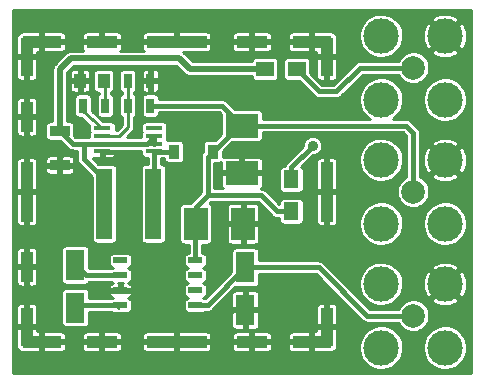
<source format=gtl>
G04 #@! TF.FileFunction,Copper,L1,Top,Signal*
%FSLAX46Y46*%
G04 Gerber Fmt 4.6, Leading zero omitted, Abs format (unit mm)*
G04 Created by KiCad (PCBNEW (2014-11-17 BZR 5289)-product) date Sat 29 Aug 2015 07:35:18 PM EDT*
%MOMM*%
G01*
G04 APERTURE LIST*
%ADD10C,0.100000*%
%ADD11R,1.450000X0.450000*%
%ADD12R,0.910000X1.220000*%
%ADD13R,1.700000X0.900000*%
%ADD14R,1.350000X6.000000*%
%ADD15R,0.700000X1.300000*%
%ADD16R,1.600200X2.600960*%
%ADD17R,1.143000X0.508000*%
%ADD18R,1.000000X1.250000*%
%ADD19R,2.000000X2.794000*%
%ADD20R,2.794000X2.000000*%
%ADD21C,1.998980*%
%ADD22C,3.000000*%
%ADD23R,3.300000X1.000000*%
%ADD24R,1.000000X3.300000*%
%ADD25R,1.000000X5.100000*%
%ADD26R,5.100000X1.000000*%
%ADD27R,1.000000X2.600000*%
%ADD28R,2.600000X1.000000*%
%ADD29R,1.500000X1.300000*%
%ADD30R,1.300000X1.500000*%
%ADD31C,0.889000*%
%ADD32C,0.400000*%
%ADD33C,0.254000*%
%ADD34C,0.500000*%
G04 APERTURE END LIST*
D10*
D11*
X158700000Y-125125000D03*
X158700000Y-125775000D03*
X158700000Y-126425000D03*
X158700000Y-127075000D03*
X163100000Y-127075000D03*
X163100000Y-126425000D03*
X163100000Y-125775000D03*
X163100000Y-125125000D03*
D12*
X164765000Y-127100000D03*
X168035000Y-127100000D03*
D13*
X155100000Y-125350000D03*
X155100000Y-128250000D03*
D14*
X158860000Y-131500000D03*
X163000000Y-131500000D03*
D15*
X157050000Y-123200000D03*
X158950000Y-123200000D03*
X162750000Y-123200000D03*
X160850000Y-123200000D03*
X160850000Y-121100000D03*
X162750000Y-121100000D03*
D16*
X156400000Y-136699140D03*
X156400000Y-140300860D03*
D17*
X166575000Y-136295000D03*
X166575000Y-137565000D03*
X166575000Y-138835000D03*
X166575000Y-140105000D03*
X160225000Y-140105000D03*
X160225000Y-138835000D03*
X160225000Y-137565000D03*
X160225000Y-136295000D03*
D18*
X158800000Y-121100000D03*
X156800000Y-121100000D03*
D16*
X170800000Y-140500860D03*
X170800000Y-136899140D03*
D19*
X166600000Y-133200000D03*
X170600000Y-133200000D03*
D20*
X170500000Y-124900000D03*
X170500000Y-128900000D03*
D21*
X185000000Y-141000000D03*
D22*
X187700020Y-143700020D03*
X187700020Y-138299980D03*
X182299980Y-138299980D03*
X182299980Y-143700020D03*
D21*
X185000000Y-130500000D03*
D22*
X187700020Y-133200020D03*
X187700020Y-127799980D03*
X182299980Y-127799980D03*
X182299980Y-133200020D03*
D21*
X185000000Y-120000000D03*
D22*
X187700020Y-122700020D03*
X187700020Y-117299980D03*
X182299980Y-117299980D03*
X182299980Y-122700020D03*
D23*
X153570000Y-143200000D03*
X176430000Y-143200000D03*
X176430000Y-117800000D03*
X153570000Y-117800000D03*
D24*
X177700000Y-119070000D03*
X177700000Y-141930000D03*
X152300000Y-141930000D03*
X152300000Y-119070000D03*
D25*
X152300000Y-130500000D03*
X177700000Y-130500000D03*
D26*
X165000000Y-117800000D03*
X165000000Y-143200000D03*
D27*
X177700000Y-119070000D03*
X177700000Y-141930000D03*
X152300000Y-136850000D03*
X152300000Y-124150000D03*
D28*
X158650000Y-143200000D03*
X158650000Y-117800000D03*
X171350000Y-117800000D03*
X171350000Y-143200000D03*
D29*
X172450000Y-120100000D03*
X175150000Y-120100000D03*
D30*
X174700000Y-132150000D03*
X174700000Y-129450000D03*
D31*
X176500000Y-126600000D03*
D32*
X160225000Y-137565000D02*
X157265860Y-137565000D01*
X157265860Y-137565000D02*
X156400000Y-136699140D01*
X160225000Y-140105000D02*
X156595860Y-140105000D01*
X156595860Y-140105000D02*
X156400000Y-140300860D01*
D33*
X160225000Y-140105000D02*
X160029140Y-140300860D01*
X156400000Y-140300860D02*
X156595860Y-140105000D01*
D32*
X158860000Y-131500000D02*
X158860000Y-129460000D01*
X158860000Y-129460000D02*
X157100000Y-127700000D01*
X157100000Y-127700000D02*
X157100000Y-126425000D01*
X158700000Y-126425000D02*
X162450000Y-126425000D01*
X162450000Y-126425000D02*
X163100000Y-125775000D01*
X163100000Y-125775000D02*
X163100000Y-126425000D01*
X158700000Y-126425000D02*
X157100000Y-126425000D01*
X157100000Y-126425000D02*
X156175000Y-126425000D01*
X156175000Y-126425000D02*
X155100000Y-125350000D01*
D34*
X172450000Y-120100000D02*
X166100000Y-120100000D01*
X155100000Y-120100000D02*
X155100000Y-125350000D01*
X156000000Y-119200000D02*
X155100000Y-120100000D01*
X165200000Y-119200000D02*
X156000000Y-119200000D01*
X166100000Y-120100000D02*
X165200000Y-119200000D01*
D33*
X158950000Y-123200000D02*
X158950000Y-121250000D01*
X158950000Y-121250000D02*
X158800000Y-121100000D01*
D32*
X170500000Y-124900000D02*
X168800000Y-123200000D01*
X168800000Y-123200000D02*
X162750000Y-123200000D01*
X168035000Y-127100000D02*
X167600000Y-127535000D01*
X167600000Y-127535000D02*
X167600000Y-130800000D01*
X174700000Y-132150000D02*
X173450000Y-132150000D01*
X166600000Y-131800000D02*
X166600000Y-133200000D01*
X167600000Y-130800000D02*
X166600000Y-131800000D01*
X172100000Y-130800000D02*
X167600000Y-130800000D01*
X173450000Y-132150000D02*
X172100000Y-130800000D01*
X166575000Y-136295000D02*
X166575000Y-133225000D01*
X166575000Y-133225000D02*
X166600000Y-133200000D01*
X185000000Y-130500000D02*
X185000000Y-125500000D01*
X184400000Y-124900000D02*
X170500000Y-124900000D01*
X185000000Y-125500000D02*
X184400000Y-124900000D01*
X170500000Y-124900000D02*
X170800000Y-124600000D01*
X168035000Y-127100000D02*
X170235000Y-124900000D01*
X170235000Y-124900000D02*
X170500000Y-124900000D01*
X163100000Y-127075000D02*
X163100000Y-131400000D01*
X163100000Y-131400000D02*
X163000000Y-131500000D01*
X164765000Y-127100000D02*
X163125000Y-127100000D01*
X163125000Y-127100000D02*
X163100000Y-127075000D01*
D33*
X157050000Y-123200000D02*
X157050000Y-123675000D01*
X157050000Y-123675000D02*
X158700000Y-125125000D01*
X160850000Y-123200000D02*
X160850000Y-125050000D01*
X160125000Y-125775000D02*
X158700000Y-125775000D01*
X160850000Y-125050000D02*
X160125000Y-125775000D01*
X160850000Y-121100000D02*
X160850000Y-123200000D01*
D32*
X170800000Y-136899140D02*
X167594140Y-140105000D01*
X167594140Y-140105000D02*
X166575000Y-140105000D01*
X185000000Y-141000000D02*
X181100000Y-141000000D01*
X176999140Y-136899140D02*
X170800000Y-136899140D01*
X181100000Y-141000000D02*
X176999140Y-136899140D01*
X175150000Y-120100000D02*
X177050000Y-122000000D01*
X177050000Y-122000000D02*
X178500000Y-122000000D01*
X178500000Y-122000000D02*
X180500000Y-120000000D01*
X180500000Y-120000000D02*
X185000000Y-120000000D01*
X174700000Y-129450000D02*
X174700000Y-128400000D01*
X174700000Y-128400000D02*
X176500000Y-126600000D01*
D33*
G36*
X189873000Y-145873000D02*
X189589381Y-145873000D01*
X189589381Y-138247115D01*
X189589381Y-127747115D01*
X189589381Y-117247115D01*
X189542764Y-116879535D01*
X189425331Y-116528112D01*
X189300336Y-116294263D01*
X189055793Y-116123813D01*
X188876187Y-116303418D01*
X188876187Y-115944207D01*
X188705737Y-115699664D01*
X188374206Y-115534208D01*
X188016767Y-115436609D01*
X187647155Y-115410619D01*
X187279575Y-115457236D01*
X186928152Y-115574669D01*
X186694303Y-115699664D01*
X186523853Y-115944207D01*
X187700020Y-117120375D01*
X188876187Y-115944207D01*
X188876187Y-116303418D01*
X187879625Y-117299980D01*
X189055793Y-118476147D01*
X189300336Y-118305697D01*
X189465792Y-117974166D01*
X189563391Y-117616727D01*
X189589381Y-117247115D01*
X189589381Y-127747115D01*
X189581100Y-127681818D01*
X189581100Y-122515578D01*
X189509451Y-122153721D01*
X189368880Y-121812671D01*
X189164743Y-121505421D01*
X188904816Y-121243672D01*
X188876187Y-121224361D01*
X188876187Y-118655753D01*
X187700020Y-117479585D01*
X187520415Y-117659190D01*
X187520415Y-117299980D01*
X186344247Y-116123813D01*
X186099704Y-116294263D01*
X185934248Y-116625794D01*
X185836649Y-116983233D01*
X185810659Y-117352845D01*
X185857276Y-117720425D01*
X185974709Y-118071848D01*
X186099704Y-118305697D01*
X186344247Y-118476147D01*
X187520415Y-117299980D01*
X187520415Y-117659190D01*
X186523853Y-118655753D01*
X186694303Y-118900296D01*
X187025834Y-119065752D01*
X187383273Y-119163351D01*
X187752885Y-119189341D01*
X188120465Y-119142724D01*
X188471888Y-119025291D01*
X188705737Y-118900296D01*
X188876187Y-118655753D01*
X188876187Y-121224361D01*
X188598998Y-121037395D01*
X188258938Y-120894447D01*
X187897589Y-120820273D01*
X187528715Y-120817698D01*
X187166366Y-120886820D01*
X186824344Y-121025006D01*
X186515676Y-121226993D01*
X186380550Y-121359317D01*
X186380550Y-119864636D01*
X186327965Y-119599064D01*
X186224798Y-119348763D01*
X186074980Y-119123268D01*
X185884215Y-118931167D01*
X185659772Y-118779778D01*
X185410197Y-118674867D01*
X185144999Y-118620429D01*
X184874277Y-118618539D01*
X184608344Y-118669268D01*
X184357330Y-118770685D01*
X184181060Y-118886032D01*
X184181060Y-117115538D01*
X184109411Y-116753681D01*
X183968840Y-116412631D01*
X183764703Y-116105381D01*
X183504776Y-115843632D01*
X183198958Y-115637355D01*
X182858898Y-115494407D01*
X182497549Y-115420233D01*
X182128675Y-115417658D01*
X181766326Y-115486780D01*
X181424304Y-115624966D01*
X181115636Y-115826953D01*
X180852079Y-116085046D01*
X180643672Y-116389417D01*
X180498353Y-116728470D01*
X180421658Y-117089292D01*
X180416508Y-117458140D01*
X180483098Y-117820962D01*
X180618893Y-118163941D01*
X180818720Y-118474012D01*
X181074968Y-118739364D01*
X181377876Y-118949891D01*
X181715907Y-119097573D01*
X182076185Y-119176785D01*
X182444987Y-119184510D01*
X182808266Y-119120455D01*
X183152184Y-118987057D01*
X183463642Y-118789400D01*
X183730777Y-118535011D01*
X183943413Y-118233580D01*
X184093451Y-117896589D01*
X184175177Y-117536872D01*
X184181060Y-117115538D01*
X184181060Y-118886032D01*
X184130794Y-118918926D01*
X183937366Y-119108344D01*
X183784414Y-119331726D01*
X183747008Y-119419000D01*
X180500000Y-119419000D01*
X180446605Y-119424235D01*
X180393124Y-119428914D01*
X180390187Y-119429767D01*
X180387150Y-119430065D01*
X180335799Y-119445568D01*
X180284235Y-119460550D01*
X180281522Y-119461956D01*
X180278598Y-119462839D01*
X180231243Y-119488018D01*
X180183565Y-119512732D01*
X180181174Y-119514640D01*
X180178480Y-119516073D01*
X180136913Y-119549973D01*
X180094947Y-119583475D01*
X180090695Y-119587667D01*
X180090608Y-119587739D01*
X180090541Y-119587819D01*
X180089171Y-119589171D01*
X178581000Y-121097342D01*
X178581000Y-120757525D01*
X178581000Y-120682475D01*
X178581000Y-120407525D01*
X178581000Y-120332475D01*
X178581000Y-119292250D01*
X178581000Y-118847750D01*
X178581000Y-117807525D01*
X178581000Y-117732475D01*
X178581000Y-117457525D01*
X178581000Y-117382475D01*
X178566358Y-117308866D01*
X178537638Y-117239529D01*
X178495942Y-117177126D01*
X178442873Y-117124058D01*
X178402751Y-117097249D01*
X178375942Y-117057126D01*
X178322873Y-117004058D01*
X178260471Y-116962362D01*
X178191133Y-116933642D01*
X178117525Y-116919000D01*
X176652250Y-116919000D01*
X176557000Y-117014250D01*
X176557000Y-117673000D01*
X176577000Y-117673000D01*
X176577000Y-117927000D01*
X176557000Y-117927000D01*
X176557000Y-118585750D01*
X176652250Y-118681000D01*
X176819000Y-118681000D01*
X176819000Y-118847750D01*
X176914250Y-118943000D01*
X177573000Y-118943000D01*
X177573000Y-118923000D01*
X177827000Y-118923000D01*
X177827000Y-118943000D01*
X178485750Y-118943000D01*
X178581000Y-118847750D01*
X178581000Y-119292250D01*
X178485750Y-119197000D01*
X177827000Y-119197000D01*
X177827000Y-120655750D01*
X177827000Y-121005750D01*
X177922250Y-121101000D01*
X178237525Y-121101000D01*
X178311133Y-121086358D01*
X178380471Y-121057638D01*
X178442873Y-121015942D01*
X178495942Y-120962874D01*
X178537638Y-120900471D01*
X178566358Y-120831134D01*
X178581000Y-120757525D01*
X178581000Y-121097342D01*
X178259342Y-121419000D01*
X177573000Y-121419000D01*
X177573000Y-121005750D01*
X177573000Y-120655750D01*
X177573000Y-119197000D01*
X176914250Y-119197000D01*
X176819000Y-119292250D01*
X176819000Y-120332475D01*
X176819000Y-120407525D01*
X176819000Y-120682475D01*
X176819000Y-120757525D01*
X176833642Y-120831134D01*
X176862362Y-120900471D01*
X176904058Y-120962874D01*
X176957127Y-121015942D01*
X177019529Y-121057638D01*
X177088867Y-121086358D01*
X177162475Y-121101000D01*
X177477750Y-121101000D01*
X177573000Y-121005750D01*
X177573000Y-121419000D01*
X177290658Y-121419000D01*
X176303000Y-120431342D01*
X176303000Y-118585750D01*
X176303000Y-117927000D01*
X176303000Y-117673000D01*
X176303000Y-117014250D01*
X176207750Y-116919000D01*
X174742475Y-116919000D01*
X174668867Y-116933642D01*
X174599529Y-116962362D01*
X174537127Y-117004058D01*
X174484058Y-117057126D01*
X174442362Y-117119529D01*
X174413642Y-117188866D01*
X174399000Y-117262475D01*
X174399000Y-117337525D01*
X174399000Y-117577750D01*
X174494250Y-117673000D01*
X176303000Y-117673000D01*
X176303000Y-117927000D01*
X174494250Y-117927000D01*
X174399000Y-118022250D01*
X174399000Y-118262475D01*
X174399000Y-118337525D01*
X174413642Y-118411134D01*
X174442362Y-118480471D01*
X174484058Y-118542874D01*
X174537127Y-118595942D01*
X174599529Y-118637638D01*
X174668867Y-118666358D01*
X174742475Y-118681000D01*
X176207750Y-118681000D01*
X176303000Y-118585750D01*
X176303000Y-120431342D01*
X176281000Y-120409342D01*
X176281000Y-119412475D01*
X176266358Y-119338867D01*
X176237638Y-119269529D01*
X176195942Y-119207127D01*
X176142874Y-119154058D01*
X176080471Y-119112362D01*
X176011134Y-119083642D01*
X175937525Y-119069000D01*
X175862475Y-119069000D01*
X174362475Y-119069000D01*
X174288867Y-119083642D01*
X174219529Y-119112362D01*
X174157127Y-119154058D01*
X174104058Y-119207126D01*
X174062362Y-119269529D01*
X174033642Y-119338866D01*
X174019000Y-119412475D01*
X174019000Y-119487525D01*
X174019000Y-120787525D01*
X174033642Y-120861133D01*
X174062362Y-120930471D01*
X174104058Y-120992873D01*
X174157126Y-121045942D01*
X174219529Y-121087638D01*
X174288866Y-121116358D01*
X174362475Y-121131000D01*
X174437525Y-121131000D01*
X175359342Y-121131000D01*
X176639171Y-122410829D01*
X176680642Y-122444894D01*
X176721754Y-122479391D01*
X176724431Y-122480862D01*
X176726792Y-122482802D01*
X176774066Y-122508149D01*
X176821120Y-122534018D01*
X176824035Y-122534942D01*
X176826725Y-122536385D01*
X176877983Y-122552056D01*
X176929203Y-122568304D01*
X176932243Y-122568645D01*
X176935161Y-122569537D01*
X176988561Y-122574961D01*
X177041888Y-122580943D01*
X177047851Y-122580984D01*
X177047971Y-122580997D01*
X177048081Y-122580986D01*
X177050000Y-122581000D01*
X178500000Y-122581000D01*
X178553394Y-122575764D01*
X178606876Y-122571086D01*
X178609812Y-122570232D01*
X178612850Y-122569935D01*
X178664200Y-122554431D01*
X178715765Y-122539450D01*
X178718477Y-122538043D01*
X178721402Y-122537161D01*
X178768756Y-122511981D01*
X178816435Y-122487268D01*
X178818825Y-122485359D01*
X178821520Y-122483927D01*
X178863086Y-122450026D01*
X178905053Y-122416525D01*
X178909304Y-122412332D01*
X178909392Y-122412261D01*
X178909458Y-122412180D01*
X178910829Y-122410829D01*
X180740658Y-120581000D01*
X183745215Y-120581000D01*
X183766228Y-120634073D01*
X183912884Y-120861638D01*
X184100948Y-121056383D01*
X184323256Y-121210891D01*
X184571341Y-121319277D01*
X184835754Y-121377412D01*
X185106422Y-121383082D01*
X185373038Y-121336070D01*
X185625444Y-121238168D01*
X185854027Y-121093105D01*
X186050081Y-120906405D01*
X186206137Y-120685181D01*
X186316252Y-120437859D01*
X186376232Y-120173859D01*
X186380550Y-119864636D01*
X186380550Y-121359317D01*
X186252119Y-121485086D01*
X186043712Y-121789457D01*
X185898393Y-122128510D01*
X185821698Y-122489332D01*
X185816548Y-122858180D01*
X185883138Y-123221002D01*
X186018933Y-123563981D01*
X186218760Y-123874052D01*
X186475008Y-124139404D01*
X186777916Y-124349931D01*
X187115947Y-124497613D01*
X187476225Y-124576825D01*
X187845027Y-124584550D01*
X188208306Y-124520495D01*
X188552224Y-124387097D01*
X188863682Y-124189440D01*
X189130817Y-123935051D01*
X189343453Y-123633620D01*
X189493491Y-123296629D01*
X189575217Y-122936912D01*
X189581100Y-122515578D01*
X189581100Y-127681818D01*
X189542764Y-127379535D01*
X189425331Y-127028112D01*
X189300336Y-126794263D01*
X189055793Y-126623813D01*
X188876187Y-126803418D01*
X188876187Y-126444207D01*
X188705737Y-126199664D01*
X188374206Y-126034208D01*
X188016767Y-125936609D01*
X187647155Y-125910619D01*
X187279575Y-125957236D01*
X186928152Y-126074669D01*
X186694303Y-126199664D01*
X186523853Y-126444207D01*
X187700020Y-127620375D01*
X188876187Y-126444207D01*
X188876187Y-126803418D01*
X187879625Y-127799980D01*
X189055793Y-128976147D01*
X189300336Y-128805697D01*
X189465792Y-128474166D01*
X189563391Y-128116727D01*
X189589381Y-127747115D01*
X189589381Y-138247115D01*
X189581100Y-138181818D01*
X189581100Y-133015578D01*
X189509451Y-132653721D01*
X189368880Y-132312671D01*
X189164743Y-132005421D01*
X188904816Y-131743672D01*
X188876187Y-131724361D01*
X188876187Y-129155753D01*
X187700020Y-127979585D01*
X187520415Y-128159190D01*
X187520415Y-127799980D01*
X186344247Y-126623813D01*
X186099704Y-126794263D01*
X185934248Y-127125794D01*
X185836649Y-127483233D01*
X185810659Y-127852845D01*
X185857276Y-128220425D01*
X185974709Y-128571848D01*
X186099704Y-128805697D01*
X186344247Y-128976147D01*
X187520415Y-127799980D01*
X187520415Y-128159190D01*
X186523853Y-129155753D01*
X186694303Y-129400296D01*
X187025834Y-129565752D01*
X187383273Y-129663351D01*
X187752885Y-129689341D01*
X188120465Y-129642724D01*
X188471888Y-129525291D01*
X188705737Y-129400296D01*
X188876187Y-129155753D01*
X188876187Y-131724361D01*
X188598998Y-131537395D01*
X188258938Y-131394447D01*
X187897589Y-131320273D01*
X187528715Y-131317698D01*
X187166366Y-131386820D01*
X186824344Y-131525006D01*
X186515676Y-131726993D01*
X186252119Y-131985086D01*
X186043712Y-132289457D01*
X185898393Y-132628510D01*
X185821698Y-132989332D01*
X185816548Y-133358180D01*
X185883138Y-133721002D01*
X186018933Y-134063981D01*
X186218760Y-134374052D01*
X186475008Y-134639404D01*
X186777916Y-134849931D01*
X187115947Y-134997613D01*
X187476225Y-135076825D01*
X187845027Y-135084550D01*
X188208306Y-135020495D01*
X188552224Y-134887097D01*
X188863682Y-134689440D01*
X189130817Y-134435051D01*
X189343453Y-134133620D01*
X189493491Y-133796629D01*
X189575217Y-133436912D01*
X189581100Y-133015578D01*
X189581100Y-138181818D01*
X189542764Y-137879535D01*
X189425331Y-137528112D01*
X189300336Y-137294263D01*
X189055793Y-137123813D01*
X188876187Y-137303418D01*
X188876187Y-136944207D01*
X188705737Y-136699664D01*
X188374206Y-136534208D01*
X188016767Y-136436609D01*
X187647155Y-136410619D01*
X187279575Y-136457236D01*
X186928152Y-136574669D01*
X186694303Y-136699664D01*
X186523853Y-136944207D01*
X187700020Y-138120375D01*
X188876187Y-136944207D01*
X188876187Y-137303418D01*
X187879625Y-138299980D01*
X189055793Y-139476147D01*
X189300336Y-139305697D01*
X189465792Y-138974166D01*
X189563391Y-138616727D01*
X189589381Y-138247115D01*
X189589381Y-145873000D01*
X189581100Y-145873000D01*
X189581100Y-143515578D01*
X189509451Y-143153721D01*
X189368880Y-142812671D01*
X189164743Y-142505421D01*
X188904816Y-142243672D01*
X188876187Y-142224361D01*
X188876187Y-139655753D01*
X187700020Y-138479585D01*
X187520415Y-138659190D01*
X187520415Y-138299980D01*
X186344247Y-137123813D01*
X186099704Y-137294263D01*
X185934248Y-137625794D01*
X185836649Y-137983233D01*
X185810659Y-138352845D01*
X185857276Y-138720425D01*
X185974709Y-139071848D01*
X186099704Y-139305697D01*
X186344247Y-139476147D01*
X187520415Y-138299980D01*
X187520415Y-138659190D01*
X186523853Y-139655753D01*
X186694303Y-139900296D01*
X187025834Y-140065752D01*
X187383273Y-140163351D01*
X187752885Y-140189341D01*
X188120465Y-140142724D01*
X188471888Y-140025291D01*
X188705737Y-139900296D01*
X188876187Y-139655753D01*
X188876187Y-142224361D01*
X188598998Y-142037395D01*
X188258938Y-141894447D01*
X187897589Y-141820273D01*
X187528715Y-141817698D01*
X187166366Y-141886820D01*
X186824344Y-142025006D01*
X186515676Y-142226993D01*
X186380550Y-142359317D01*
X186380550Y-140864636D01*
X186327965Y-140599064D01*
X186224798Y-140348763D01*
X186074980Y-140123268D01*
X185884215Y-139931167D01*
X185659772Y-139779778D01*
X185410197Y-139674867D01*
X185144999Y-139620429D01*
X184874277Y-139618539D01*
X184608344Y-139669268D01*
X184357330Y-139770685D01*
X184181060Y-139886032D01*
X184181060Y-138115538D01*
X184181060Y-133015578D01*
X184109411Y-132653721D01*
X183968840Y-132312671D01*
X183764703Y-132005421D01*
X183504776Y-131743672D01*
X183198958Y-131537395D01*
X182858898Y-131394447D01*
X182497549Y-131320273D01*
X182128675Y-131317698D01*
X181766326Y-131386820D01*
X181424304Y-131525006D01*
X181115636Y-131726993D01*
X180852079Y-131985086D01*
X180643672Y-132289457D01*
X180498353Y-132628510D01*
X180421658Y-132989332D01*
X180416508Y-133358180D01*
X180483098Y-133721002D01*
X180618893Y-134063981D01*
X180818720Y-134374052D01*
X181074968Y-134639404D01*
X181377876Y-134849931D01*
X181715907Y-134997613D01*
X182076185Y-135076825D01*
X182444987Y-135084550D01*
X182808266Y-135020495D01*
X183152184Y-134887097D01*
X183463642Y-134689440D01*
X183730777Y-134435051D01*
X183943413Y-134133620D01*
X184093451Y-133796629D01*
X184175177Y-133436912D01*
X184181060Y-133015578D01*
X184181060Y-138115538D01*
X184109411Y-137753681D01*
X183968840Y-137412631D01*
X183764703Y-137105381D01*
X183504776Y-136843632D01*
X183198958Y-136637355D01*
X182858898Y-136494407D01*
X182497549Y-136420233D01*
X182128675Y-136417658D01*
X181766326Y-136486780D01*
X181424304Y-136624966D01*
X181115636Y-136826953D01*
X180852079Y-137085046D01*
X180643672Y-137389417D01*
X180498353Y-137728470D01*
X180421658Y-138089292D01*
X180416508Y-138458140D01*
X180483098Y-138820962D01*
X180618893Y-139163941D01*
X180818720Y-139474012D01*
X181074968Y-139739364D01*
X181377876Y-139949891D01*
X181715907Y-140097573D01*
X182076185Y-140176785D01*
X182444987Y-140184510D01*
X182808266Y-140120455D01*
X183152184Y-139987057D01*
X183463642Y-139789400D01*
X183730777Y-139535011D01*
X183943413Y-139233580D01*
X184093451Y-138896589D01*
X184175177Y-138536872D01*
X184181060Y-138115538D01*
X184181060Y-139886032D01*
X184130794Y-139918926D01*
X183937366Y-140108344D01*
X183784414Y-140331726D01*
X183747008Y-140419000D01*
X181340657Y-140419000D01*
X178581000Y-137659342D01*
X178581000Y-133087525D01*
X178581000Y-133012475D01*
X178581000Y-130722250D01*
X178581000Y-130277750D01*
X178581000Y-127987525D01*
X178581000Y-127912475D01*
X178566358Y-127838866D01*
X178537638Y-127769529D01*
X178495942Y-127707126D01*
X178442873Y-127654058D01*
X178380471Y-127612362D01*
X178311133Y-127583642D01*
X178237525Y-127569000D01*
X177922250Y-127569000D01*
X177827000Y-127664250D01*
X177827000Y-130373000D01*
X178485750Y-130373000D01*
X178581000Y-130277750D01*
X178581000Y-130722250D01*
X178485750Y-130627000D01*
X177827000Y-130627000D01*
X177827000Y-133335750D01*
X177922250Y-133431000D01*
X178237525Y-133431000D01*
X178311133Y-133416358D01*
X178380471Y-133387638D01*
X178442873Y-133345942D01*
X178495942Y-133292874D01*
X178537638Y-133230471D01*
X178566358Y-133161134D01*
X178581000Y-133087525D01*
X178581000Y-137659342D01*
X177573000Y-136651342D01*
X177573000Y-133335750D01*
X177573000Y-130627000D01*
X177573000Y-130373000D01*
X177573000Y-127664250D01*
X177477750Y-127569000D01*
X177325535Y-127569000D01*
X177325535Y-126519056D01*
X177294091Y-126360250D01*
X177232400Y-126210576D01*
X177142812Y-126075735D01*
X177028739Y-125960864D01*
X176894527Y-125870337D01*
X176745288Y-125807602D01*
X176586706Y-125775050D01*
X176424821Y-125773920D01*
X176265799Y-125804255D01*
X176115699Y-125864899D01*
X175980236Y-125953544D01*
X175864571Y-126066812D01*
X175773109Y-126200388D01*
X175709334Y-126349186D01*
X175675675Y-126507537D01*
X175674328Y-126604013D01*
X174289171Y-127989171D01*
X174255105Y-128030642D01*
X174220609Y-128071754D01*
X174219137Y-128074431D01*
X174217198Y-128076792D01*
X174191850Y-128124066D01*
X174165982Y-128171120D01*
X174165057Y-128174035D01*
X174163615Y-128176725D01*
X174147943Y-128227983D01*
X174131696Y-128279203D01*
X174131354Y-128282243D01*
X174130463Y-128285161D01*
X174127025Y-128319000D01*
X174012475Y-128319000D01*
X173938867Y-128333642D01*
X173869529Y-128362362D01*
X173807127Y-128404058D01*
X173754058Y-128457126D01*
X173712362Y-128519529D01*
X173683642Y-128588866D01*
X173669000Y-128662475D01*
X173669000Y-128737525D01*
X173669000Y-130237525D01*
X173683642Y-130311133D01*
X173712362Y-130380471D01*
X173754058Y-130442873D01*
X173807126Y-130495942D01*
X173869529Y-130537638D01*
X173938866Y-130566358D01*
X174012475Y-130581000D01*
X174087525Y-130581000D01*
X175387525Y-130581000D01*
X175461133Y-130566358D01*
X175530471Y-130537638D01*
X175592873Y-130495942D01*
X175645942Y-130442874D01*
X175687638Y-130380471D01*
X175716358Y-130311134D01*
X175731000Y-130237525D01*
X175731000Y-130162475D01*
X175731000Y-128662475D01*
X175716358Y-128588867D01*
X175687638Y-128519529D01*
X175645942Y-128457127D01*
X175592874Y-128404058D01*
X175547750Y-128373907D01*
X176496025Y-127425632D01*
X176563638Y-127427049D01*
X176723067Y-127398938D01*
X176874000Y-127340395D01*
X177010687Y-127253650D01*
X177127923Y-127142008D01*
X177221241Y-127009722D01*
X177287087Y-126861829D01*
X177322953Y-126703963D01*
X177325535Y-126519056D01*
X177325535Y-127569000D01*
X177162475Y-127569000D01*
X177088867Y-127583642D01*
X177019529Y-127612362D01*
X176957127Y-127654058D01*
X176904058Y-127707126D01*
X176862362Y-127769529D01*
X176833642Y-127838866D01*
X176819000Y-127912475D01*
X176819000Y-127987525D01*
X176819000Y-130277750D01*
X176914250Y-130373000D01*
X177573000Y-130373000D01*
X177573000Y-130627000D01*
X176914250Y-130627000D01*
X176819000Y-130722250D01*
X176819000Y-133012475D01*
X176819000Y-133087525D01*
X176833642Y-133161134D01*
X176862362Y-133230471D01*
X176904058Y-133292874D01*
X176957127Y-133345942D01*
X177019529Y-133387638D01*
X177088867Y-133416358D01*
X177162475Y-133431000D01*
X177477750Y-133431000D01*
X177573000Y-133335750D01*
X177573000Y-136651342D01*
X177409969Y-136488311D01*
X177368497Y-136454245D01*
X177327386Y-136419749D01*
X177324708Y-136418277D01*
X177322348Y-136416338D01*
X177275073Y-136390990D01*
X177228020Y-136365122D01*
X177225104Y-136364197D01*
X177222415Y-136362755D01*
X177171156Y-136347083D01*
X177119937Y-136330836D01*
X177116896Y-136330494D01*
X177113979Y-136329603D01*
X177060623Y-136324183D01*
X177007252Y-136318197D01*
X177001277Y-136318155D01*
X177001169Y-136318144D01*
X177001067Y-136318153D01*
X176999140Y-136318140D01*
X171981100Y-136318140D01*
X171981100Y-135561135D01*
X171981000Y-135560632D01*
X171981000Y-134634525D01*
X171981000Y-134559475D01*
X171981000Y-133422250D01*
X171981000Y-132977750D01*
X171981000Y-131840525D01*
X171981000Y-131765475D01*
X171966358Y-131691866D01*
X171937638Y-131622529D01*
X171895942Y-131560126D01*
X171842873Y-131507058D01*
X171780471Y-131465362D01*
X171711133Y-131436642D01*
X171637525Y-131422000D01*
X170822250Y-131422000D01*
X170727000Y-131517250D01*
X170727000Y-133073000D01*
X171885750Y-133073000D01*
X171981000Y-132977750D01*
X171981000Y-133422250D01*
X171885750Y-133327000D01*
X170727000Y-133327000D01*
X170727000Y-134882750D01*
X170822250Y-134978000D01*
X171637525Y-134978000D01*
X171711133Y-134963358D01*
X171780471Y-134934638D01*
X171842873Y-134892942D01*
X171895942Y-134839874D01*
X171937638Y-134777471D01*
X171966358Y-134708134D01*
X171981000Y-134634525D01*
X171981000Y-135560632D01*
X171966458Y-135487527D01*
X171937738Y-135418189D01*
X171896042Y-135355787D01*
X171842974Y-135302718D01*
X171780571Y-135261022D01*
X171711234Y-135232302D01*
X171637625Y-135217660D01*
X171562575Y-135217660D01*
X170473000Y-135217660D01*
X170473000Y-134882750D01*
X170473000Y-133327000D01*
X170473000Y-133073000D01*
X170473000Y-131517250D01*
X170377750Y-131422000D01*
X169562475Y-131422000D01*
X169488867Y-131436642D01*
X169419529Y-131465362D01*
X169357127Y-131507058D01*
X169304058Y-131560126D01*
X169262362Y-131622529D01*
X169233642Y-131691866D01*
X169219000Y-131765475D01*
X169219000Y-131840525D01*
X169219000Y-132977750D01*
X169314250Y-133073000D01*
X170473000Y-133073000D01*
X170473000Y-133327000D01*
X169314250Y-133327000D01*
X169219000Y-133422250D01*
X169219000Y-134559475D01*
X169219000Y-134634525D01*
X169233642Y-134708134D01*
X169262362Y-134777471D01*
X169304058Y-134839874D01*
X169357127Y-134892942D01*
X169419529Y-134934638D01*
X169488867Y-134963358D01*
X169562475Y-134978000D01*
X170377750Y-134978000D01*
X170473000Y-134882750D01*
X170473000Y-135217660D01*
X169962375Y-135217660D01*
X169888767Y-135232302D01*
X169819429Y-135261022D01*
X169757027Y-135302718D01*
X169703958Y-135355786D01*
X169662262Y-135418189D01*
X169633542Y-135487526D01*
X169618900Y-135561135D01*
X169618900Y-135636185D01*
X169618900Y-137258582D01*
X167353482Y-139524000D01*
X167342892Y-139524000D01*
X167326971Y-139513362D01*
X167257634Y-139484642D01*
X167184025Y-139470000D01*
X167257633Y-139455358D01*
X167326971Y-139426638D01*
X167389373Y-139384942D01*
X167442442Y-139331874D01*
X167484138Y-139269471D01*
X167512858Y-139200134D01*
X167527500Y-139126525D01*
X167527500Y-139051475D01*
X167527500Y-138543475D01*
X167512858Y-138469867D01*
X167484138Y-138400529D01*
X167442442Y-138338127D01*
X167389374Y-138285058D01*
X167326971Y-138243362D01*
X167257634Y-138214642D01*
X167184025Y-138200000D01*
X167257633Y-138185358D01*
X167326971Y-138156638D01*
X167389373Y-138114942D01*
X167442442Y-138061874D01*
X167484138Y-137999471D01*
X167512858Y-137930134D01*
X167527500Y-137856525D01*
X167527500Y-137781475D01*
X167527500Y-137273475D01*
X167512858Y-137199867D01*
X167484138Y-137130529D01*
X167442442Y-137068127D01*
X167389374Y-137015058D01*
X167326971Y-136973362D01*
X167257634Y-136944642D01*
X167184025Y-136930000D01*
X167257633Y-136915358D01*
X167326971Y-136886638D01*
X167389373Y-136844942D01*
X167442442Y-136791874D01*
X167484138Y-136729471D01*
X167512858Y-136660134D01*
X167527500Y-136586525D01*
X167527500Y-136511475D01*
X167527500Y-136003475D01*
X167512858Y-135929867D01*
X167484138Y-135860529D01*
X167442442Y-135798127D01*
X167389374Y-135745058D01*
X167326971Y-135703362D01*
X167257634Y-135674642D01*
X167184025Y-135660000D01*
X167156000Y-135660000D01*
X167156000Y-134978000D01*
X167637525Y-134978000D01*
X167711133Y-134963358D01*
X167780471Y-134934638D01*
X167842873Y-134892942D01*
X167895942Y-134839874D01*
X167937638Y-134777471D01*
X167966358Y-134708134D01*
X167981000Y-134634525D01*
X167981000Y-134559475D01*
X167981000Y-131765475D01*
X167966358Y-131691867D01*
X167937638Y-131622529D01*
X167895942Y-131560127D01*
X167842874Y-131507058D01*
X167780471Y-131465362D01*
X167763376Y-131458281D01*
X167840658Y-131381000D01*
X171859342Y-131381000D01*
X173039171Y-132560829D01*
X173080642Y-132594894D01*
X173121754Y-132629391D01*
X173124431Y-132630862D01*
X173126792Y-132632802D01*
X173174084Y-132658160D01*
X173221120Y-132684018D01*
X173224032Y-132684942D01*
X173226724Y-132686385D01*
X173277997Y-132702060D01*
X173329203Y-132718304D01*
X173332243Y-132718645D01*
X173335161Y-132719537D01*
X173388516Y-132724956D01*
X173441888Y-132730943D01*
X173447862Y-132730984D01*
X173447971Y-132730996D01*
X173448072Y-132730986D01*
X173450000Y-132731000D01*
X173669000Y-132731000D01*
X173669000Y-132937525D01*
X173683642Y-133011133D01*
X173712362Y-133080471D01*
X173754058Y-133142873D01*
X173807126Y-133195942D01*
X173869529Y-133237638D01*
X173938866Y-133266358D01*
X174012475Y-133281000D01*
X174087525Y-133281000D01*
X175387525Y-133281000D01*
X175461133Y-133266358D01*
X175530471Y-133237638D01*
X175592873Y-133195942D01*
X175645942Y-133142874D01*
X175687638Y-133080471D01*
X175716358Y-133011134D01*
X175731000Y-132937525D01*
X175731000Y-132862475D01*
X175731000Y-131362475D01*
X175716358Y-131288867D01*
X175687638Y-131219529D01*
X175645942Y-131157127D01*
X175592874Y-131104058D01*
X175530471Y-131062362D01*
X175461134Y-131033642D01*
X175387525Y-131019000D01*
X175312475Y-131019000D01*
X174012475Y-131019000D01*
X173938867Y-131033642D01*
X173869529Y-131062362D01*
X173807127Y-131104058D01*
X173754058Y-131157126D01*
X173712362Y-131219529D01*
X173683642Y-131288866D01*
X173669000Y-131362475D01*
X173669000Y-131437525D01*
X173669000Y-131547342D01*
X172510829Y-130389171D01*
X172469357Y-130355105D01*
X172428246Y-130320609D01*
X172425568Y-130319137D01*
X172423208Y-130317198D01*
X172375933Y-130291850D01*
X172328880Y-130265982D01*
X172325964Y-130265057D01*
X172323275Y-130263615D01*
X172272016Y-130247943D01*
X172220797Y-130231696D01*
X172217756Y-130231354D01*
X172214839Y-130230463D01*
X172161483Y-130225043D01*
X172108112Y-130219057D01*
X172105309Y-130219037D01*
X172139874Y-130195942D01*
X172192942Y-130142873D01*
X172234638Y-130080471D01*
X172263358Y-130011133D01*
X172278000Y-129937525D01*
X172278000Y-129122250D01*
X172278000Y-128677750D01*
X172278000Y-127862475D01*
X172263358Y-127788867D01*
X172234638Y-127719529D01*
X172192942Y-127657127D01*
X172139874Y-127604058D01*
X172077471Y-127562362D01*
X172008134Y-127533642D01*
X171934525Y-127519000D01*
X171859475Y-127519000D01*
X170722250Y-127519000D01*
X170627000Y-127614250D01*
X170627000Y-128773000D01*
X172182750Y-128773000D01*
X172278000Y-128677750D01*
X172278000Y-129122250D01*
X172182750Y-129027000D01*
X170627000Y-129027000D01*
X170627000Y-129047000D01*
X170373000Y-129047000D01*
X170373000Y-129027000D01*
X168817250Y-129027000D01*
X168722000Y-129122250D01*
X168722000Y-129937525D01*
X168736642Y-130011133D01*
X168765362Y-130080471D01*
X168807058Y-130142873D01*
X168860126Y-130195942D01*
X168894635Y-130219000D01*
X168181000Y-130219000D01*
X168181000Y-128091000D01*
X168527525Y-128091000D01*
X168601133Y-128076358D01*
X168670471Y-128047638D01*
X168722000Y-128013207D01*
X168722000Y-128677750D01*
X168817250Y-128773000D01*
X170373000Y-128773000D01*
X170373000Y-127614250D01*
X170277750Y-127519000D01*
X169140525Y-127519000D01*
X169065475Y-127519000D01*
X168991866Y-127533642D01*
X168922529Y-127562362D01*
X168871000Y-127596792D01*
X168871000Y-127085658D01*
X169675658Y-126281000D01*
X171934525Y-126281000D01*
X172008133Y-126266358D01*
X172077471Y-126237638D01*
X172139873Y-126195942D01*
X172192942Y-126142874D01*
X172234638Y-126080471D01*
X172263358Y-126011134D01*
X172278000Y-125937525D01*
X172278000Y-125862475D01*
X172278000Y-125481000D01*
X184159342Y-125481000D01*
X184419000Y-125740658D01*
X184419000Y-129245768D01*
X184357330Y-129270685D01*
X184181060Y-129386032D01*
X184181060Y-127615538D01*
X184109411Y-127253681D01*
X183968840Y-126912631D01*
X183764703Y-126605381D01*
X183504776Y-126343632D01*
X183198958Y-126137355D01*
X182858898Y-125994407D01*
X182497549Y-125920233D01*
X182128675Y-125917658D01*
X181766326Y-125986780D01*
X181424304Y-126124966D01*
X181115636Y-126326953D01*
X180852079Y-126585046D01*
X180643672Y-126889417D01*
X180498353Y-127228470D01*
X180421658Y-127589292D01*
X180416508Y-127958140D01*
X180483098Y-128320962D01*
X180618893Y-128663941D01*
X180818720Y-128974012D01*
X181074968Y-129239364D01*
X181377876Y-129449891D01*
X181715907Y-129597573D01*
X182076185Y-129676785D01*
X182444987Y-129684510D01*
X182808266Y-129620455D01*
X183152184Y-129487057D01*
X183463642Y-129289400D01*
X183730777Y-129035011D01*
X183943413Y-128733580D01*
X184093451Y-128396589D01*
X184175177Y-128036872D01*
X184181060Y-127615538D01*
X184181060Y-129386032D01*
X184130794Y-129418926D01*
X183937366Y-129608344D01*
X183784414Y-129831726D01*
X183677763Y-130080562D01*
X183621475Y-130345374D01*
X183617695Y-130616075D01*
X183666567Y-130882356D01*
X183766228Y-131134073D01*
X183912884Y-131361638D01*
X184100948Y-131556383D01*
X184323256Y-131710891D01*
X184571341Y-131819277D01*
X184835754Y-131877412D01*
X185106422Y-131883082D01*
X185373038Y-131836070D01*
X185625444Y-131738168D01*
X185854027Y-131593105D01*
X186050081Y-131406405D01*
X186206137Y-131185181D01*
X186316252Y-130937859D01*
X186376232Y-130673859D01*
X186380550Y-130364636D01*
X186327965Y-130099064D01*
X186224798Y-129848763D01*
X186074980Y-129623268D01*
X185884215Y-129431167D01*
X185659772Y-129279778D01*
X185581000Y-129246665D01*
X185581000Y-125500000D01*
X185575764Y-125446605D01*
X185571086Y-125393124D01*
X185570232Y-125390187D01*
X185569935Y-125387150D01*
X185554431Y-125335799D01*
X185539450Y-125284235D01*
X185538043Y-125281522D01*
X185537161Y-125278598D01*
X185511981Y-125231243D01*
X185487268Y-125183565D01*
X185485359Y-125181174D01*
X185483927Y-125178480D01*
X185450026Y-125136913D01*
X185416525Y-125094947D01*
X185412332Y-125090695D01*
X185412261Y-125090608D01*
X185412180Y-125090541D01*
X185410829Y-125089171D01*
X184810829Y-124489171D01*
X184769357Y-124455105D01*
X184728246Y-124420609D01*
X184725568Y-124419137D01*
X184723208Y-124417198D01*
X184675933Y-124391850D01*
X184628880Y-124365982D01*
X184625964Y-124365057D01*
X184623275Y-124363615D01*
X184572016Y-124347943D01*
X184520797Y-124331696D01*
X184517756Y-124331354D01*
X184514839Y-124330463D01*
X184461483Y-124325043D01*
X184408112Y-124319057D01*
X184402137Y-124319015D01*
X184402029Y-124319004D01*
X184401927Y-124319013D01*
X184400000Y-124319000D01*
X183259487Y-124319000D01*
X183463642Y-124189440D01*
X183730777Y-123935051D01*
X183943413Y-123633620D01*
X184093451Y-123296629D01*
X184175177Y-122936912D01*
X184181060Y-122515578D01*
X184109411Y-122153721D01*
X183968840Y-121812671D01*
X183764703Y-121505421D01*
X183504776Y-121243672D01*
X183198958Y-121037395D01*
X182858898Y-120894447D01*
X182497549Y-120820273D01*
X182128675Y-120817698D01*
X181766326Y-120886820D01*
X181424304Y-121025006D01*
X181115636Y-121226993D01*
X180852079Y-121485086D01*
X180643672Y-121789457D01*
X180498353Y-122128510D01*
X180421658Y-122489332D01*
X180416508Y-122858180D01*
X180483098Y-123221002D01*
X180618893Y-123563981D01*
X180818720Y-123874052D01*
X181074968Y-124139404D01*
X181333372Y-124319000D01*
X173581000Y-124319000D01*
X173581000Y-120787525D01*
X173581000Y-120712475D01*
X173581000Y-119412475D01*
X173566358Y-119338867D01*
X173537638Y-119269529D01*
X173495942Y-119207127D01*
X173442874Y-119154058D01*
X173380471Y-119112362D01*
X173311134Y-119083642D01*
X173237525Y-119069000D01*
X173162475Y-119069000D01*
X173031000Y-119069000D01*
X173031000Y-118337525D01*
X173031000Y-118262475D01*
X173031000Y-118022250D01*
X173031000Y-117577750D01*
X173031000Y-117337525D01*
X173031000Y-117262475D01*
X173016358Y-117188866D01*
X172987638Y-117119529D01*
X172945942Y-117057126D01*
X172892873Y-117004058D01*
X172830471Y-116962362D01*
X172761133Y-116933642D01*
X172687525Y-116919000D01*
X171572250Y-116919000D01*
X171477000Y-117014250D01*
X171477000Y-117673000D01*
X172935750Y-117673000D01*
X173031000Y-117577750D01*
X173031000Y-118022250D01*
X172935750Y-117927000D01*
X171477000Y-117927000D01*
X171477000Y-118585750D01*
X171572250Y-118681000D01*
X172687525Y-118681000D01*
X172761133Y-118666358D01*
X172830471Y-118637638D01*
X172892873Y-118595942D01*
X172945942Y-118542874D01*
X172987638Y-118480471D01*
X173016358Y-118411134D01*
X173031000Y-118337525D01*
X173031000Y-119069000D01*
X171662475Y-119069000D01*
X171588867Y-119083642D01*
X171519529Y-119112362D01*
X171457127Y-119154058D01*
X171404058Y-119207126D01*
X171362362Y-119269529D01*
X171333642Y-119338866D01*
X171319000Y-119412475D01*
X171319000Y-119469000D01*
X171223000Y-119469000D01*
X171223000Y-118585750D01*
X171223000Y-117927000D01*
X171223000Y-117673000D01*
X171223000Y-117014250D01*
X171127750Y-116919000D01*
X170012475Y-116919000D01*
X169938867Y-116933642D01*
X169869529Y-116962362D01*
X169807127Y-117004058D01*
X169754058Y-117057126D01*
X169712362Y-117119529D01*
X169683642Y-117188866D01*
X169669000Y-117262475D01*
X169669000Y-117337525D01*
X169669000Y-117577750D01*
X169764250Y-117673000D01*
X171223000Y-117673000D01*
X171223000Y-117927000D01*
X169764250Y-117927000D01*
X169669000Y-118022250D01*
X169669000Y-118262475D01*
X169669000Y-118337525D01*
X169683642Y-118411134D01*
X169712362Y-118480471D01*
X169754058Y-118542874D01*
X169807127Y-118595942D01*
X169869529Y-118637638D01*
X169938867Y-118666358D01*
X170012475Y-118681000D01*
X171127750Y-118681000D01*
X171223000Y-118585750D01*
X171223000Y-119469000D01*
X166361368Y-119469000D01*
X165646184Y-118753816D01*
X165601172Y-118716842D01*
X165558456Y-118681000D01*
X167587525Y-118681000D01*
X167661133Y-118666358D01*
X167730471Y-118637638D01*
X167792873Y-118595942D01*
X167845942Y-118542874D01*
X167887638Y-118480471D01*
X167916358Y-118411134D01*
X167931000Y-118337525D01*
X167931000Y-118262475D01*
X167931000Y-118022250D01*
X167931000Y-117577750D01*
X167931000Y-117337525D01*
X167931000Y-117262475D01*
X167916358Y-117188866D01*
X167887638Y-117119529D01*
X167845942Y-117057126D01*
X167792873Y-117004058D01*
X167730471Y-116962362D01*
X167661133Y-116933642D01*
X167587525Y-116919000D01*
X165222250Y-116919000D01*
X165127000Y-117014250D01*
X165127000Y-117673000D01*
X167835750Y-117673000D01*
X167931000Y-117577750D01*
X167931000Y-118022250D01*
X167835750Y-117927000D01*
X165127000Y-117927000D01*
X165127000Y-117947000D01*
X164873000Y-117947000D01*
X164873000Y-117927000D01*
X164873000Y-117673000D01*
X164873000Y-117014250D01*
X164777750Y-116919000D01*
X162412475Y-116919000D01*
X162338867Y-116933642D01*
X162269529Y-116962362D01*
X162207127Y-117004058D01*
X162154058Y-117057126D01*
X162112362Y-117119529D01*
X162083642Y-117188866D01*
X162069000Y-117262475D01*
X162069000Y-117337525D01*
X162069000Y-117577750D01*
X162164250Y-117673000D01*
X164873000Y-117673000D01*
X164873000Y-117927000D01*
X162164250Y-117927000D01*
X162069000Y-118022250D01*
X162069000Y-118262475D01*
X162069000Y-118337525D01*
X162083642Y-118411134D01*
X162112362Y-118480471D01*
X162154058Y-118542874D01*
X162180184Y-118569000D01*
X160219815Y-118569000D01*
X160245942Y-118542874D01*
X160287638Y-118480471D01*
X160316358Y-118411134D01*
X160331000Y-118337525D01*
X160331000Y-118262475D01*
X160331000Y-118022250D01*
X160331000Y-117577750D01*
X160331000Y-117337525D01*
X160331000Y-117262475D01*
X160316358Y-117188866D01*
X160287638Y-117119529D01*
X160245942Y-117057126D01*
X160192873Y-117004058D01*
X160130471Y-116962362D01*
X160061133Y-116933642D01*
X159987525Y-116919000D01*
X158872250Y-116919000D01*
X158777000Y-117014250D01*
X158777000Y-117673000D01*
X160235750Y-117673000D01*
X160331000Y-117577750D01*
X160331000Y-118022250D01*
X160235750Y-117927000D01*
X158777000Y-117927000D01*
X158777000Y-117947000D01*
X158523000Y-117947000D01*
X158523000Y-117927000D01*
X158523000Y-117673000D01*
X158523000Y-117014250D01*
X158427750Y-116919000D01*
X157312475Y-116919000D01*
X157238867Y-116933642D01*
X157169529Y-116962362D01*
X157107127Y-117004058D01*
X157054058Y-117057126D01*
X157012362Y-117119529D01*
X156983642Y-117188866D01*
X156969000Y-117262475D01*
X156969000Y-117337525D01*
X156969000Y-117577750D01*
X157064250Y-117673000D01*
X158523000Y-117673000D01*
X158523000Y-117927000D01*
X157064250Y-117927000D01*
X156969000Y-118022250D01*
X156969000Y-118262475D01*
X156969000Y-118337525D01*
X156983642Y-118411134D01*
X157012362Y-118480471D01*
X157054058Y-118542874D01*
X157080184Y-118569000D01*
X156000000Y-118569000D01*
X155941955Y-118574691D01*
X155883926Y-118579768D01*
X155880742Y-118580693D01*
X155877438Y-118581017D01*
X155821582Y-118597880D01*
X155765667Y-118614126D01*
X155762725Y-118615650D01*
X155759545Y-118616611D01*
X155708051Y-118643990D01*
X155656333Y-118670799D01*
X155653739Y-118672869D01*
X155650810Y-118674427D01*
X155605628Y-118711275D01*
X155601000Y-118714969D01*
X155601000Y-118337525D01*
X155601000Y-118262475D01*
X155601000Y-118022250D01*
X155601000Y-117577750D01*
X155601000Y-117337525D01*
X155601000Y-117262475D01*
X155586358Y-117188866D01*
X155557638Y-117119529D01*
X155515942Y-117057126D01*
X155462873Y-117004058D01*
X155400471Y-116962362D01*
X155331133Y-116933642D01*
X155257525Y-116919000D01*
X153792250Y-116919000D01*
X153697000Y-117014250D01*
X153697000Y-117673000D01*
X155505750Y-117673000D01*
X155601000Y-117577750D01*
X155601000Y-118022250D01*
X155505750Y-117927000D01*
X153697000Y-117927000D01*
X153697000Y-118585750D01*
X153792250Y-118681000D01*
X155257525Y-118681000D01*
X155331133Y-118666358D01*
X155400471Y-118637638D01*
X155462873Y-118595942D01*
X155515942Y-118542874D01*
X155557638Y-118480471D01*
X155586358Y-118411134D01*
X155601000Y-118337525D01*
X155601000Y-118714969D01*
X155560089Y-118747630D01*
X155555469Y-118752184D01*
X155555376Y-118752261D01*
X155555304Y-118752347D01*
X155553815Y-118753816D01*
X154653816Y-119653816D01*
X154616842Y-119698827D01*
X154579353Y-119743506D01*
X154577754Y-119746413D01*
X154575649Y-119748977D01*
X154548083Y-119800385D01*
X154520026Y-119851423D01*
X154519024Y-119854580D01*
X154517454Y-119857509D01*
X154500396Y-119913304D01*
X154482789Y-119968808D01*
X154482419Y-119972104D01*
X154481449Y-119975278D01*
X154475556Y-120033289D01*
X154469062Y-120091190D01*
X154469016Y-120097675D01*
X154469004Y-120097797D01*
X154469014Y-120097910D01*
X154469000Y-120100000D01*
X154469000Y-124519000D01*
X154212475Y-124519000D01*
X154138867Y-124533642D01*
X154069529Y-124562362D01*
X154007127Y-124604058D01*
X153954058Y-124657126D01*
X153912362Y-124719529D01*
X153883642Y-124788866D01*
X153869000Y-124862475D01*
X153869000Y-124937525D01*
X153869000Y-125837525D01*
X153883642Y-125911133D01*
X153912362Y-125980471D01*
X153954058Y-126042873D01*
X154007126Y-126095942D01*
X154069529Y-126137638D01*
X154138866Y-126166358D01*
X154212475Y-126181000D01*
X154287525Y-126181000D01*
X155109342Y-126181000D01*
X155764171Y-126835829D01*
X155805642Y-126869894D01*
X155846754Y-126904391D01*
X155849431Y-126905862D01*
X155851792Y-126907802D01*
X155899066Y-126933149D01*
X155946120Y-126959018D01*
X155949035Y-126959942D01*
X155951725Y-126961385D01*
X156002983Y-126977056D01*
X156054203Y-126993304D01*
X156057243Y-126993645D01*
X156060161Y-126994537D01*
X156113557Y-126999961D01*
X156166888Y-127005943D01*
X156172853Y-127005984D01*
X156172972Y-127005997D01*
X156173082Y-127005986D01*
X156175000Y-127006000D01*
X156519000Y-127006000D01*
X156519000Y-127700000D01*
X156524235Y-127753394D01*
X156528914Y-127806876D01*
X156529767Y-127809812D01*
X156530065Y-127812850D01*
X156545568Y-127864200D01*
X156560550Y-127915765D01*
X156561956Y-127918477D01*
X156562839Y-127921402D01*
X156588018Y-127968756D01*
X156612732Y-128016435D01*
X156614640Y-128018825D01*
X156616073Y-128021520D01*
X156649973Y-128063086D01*
X156683475Y-128105053D01*
X156687667Y-128109304D01*
X156687739Y-128109392D01*
X156687819Y-128109458D01*
X156689171Y-128110829D01*
X157804000Y-129225658D01*
X157804000Y-134537525D01*
X157818642Y-134611133D01*
X157847362Y-134680471D01*
X157889058Y-134742873D01*
X157942126Y-134795942D01*
X158004529Y-134837638D01*
X158073866Y-134866358D01*
X158147475Y-134881000D01*
X158222525Y-134881000D01*
X159572525Y-134881000D01*
X159646133Y-134866358D01*
X159715471Y-134837638D01*
X159777873Y-134795942D01*
X159830942Y-134742874D01*
X159872638Y-134680471D01*
X159901358Y-134611134D01*
X159916000Y-134537525D01*
X159916000Y-134462475D01*
X159916000Y-128462475D01*
X159901358Y-128388867D01*
X159872638Y-128319529D01*
X159830942Y-128257127D01*
X159806000Y-128232184D01*
X159806000Y-127337525D01*
X159806000Y-127282750D01*
X159710750Y-127187500D01*
X158827000Y-127187500D01*
X158827000Y-127585750D01*
X158922250Y-127681000D01*
X159462525Y-127681000D01*
X159536133Y-127666358D01*
X159605471Y-127637638D01*
X159667873Y-127595942D01*
X159720942Y-127542874D01*
X159762638Y-127480471D01*
X159791358Y-127411134D01*
X159806000Y-127337525D01*
X159806000Y-128232184D01*
X159777874Y-128204058D01*
X159715471Y-128162362D01*
X159646134Y-128133642D01*
X159572525Y-128119000D01*
X159497475Y-128119000D01*
X158340658Y-128119000D01*
X157894012Y-127672354D01*
X157937475Y-127681000D01*
X158477750Y-127681000D01*
X158573000Y-127585750D01*
X158573000Y-127187500D01*
X158553000Y-127187500D01*
X158553000Y-127031000D01*
X159462525Y-127031000D01*
X159536133Y-127016358D01*
X159561140Y-127006000D01*
X161994000Y-127006000D01*
X161994000Y-127337525D01*
X162008642Y-127411133D01*
X162037362Y-127480471D01*
X162079058Y-127542873D01*
X162132126Y-127595942D01*
X162194529Y-127637638D01*
X162263866Y-127666358D01*
X162337475Y-127681000D01*
X162412525Y-127681000D01*
X162519000Y-127681000D01*
X162519000Y-128119000D01*
X162287475Y-128119000D01*
X162213867Y-128133642D01*
X162144529Y-128162362D01*
X162082127Y-128204058D01*
X162029058Y-128257126D01*
X161987362Y-128319529D01*
X161958642Y-128388866D01*
X161944000Y-128462475D01*
X161944000Y-128537525D01*
X161944000Y-134537525D01*
X161958642Y-134611133D01*
X161987362Y-134680471D01*
X162029058Y-134742873D01*
X162082126Y-134795942D01*
X162144529Y-134837638D01*
X162213866Y-134866358D01*
X162287475Y-134881000D01*
X162362525Y-134881000D01*
X163712525Y-134881000D01*
X163786133Y-134866358D01*
X163855471Y-134837638D01*
X163917873Y-134795942D01*
X163970942Y-134742874D01*
X164012638Y-134680471D01*
X164041358Y-134611134D01*
X164056000Y-134537525D01*
X164056000Y-134462475D01*
X164056000Y-128462475D01*
X164041358Y-128388867D01*
X164012638Y-128319529D01*
X163970942Y-128257127D01*
X163917874Y-128204058D01*
X163855471Y-128162362D01*
X163786134Y-128133642D01*
X163712525Y-128119000D01*
X163681000Y-128119000D01*
X163681000Y-127681000D01*
X163862525Y-127681000D01*
X163929000Y-127681000D01*
X163929000Y-127747525D01*
X163943642Y-127821133D01*
X163972362Y-127890471D01*
X164014058Y-127952873D01*
X164067126Y-128005942D01*
X164129529Y-128047638D01*
X164198866Y-128076358D01*
X164272475Y-128091000D01*
X164347525Y-128091000D01*
X165257525Y-128091000D01*
X165331133Y-128076358D01*
X165400471Y-128047638D01*
X165462873Y-128005942D01*
X165515942Y-127952874D01*
X165557638Y-127890471D01*
X165586358Y-127821134D01*
X165601000Y-127747525D01*
X165601000Y-127672475D01*
X165601000Y-126452475D01*
X165586358Y-126378867D01*
X165557638Y-126309529D01*
X165515942Y-126247127D01*
X165462874Y-126194058D01*
X165400471Y-126152362D01*
X165331134Y-126123642D01*
X165257525Y-126109000D01*
X165182475Y-126109000D01*
X164272475Y-126109000D01*
X164198867Y-126123642D01*
X164198320Y-126123868D01*
X164193572Y-126100000D01*
X164206000Y-126037525D01*
X164206000Y-125962475D01*
X164206000Y-125512475D01*
X164193572Y-125450000D01*
X164206000Y-125387525D01*
X164206000Y-125312475D01*
X164206000Y-124862475D01*
X164191358Y-124788867D01*
X164162638Y-124719529D01*
X164120942Y-124657127D01*
X164067874Y-124604058D01*
X164005471Y-124562362D01*
X163936134Y-124533642D01*
X163862525Y-124519000D01*
X163787475Y-124519000D01*
X162337475Y-124519000D01*
X162263867Y-124533642D01*
X162194529Y-124562362D01*
X162132127Y-124604058D01*
X162079058Y-124657126D01*
X162037362Y-124719529D01*
X162008642Y-124788866D01*
X161994000Y-124862475D01*
X161994000Y-124937525D01*
X161994000Y-125387525D01*
X162006427Y-125449999D01*
X161994000Y-125512475D01*
X161994000Y-125587525D01*
X161994000Y-125844000D01*
X160774420Y-125844000D01*
X161209210Y-125409210D01*
X161238976Y-125372971D01*
X161269158Y-125337003D01*
X161270445Y-125334660D01*
X161272140Y-125332598D01*
X161294300Y-125291269D01*
X161316921Y-125250122D01*
X161317729Y-125247574D01*
X161318991Y-125245221D01*
X161332711Y-125200343D01*
X161346899Y-125155619D01*
X161347196Y-125152965D01*
X161347978Y-125150410D01*
X161352723Y-125103687D01*
X161357950Y-125057093D01*
X161357986Y-125051873D01*
X161357997Y-125051773D01*
X161357988Y-125051679D01*
X161358000Y-125050000D01*
X161358000Y-124196945D01*
X161380471Y-124187638D01*
X161442873Y-124145942D01*
X161495942Y-124092874D01*
X161537638Y-124030471D01*
X161566358Y-123961134D01*
X161581000Y-123887525D01*
X161581000Y-123812475D01*
X161581000Y-122512475D01*
X161566358Y-122438867D01*
X161537638Y-122369529D01*
X161495942Y-122307127D01*
X161442874Y-122254058D01*
X161380471Y-122212362D01*
X161358000Y-122203054D01*
X161358000Y-122096945D01*
X161380471Y-122087638D01*
X161442873Y-122045942D01*
X161495942Y-121992874D01*
X161537638Y-121930471D01*
X161566358Y-121861134D01*
X161581000Y-121787525D01*
X161581000Y-121712475D01*
X161581000Y-120412475D01*
X161566358Y-120338867D01*
X161537638Y-120269529D01*
X161495942Y-120207127D01*
X161442874Y-120154058D01*
X161380471Y-120112362D01*
X161311134Y-120083642D01*
X161237525Y-120069000D01*
X161162475Y-120069000D01*
X160462475Y-120069000D01*
X160388867Y-120083642D01*
X160319529Y-120112362D01*
X160257127Y-120154058D01*
X160204058Y-120207126D01*
X160162362Y-120269529D01*
X160133642Y-120338866D01*
X160119000Y-120412475D01*
X160119000Y-120487525D01*
X160119000Y-121787525D01*
X160133642Y-121861133D01*
X160162362Y-121930471D01*
X160204058Y-121992873D01*
X160257126Y-122045942D01*
X160319529Y-122087638D01*
X160342000Y-122096945D01*
X160342000Y-122203054D01*
X160319529Y-122212362D01*
X160257127Y-122254058D01*
X160204058Y-122307126D01*
X160162362Y-122369529D01*
X160133642Y-122438866D01*
X160119000Y-122512475D01*
X160119000Y-122587525D01*
X160119000Y-123887525D01*
X160133642Y-123961133D01*
X160162362Y-124030471D01*
X160204058Y-124092873D01*
X160257126Y-124145942D01*
X160319529Y-124187638D01*
X160342000Y-124196945D01*
X160342000Y-124839580D01*
X159914580Y-125267000D01*
X159806000Y-125267000D01*
X159806000Y-124862475D01*
X159791358Y-124788867D01*
X159762638Y-124719529D01*
X159720942Y-124657127D01*
X159681000Y-124617184D01*
X159681000Y-123887525D01*
X159681000Y-123812475D01*
X159681000Y-122512475D01*
X159666358Y-122438867D01*
X159637638Y-122369529D01*
X159595942Y-122307127D01*
X159542874Y-122254058D01*
X159480471Y-122212362D01*
X159458000Y-122203054D01*
X159458000Y-122071945D01*
X159480471Y-122062638D01*
X159542873Y-122020942D01*
X159595942Y-121967874D01*
X159637638Y-121905471D01*
X159666358Y-121836134D01*
X159681000Y-121762525D01*
X159681000Y-121687475D01*
X159681000Y-120437475D01*
X159666358Y-120363867D01*
X159637638Y-120294529D01*
X159595942Y-120232127D01*
X159542874Y-120179058D01*
X159480471Y-120137362D01*
X159411134Y-120108642D01*
X159337525Y-120094000D01*
X159262475Y-120094000D01*
X158262475Y-120094000D01*
X158188867Y-120108642D01*
X158119529Y-120137362D01*
X158057127Y-120179058D01*
X158004058Y-120232126D01*
X157962362Y-120294529D01*
X157933642Y-120363866D01*
X157919000Y-120437475D01*
X157919000Y-120512525D01*
X157919000Y-121762525D01*
X157933642Y-121836133D01*
X157962362Y-121905471D01*
X158004058Y-121967873D01*
X158057126Y-122020942D01*
X158119529Y-122062638D01*
X158188866Y-122091358D01*
X158262475Y-122106000D01*
X158337525Y-122106000D01*
X158442000Y-122106000D01*
X158442000Y-122203054D01*
X158419529Y-122212362D01*
X158357127Y-122254058D01*
X158304058Y-122307126D01*
X158262362Y-122369529D01*
X158233642Y-122438866D01*
X158219000Y-122512475D01*
X158219000Y-122587525D01*
X158219000Y-123887525D01*
X158233642Y-123961133D01*
X158262362Y-124030471D01*
X158304058Y-124092873D01*
X158357126Y-124145942D01*
X158419529Y-124187638D01*
X158488866Y-124216358D01*
X158562475Y-124231000D01*
X158637525Y-124231000D01*
X159337525Y-124231000D01*
X159411133Y-124216358D01*
X159480471Y-124187638D01*
X159542873Y-124145942D01*
X159595942Y-124092874D01*
X159637638Y-124030471D01*
X159666358Y-123961134D01*
X159681000Y-123887525D01*
X159681000Y-124617184D01*
X159667874Y-124604058D01*
X159605471Y-124562362D01*
X159536134Y-124533642D01*
X159462525Y-124519000D01*
X159387475Y-124519000D01*
X158779977Y-124519000D01*
X157781000Y-123641110D01*
X157781000Y-122512475D01*
X157766358Y-122438867D01*
X157737638Y-122369529D01*
X157695942Y-122307127D01*
X157681000Y-122292184D01*
X157681000Y-121762525D01*
X157681000Y-121687475D01*
X157681000Y-121322250D01*
X157681000Y-120877750D01*
X157681000Y-120512525D01*
X157681000Y-120437475D01*
X157666358Y-120363866D01*
X157637638Y-120294529D01*
X157595942Y-120232126D01*
X157542873Y-120179058D01*
X157480471Y-120137362D01*
X157411133Y-120108642D01*
X157337525Y-120094000D01*
X157022250Y-120094000D01*
X156927000Y-120189250D01*
X156927000Y-120973000D01*
X157585750Y-120973000D01*
X157681000Y-120877750D01*
X157681000Y-121322250D01*
X157585750Y-121227000D01*
X156927000Y-121227000D01*
X156927000Y-122010750D01*
X157022250Y-122106000D01*
X157337525Y-122106000D01*
X157411133Y-122091358D01*
X157480471Y-122062638D01*
X157542873Y-122020942D01*
X157595942Y-121967874D01*
X157637638Y-121905471D01*
X157666358Y-121836134D01*
X157681000Y-121762525D01*
X157681000Y-122292184D01*
X157642874Y-122254058D01*
X157580471Y-122212362D01*
X157511134Y-122183642D01*
X157437525Y-122169000D01*
X157362475Y-122169000D01*
X156673000Y-122169000D01*
X156673000Y-122010750D01*
X156673000Y-121227000D01*
X156673000Y-120973000D01*
X156673000Y-120189250D01*
X156577750Y-120094000D01*
X156262475Y-120094000D01*
X156188867Y-120108642D01*
X156119529Y-120137362D01*
X156057127Y-120179058D01*
X156004058Y-120232126D01*
X155962362Y-120294529D01*
X155933642Y-120363866D01*
X155919000Y-120437475D01*
X155919000Y-120512525D01*
X155919000Y-120877750D01*
X156014250Y-120973000D01*
X156673000Y-120973000D01*
X156673000Y-121227000D01*
X156014250Y-121227000D01*
X155919000Y-121322250D01*
X155919000Y-121687475D01*
X155919000Y-121762525D01*
X155933642Y-121836134D01*
X155962362Y-121905471D01*
X156004058Y-121967874D01*
X156057127Y-122020942D01*
X156119529Y-122062638D01*
X156188867Y-122091358D01*
X156262475Y-122106000D01*
X156577750Y-122106000D01*
X156673000Y-122010750D01*
X156673000Y-122169000D01*
X156662475Y-122169000D01*
X156588867Y-122183642D01*
X156519529Y-122212362D01*
X156457127Y-122254058D01*
X156404058Y-122307126D01*
X156362362Y-122369529D01*
X156333642Y-122438866D01*
X156319000Y-122512475D01*
X156319000Y-122587525D01*
X156319000Y-123887525D01*
X156333642Y-123961133D01*
X156362362Y-124030471D01*
X156404058Y-124092873D01*
X156457126Y-124145942D01*
X156519529Y-124187638D01*
X156588866Y-124216358D01*
X156662475Y-124231000D01*
X156737525Y-124231000D01*
X156913126Y-124231000D01*
X157599609Y-124834273D01*
X157594000Y-124862475D01*
X157594000Y-124937525D01*
X157594000Y-125387525D01*
X157606427Y-125449999D01*
X157594000Y-125512475D01*
X157594000Y-125587525D01*
X157594000Y-125844000D01*
X157100000Y-125844000D01*
X156415658Y-125844000D01*
X156331000Y-125759342D01*
X156331000Y-124862475D01*
X156316358Y-124788867D01*
X156287638Y-124719529D01*
X156245942Y-124657127D01*
X156192874Y-124604058D01*
X156130471Y-124562362D01*
X156061134Y-124533642D01*
X155987525Y-124519000D01*
X155912475Y-124519000D01*
X155731000Y-124519000D01*
X155731000Y-120361368D01*
X156261368Y-119831000D01*
X164938631Y-119831000D01*
X165653815Y-120546184D01*
X165698851Y-120583177D01*
X165743506Y-120620647D01*
X165746413Y-120622245D01*
X165748977Y-120624351D01*
X165800385Y-120651916D01*
X165851423Y-120679974D01*
X165854580Y-120680975D01*
X165857509Y-120682546D01*
X165913304Y-120699603D01*
X165968808Y-120717211D01*
X165972104Y-120717580D01*
X165975278Y-120718551D01*
X166033289Y-120724443D01*
X166091190Y-120730938D01*
X166097675Y-120730983D01*
X166097797Y-120730996D01*
X166097910Y-120730985D01*
X166100000Y-120731000D01*
X171319000Y-120731000D01*
X171319000Y-120787525D01*
X171333642Y-120861133D01*
X171362362Y-120930471D01*
X171404058Y-120992873D01*
X171457126Y-121045942D01*
X171519529Y-121087638D01*
X171588866Y-121116358D01*
X171662475Y-121131000D01*
X171737525Y-121131000D01*
X173237525Y-121131000D01*
X173311133Y-121116358D01*
X173380471Y-121087638D01*
X173442873Y-121045942D01*
X173495942Y-120992874D01*
X173537638Y-120930471D01*
X173566358Y-120861134D01*
X173581000Y-120787525D01*
X173581000Y-124319000D01*
X172278000Y-124319000D01*
X172278000Y-123862475D01*
X172263358Y-123788867D01*
X172234638Y-123719529D01*
X172192942Y-123657127D01*
X172139874Y-123604058D01*
X172077471Y-123562362D01*
X172008134Y-123533642D01*
X171934525Y-123519000D01*
X171859475Y-123519000D01*
X169940658Y-123519000D01*
X169210829Y-122789171D01*
X169169357Y-122755105D01*
X169128246Y-122720609D01*
X169125568Y-122719137D01*
X169123208Y-122717198D01*
X169075933Y-122691850D01*
X169028880Y-122665982D01*
X169025964Y-122665057D01*
X169023275Y-122663615D01*
X168972016Y-122647943D01*
X168920797Y-122631696D01*
X168917756Y-122631354D01*
X168914839Y-122630463D01*
X168861483Y-122625043D01*
X168808112Y-122619057D01*
X168802137Y-122619015D01*
X168802029Y-122619004D01*
X168801927Y-122619013D01*
X168800000Y-122619000D01*
X163481000Y-122619000D01*
X163481000Y-122512475D01*
X163481000Y-121787525D01*
X163481000Y-121712475D01*
X163481000Y-121322250D01*
X163481000Y-120877750D01*
X163481000Y-120487525D01*
X163481000Y-120412475D01*
X163466358Y-120338866D01*
X163437638Y-120269529D01*
X163395942Y-120207126D01*
X163342873Y-120154058D01*
X163280471Y-120112362D01*
X163211133Y-120083642D01*
X163137525Y-120069000D01*
X162972250Y-120069000D01*
X162877000Y-120164250D01*
X162877000Y-120973000D01*
X163385750Y-120973000D01*
X163481000Y-120877750D01*
X163481000Y-121322250D01*
X163385750Y-121227000D01*
X162877000Y-121227000D01*
X162877000Y-122035750D01*
X162972250Y-122131000D01*
X163137525Y-122131000D01*
X163211133Y-122116358D01*
X163280471Y-122087638D01*
X163342873Y-122045942D01*
X163395942Y-121992874D01*
X163437638Y-121930471D01*
X163466358Y-121861134D01*
X163481000Y-121787525D01*
X163481000Y-122512475D01*
X163466358Y-122438867D01*
X163437638Y-122369529D01*
X163395942Y-122307127D01*
X163342874Y-122254058D01*
X163280471Y-122212362D01*
X163211134Y-122183642D01*
X163137525Y-122169000D01*
X163062475Y-122169000D01*
X162623000Y-122169000D01*
X162623000Y-122035750D01*
X162623000Y-121227000D01*
X162623000Y-120973000D01*
X162623000Y-120164250D01*
X162527750Y-120069000D01*
X162362475Y-120069000D01*
X162288867Y-120083642D01*
X162219529Y-120112362D01*
X162157127Y-120154058D01*
X162104058Y-120207126D01*
X162062362Y-120269529D01*
X162033642Y-120338866D01*
X162019000Y-120412475D01*
X162019000Y-120487525D01*
X162019000Y-120877750D01*
X162114250Y-120973000D01*
X162623000Y-120973000D01*
X162623000Y-121227000D01*
X162114250Y-121227000D01*
X162019000Y-121322250D01*
X162019000Y-121712475D01*
X162019000Y-121787525D01*
X162033642Y-121861134D01*
X162062362Y-121930471D01*
X162104058Y-121992874D01*
X162157127Y-122045942D01*
X162219529Y-122087638D01*
X162288867Y-122116358D01*
X162362475Y-122131000D01*
X162527750Y-122131000D01*
X162623000Y-122035750D01*
X162623000Y-122169000D01*
X162362475Y-122169000D01*
X162288867Y-122183642D01*
X162219529Y-122212362D01*
X162157127Y-122254058D01*
X162104058Y-122307126D01*
X162062362Y-122369529D01*
X162033642Y-122438866D01*
X162019000Y-122512475D01*
X162019000Y-122587525D01*
X162019000Y-123887525D01*
X162033642Y-123961133D01*
X162062362Y-124030471D01*
X162104058Y-124092873D01*
X162157126Y-124145942D01*
X162219529Y-124187638D01*
X162288866Y-124216358D01*
X162362475Y-124231000D01*
X162437525Y-124231000D01*
X163137525Y-124231000D01*
X163211133Y-124216358D01*
X163280471Y-124187638D01*
X163342873Y-124145942D01*
X163395942Y-124092874D01*
X163437638Y-124030471D01*
X163466358Y-123961134D01*
X163481000Y-123887525D01*
X163481000Y-123812475D01*
X163481000Y-123781000D01*
X168559342Y-123781000D01*
X168722000Y-123943658D01*
X168722000Y-125591342D01*
X168204342Y-126109000D01*
X167542475Y-126109000D01*
X167468867Y-126123642D01*
X167399529Y-126152362D01*
X167337127Y-126194058D01*
X167284058Y-126247126D01*
X167242362Y-126309529D01*
X167213642Y-126378866D01*
X167199000Y-126452475D01*
X167199000Y-126527525D01*
X167199000Y-127114342D01*
X167189171Y-127124171D01*
X167155105Y-127165642D01*
X167120609Y-127206754D01*
X167119137Y-127209431D01*
X167117198Y-127211792D01*
X167091850Y-127259066D01*
X167065982Y-127306120D01*
X167065057Y-127309035D01*
X167063615Y-127311725D01*
X167047943Y-127362983D01*
X167031696Y-127414203D01*
X167031354Y-127417243D01*
X167030463Y-127420161D01*
X167025043Y-127473516D01*
X167019057Y-127526888D01*
X167019015Y-127532862D01*
X167019004Y-127532971D01*
X167019013Y-127533072D01*
X167019000Y-127535000D01*
X167019000Y-130559342D01*
X166189171Y-131389171D01*
X166162204Y-131422000D01*
X165562475Y-131422000D01*
X165488867Y-131436642D01*
X165419529Y-131465362D01*
X165357127Y-131507058D01*
X165304058Y-131560126D01*
X165262362Y-131622529D01*
X165233642Y-131691866D01*
X165219000Y-131765475D01*
X165219000Y-131840525D01*
X165219000Y-134634525D01*
X165233642Y-134708133D01*
X165262362Y-134777471D01*
X165304058Y-134839873D01*
X165357126Y-134892942D01*
X165419529Y-134934638D01*
X165488866Y-134963358D01*
X165562475Y-134978000D01*
X165637525Y-134978000D01*
X165994000Y-134978000D01*
X165994000Y-135660000D01*
X165965975Y-135660000D01*
X165892367Y-135674642D01*
X165823029Y-135703362D01*
X165760627Y-135745058D01*
X165707558Y-135798126D01*
X165665862Y-135860529D01*
X165637142Y-135929866D01*
X165622500Y-136003475D01*
X165622500Y-136078525D01*
X165622500Y-136586525D01*
X165637142Y-136660133D01*
X165665862Y-136729471D01*
X165707558Y-136791873D01*
X165760626Y-136844942D01*
X165823029Y-136886638D01*
X165892366Y-136915358D01*
X165965975Y-136930000D01*
X165892367Y-136944642D01*
X165823029Y-136973362D01*
X165760627Y-137015058D01*
X165707558Y-137068126D01*
X165665862Y-137130529D01*
X165637142Y-137199866D01*
X165622500Y-137273475D01*
X165622500Y-137348525D01*
X165622500Y-137856525D01*
X165637142Y-137930133D01*
X165665862Y-137999471D01*
X165707558Y-138061873D01*
X165760626Y-138114942D01*
X165823029Y-138156638D01*
X165892366Y-138185358D01*
X165965975Y-138200000D01*
X165892367Y-138214642D01*
X165823029Y-138243362D01*
X165760627Y-138285058D01*
X165707558Y-138338126D01*
X165665862Y-138400529D01*
X165637142Y-138469866D01*
X165622500Y-138543475D01*
X165622500Y-138618525D01*
X165622500Y-139126525D01*
X165637142Y-139200133D01*
X165665862Y-139269471D01*
X165707558Y-139331873D01*
X165760626Y-139384942D01*
X165823029Y-139426638D01*
X165892366Y-139455358D01*
X165965975Y-139470000D01*
X165892367Y-139484642D01*
X165823029Y-139513362D01*
X165760627Y-139555058D01*
X165707558Y-139608126D01*
X165665862Y-139670529D01*
X165637142Y-139739866D01*
X165622500Y-139813475D01*
X165622500Y-139888525D01*
X165622500Y-140396525D01*
X165637142Y-140470133D01*
X165665862Y-140539471D01*
X165707558Y-140601873D01*
X165760626Y-140654942D01*
X165823029Y-140696638D01*
X165892366Y-140725358D01*
X165965975Y-140740000D01*
X166041025Y-140740000D01*
X167184025Y-140740000D01*
X167257633Y-140725358D01*
X167326971Y-140696638D01*
X167342891Y-140686000D01*
X167594140Y-140686000D01*
X167647534Y-140680764D01*
X167701016Y-140676086D01*
X167703952Y-140675232D01*
X167706990Y-140674935D01*
X167758340Y-140659431D01*
X167809905Y-140644450D01*
X167812617Y-140643043D01*
X167815542Y-140642161D01*
X167862896Y-140616981D01*
X167910575Y-140592268D01*
X167912965Y-140590359D01*
X167915660Y-140588927D01*
X167957226Y-140555026D01*
X167999193Y-140521525D01*
X168003444Y-140517332D01*
X168003532Y-140517261D01*
X168003598Y-140517180D01*
X168004969Y-140515829D01*
X169943860Y-138576937D01*
X169962375Y-138580620D01*
X170037425Y-138580620D01*
X171637625Y-138580620D01*
X171711233Y-138565978D01*
X171780571Y-138537258D01*
X171842973Y-138495562D01*
X171896042Y-138442494D01*
X171937738Y-138380091D01*
X171966458Y-138310754D01*
X171981100Y-138237145D01*
X171981100Y-138162095D01*
X171981100Y-137480140D01*
X176758482Y-137480140D01*
X180689171Y-141410829D01*
X180730642Y-141444894D01*
X180771754Y-141479391D01*
X180774431Y-141480862D01*
X180776792Y-141482802D01*
X180824066Y-141508149D01*
X180871120Y-141534018D01*
X180874035Y-141534942D01*
X180876725Y-141536385D01*
X180927983Y-141552056D01*
X180979203Y-141568304D01*
X180982243Y-141568645D01*
X180985161Y-141569537D01*
X181038561Y-141574961D01*
X181091888Y-141580943D01*
X181097851Y-141580984D01*
X181097971Y-141580997D01*
X181098081Y-141580986D01*
X181100000Y-141581000D01*
X183745215Y-141581000D01*
X183766228Y-141634073D01*
X183912884Y-141861638D01*
X184100948Y-142056383D01*
X184323256Y-142210891D01*
X184571341Y-142319277D01*
X184835754Y-142377412D01*
X185106422Y-142383082D01*
X185373038Y-142336070D01*
X185625444Y-142238168D01*
X185854027Y-142093105D01*
X186050081Y-141906405D01*
X186206137Y-141685181D01*
X186316252Y-141437859D01*
X186376232Y-141173859D01*
X186380550Y-140864636D01*
X186380550Y-142359317D01*
X186252119Y-142485086D01*
X186043712Y-142789457D01*
X185898393Y-143128510D01*
X185821698Y-143489332D01*
X185816548Y-143858180D01*
X185883138Y-144221002D01*
X186018933Y-144563981D01*
X186218760Y-144874052D01*
X186475008Y-145139404D01*
X186777916Y-145349931D01*
X187115947Y-145497613D01*
X187476225Y-145576825D01*
X187845027Y-145584550D01*
X188208306Y-145520495D01*
X188552224Y-145387097D01*
X188863682Y-145189440D01*
X189130817Y-144935051D01*
X189343453Y-144633620D01*
X189493491Y-144296629D01*
X189575217Y-143936912D01*
X189581100Y-143515578D01*
X189581100Y-145873000D01*
X184181060Y-145873000D01*
X184181060Y-143515578D01*
X184109411Y-143153721D01*
X183968840Y-142812671D01*
X183764703Y-142505421D01*
X183504776Y-142243672D01*
X183198958Y-142037395D01*
X182858898Y-141894447D01*
X182497549Y-141820273D01*
X182128675Y-141817698D01*
X181766326Y-141886820D01*
X181424304Y-142025006D01*
X181115636Y-142226993D01*
X180852079Y-142485086D01*
X180643672Y-142789457D01*
X180498353Y-143128510D01*
X180421658Y-143489332D01*
X180416508Y-143858180D01*
X180483098Y-144221002D01*
X180618893Y-144563981D01*
X180818720Y-144874052D01*
X181074968Y-145139404D01*
X181377876Y-145349931D01*
X181715907Y-145497613D01*
X182076185Y-145576825D01*
X182444987Y-145584550D01*
X182808266Y-145520495D01*
X183152184Y-145387097D01*
X183463642Y-145189440D01*
X183730777Y-144935051D01*
X183943413Y-144633620D01*
X184093451Y-144296629D01*
X184175177Y-143936912D01*
X184181060Y-143515578D01*
X184181060Y-145873000D01*
X178581000Y-145873000D01*
X178581000Y-143617525D01*
X178581000Y-143542475D01*
X178581000Y-143267525D01*
X178581000Y-143192475D01*
X178581000Y-142152250D01*
X178581000Y-141707750D01*
X178581000Y-140667525D01*
X178581000Y-140592475D01*
X178581000Y-140317525D01*
X178581000Y-140242475D01*
X178566358Y-140168866D01*
X178537638Y-140099529D01*
X178495942Y-140037126D01*
X178442873Y-139984058D01*
X178380471Y-139942362D01*
X178311133Y-139913642D01*
X178237525Y-139899000D01*
X177922250Y-139899000D01*
X177827000Y-139994250D01*
X177827000Y-140344250D01*
X177827000Y-141803000D01*
X178485750Y-141803000D01*
X178581000Y-141707750D01*
X178581000Y-142152250D01*
X178485750Y-142057000D01*
X177827000Y-142057000D01*
X177827000Y-142077000D01*
X177573000Y-142077000D01*
X177573000Y-142057000D01*
X177573000Y-141803000D01*
X177573000Y-140344250D01*
X177573000Y-139994250D01*
X177477750Y-139899000D01*
X177162475Y-139899000D01*
X177088867Y-139913642D01*
X177019529Y-139942362D01*
X176957127Y-139984058D01*
X176904058Y-140037126D01*
X176862362Y-140099529D01*
X176833642Y-140168866D01*
X176819000Y-140242475D01*
X176819000Y-140317525D01*
X176819000Y-140592475D01*
X176819000Y-140667525D01*
X176819000Y-141707750D01*
X176914250Y-141803000D01*
X177573000Y-141803000D01*
X177573000Y-142057000D01*
X176914250Y-142057000D01*
X176819000Y-142152250D01*
X176819000Y-142319000D01*
X176652250Y-142319000D01*
X176557000Y-142414250D01*
X176557000Y-143073000D01*
X176577000Y-143073000D01*
X176577000Y-143327000D01*
X176557000Y-143327000D01*
X176557000Y-143985750D01*
X176652250Y-144081000D01*
X178117525Y-144081000D01*
X178191133Y-144066358D01*
X178260471Y-144037638D01*
X178322873Y-143995942D01*
X178375942Y-143942874D01*
X178402751Y-143902750D01*
X178442873Y-143875942D01*
X178495942Y-143822874D01*
X178537638Y-143760471D01*
X178566358Y-143691134D01*
X178581000Y-143617525D01*
X178581000Y-145873000D01*
X176303000Y-145873000D01*
X176303000Y-143985750D01*
X176303000Y-143327000D01*
X176303000Y-143073000D01*
X176303000Y-142414250D01*
X176207750Y-142319000D01*
X174742475Y-142319000D01*
X174668867Y-142333642D01*
X174599529Y-142362362D01*
X174537127Y-142404058D01*
X174484058Y-142457126D01*
X174442362Y-142519529D01*
X174413642Y-142588866D01*
X174399000Y-142662475D01*
X174399000Y-142737525D01*
X174399000Y-142977750D01*
X174494250Y-143073000D01*
X176303000Y-143073000D01*
X176303000Y-143327000D01*
X174494250Y-143327000D01*
X174399000Y-143422250D01*
X174399000Y-143662475D01*
X174399000Y-143737525D01*
X174413642Y-143811134D01*
X174442362Y-143880471D01*
X174484058Y-143942874D01*
X174537127Y-143995942D01*
X174599529Y-144037638D01*
X174668867Y-144066358D01*
X174742475Y-144081000D01*
X176207750Y-144081000D01*
X176303000Y-143985750D01*
X176303000Y-145873000D01*
X173031000Y-145873000D01*
X173031000Y-143737525D01*
X173031000Y-143662475D01*
X173031000Y-143422250D01*
X173031000Y-142977750D01*
X173031000Y-142737525D01*
X173031000Y-142662475D01*
X173016358Y-142588866D01*
X172987638Y-142519529D01*
X172945942Y-142457126D01*
X172892873Y-142404058D01*
X172830471Y-142362362D01*
X172761133Y-142333642D01*
X172687525Y-142319000D01*
X171981100Y-142319000D01*
X171981100Y-141838865D01*
X171981100Y-140723110D01*
X171981100Y-140278610D01*
X171981100Y-139162855D01*
X171966458Y-139089247D01*
X171937738Y-139019909D01*
X171896042Y-138957507D01*
X171842974Y-138904438D01*
X171780571Y-138862742D01*
X171711234Y-138834022D01*
X171637625Y-138819380D01*
X171562575Y-138819380D01*
X171022250Y-138819380D01*
X170927000Y-138914630D01*
X170927000Y-140373860D01*
X171885850Y-140373860D01*
X171981100Y-140278610D01*
X171981100Y-140723110D01*
X171885850Y-140627860D01*
X170927000Y-140627860D01*
X170927000Y-142087090D01*
X171022250Y-142182340D01*
X171562575Y-142182340D01*
X171637625Y-142182340D01*
X171711234Y-142167698D01*
X171780571Y-142138978D01*
X171842974Y-142097282D01*
X171896042Y-142044213D01*
X171937738Y-141981811D01*
X171966458Y-141912473D01*
X171981100Y-141838865D01*
X171981100Y-142319000D01*
X171572250Y-142319000D01*
X171477000Y-142414250D01*
X171477000Y-143073000D01*
X172935750Y-143073000D01*
X173031000Y-142977750D01*
X173031000Y-143422250D01*
X172935750Y-143327000D01*
X171477000Y-143327000D01*
X171477000Y-143985750D01*
X171572250Y-144081000D01*
X172687525Y-144081000D01*
X172761133Y-144066358D01*
X172830471Y-144037638D01*
X172892873Y-143995942D01*
X172945942Y-143942874D01*
X172987638Y-143880471D01*
X173016358Y-143811134D01*
X173031000Y-143737525D01*
X173031000Y-145873000D01*
X171223000Y-145873000D01*
X171223000Y-143985750D01*
X171223000Y-143327000D01*
X171223000Y-143073000D01*
X171223000Y-142414250D01*
X171127750Y-142319000D01*
X170673000Y-142319000D01*
X170673000Y-142087090D01*
X170673000Y-140627860D01*
X170673000Y-140373860D01*
X170673000Y-138914630D01*
X170577750Y-138819380D01*
X170037425Y-138819380D01*
X169962375Y-138819380D01*
X169888766Y-138834022D01*
X169819429Y-138862742D01*
X169757026Y-138904438D01*
X169703958Y-138957507D01*
X169662262Y-139019909D01*
X169633542Y-139089247D01*
X169618900Y-139162855D01*
X169618900Y-140278610D01*
X169714150Y-140373860D01*
X170673000Y-140373860D01*
X170673000Y-140627860D01*
X169714150Y-140627860D01*
X169618900Y-140723110D01*
X169618900Y-141838865D01*
X169633542Y-141912473D01*
X169662262Y-141981811D01*
X169703958Y-142044213D01*
X169757026Y-142097282D01*
X169819429Y-142138978D01*
X169888766Y-142167698D01*
X169962375Y-142182340D01*
X170037425Y-142182340D01*
X170577750Y-142182340D01*
X170673000Y-142087090D01*
X170673000Y-142319000D01*
X170012475Y-142319000D01*
X169938867Y-142333642D01*
X169869529Y-142362362D01*
X169807127Y-142404058D01*
X169754058Y-142457126D01*
X169712362Y-142519529D01*
X169683642Y-142588866D01*
X169669000Y-142662475D01*
X169669000Y-142737525D01*
X169669000Y-142977750D01*
X169764250Y-143073000D01*
X171223000Y-143073000D01*
X171223000Y-143327000D01*
X169764250Y-143327000D01*
X169669000Y-143422250D01*
X169669000Y-143662475D01*
X169669000Y-143737525D01*
X169683642Y-143811134D01*
X169712362Y-143880471D01*
X169754058Y-143942874D01*
X169807127Y-143995942D01*
X169869529Y-144037638D01*
X169938867Y-144066358D01*
X170012475Y-144081000D01*
X171127750Y-144081000D01*
X171223000Y-143985750D01*
X171223000Y-145873000D01*
X167931000Y-145873000D01*
X167931000Y-143737525D01*
X167931000Y-143662475D01*
X167931000Y-143422250D01*
X167931000Y-142977750D01*
X167931000Y-142737525D01*
X167931000Y-142662475D01*
X167916358Y-142588866D01*
X167887638Y-142519529D01*
X167845942Y-142457126D01*
X167792873Y-142404058D01*
X167730471Y-142362362D01*
X167661133Y-142333642D01*
X167587525Y-142319000D01*
X165222250Y-142319000D01*
X165127000Y-142414250D01*
X165127000Y-143073000D01*
X167835750Y-143073000D01*
X167931000Y-142977750D01*
X167931000Y-143422250D01*
X167835750Y-143327000D01*
X165127000Y-143327000D01*
X165127000Y-143985750D01*
X165222250Y-144081000D01*
X167587525Y-144081000D01*
X167661133Y-144066358D01*
X167730471Y-144037638D01*
X167792873Y-143995942D01*
X167845942Y-143942874D01*
X167887638Y-143880471D01*
X167916358Y-143811134D01*
X167931000Y-143737525D01*
X167931000Y-145873000D01*
X164873000Y-145873000D01*
X164873000Y-143985750D01*
X164873000Y-143327000D01*
X164873000Y-143073000D01*
X164873000Y-142414250D01*
X164777750Y-142319000D01*
X162412475Y-142319000D01*
X162338867Y-142333642D01*
X162269529Y-142362362D01*
X162207127Y-142404058D01*
X162154058Y-142457126D01*
X162112362Y-142519529D01*
X162083642Y-142588866D01*
X162069000Y-142662475D01*
X162069000Y-142737525D01*
X162069000Y-142977750D01*
X162164250Y-143073000D01*
X164873000Y-143073000D01*
X164873000Y-143327000D01*
X162164250Y-143327000D01*
X162069000Y-143422250D01*
X162069000Y-143662475D01*
X162069000Y-143737525D01*
X162083642Y-143811134D01*
X162112362Y-143880471D01*
X162154058Y-143942874D01*
X162207127Y-143995942D01*
X162269529Y-144037638D01*
X162338867Y-144066358D01*
X162412475Y-144081000D01*
X164777750Y-144081000D01*
X164873000Y-143985750D01*
X164873000Y-145873000D01*
X161177500Y-145873000D01*
X161177500Y-140396525D01*
X161177500Y-140321475D01*
X161177500Y-139813475D01*
X161162858Y-139739867D01*
X161134138Y-139670529D01*
X161092442Y-139608127D01*
X161039374Y-139555058D01*
X160976971Y-139513362D01*
X160907634Y-139484642D01*
X160834025Y-139470000D01*
X160907634Y-139455358D01*
X160976971Y-139426638D01*
X161039374Y-139384942D01*
X161092442Y-139331873D01*
X161134138Y-139269471D01*
X161162858Y-139200133D01*
X161177500Y-139126525D01*
X161177500Y-139057250D01*
X161177500Y-138612750D01*
X161177500Y-138543475D01*
X161162858Y-138469867D01*
X161134138Y-138400529D01*
X161092442Y-138338127D01*
X161039374Y-138285058D01*
X160976971Y-138243362D01*
X160907634Y-138214642D01*
X160834025Y-138200000D01*
X160907633Y-138185358D01*
X160976971Y-138156638D01*
X161039373Y-138114942D01*
X161092442Y-138061874D01*
X161134138Y-137999471D01*
X161162858Y-137930134D01*
X161177500Y-137856525D01*
X161177500Y-137781475D01*
X161177500Y-137273475D01*
X161162858Y-137199867D01*
X161134138Y-137130529D01*
X161092442Y-137068127D01*
X161039374Y-137015058D01*
X160976971Y-136973362D01*
X160907634Y-136944642D01*
X160834025Y-136930000D01*
X160907633Y-136915358D01*
X160976971Y-136886638D01*
X161039373Y-136844942D01*
X161092442Y-136791874D01*
X161134138Y-136729471D01*
X161162858Y-136660134D01*
X161177500Y-136586525D01*
X161177500Y-136511475D01*
X161177500Y-136003475D01*
X161162858Y-135929867D01*
X161134138Y-135860529D01*
X161092442Y-135798127D01*
X161039374Y-135745058D01*
X160976971Y-135703362D01*
X160907634Y-135674642D01*
X160834025Y-135660000D01*
X160758975Y-135660000D01*
X159615975Y-135660000D01*
X159542367Y-135674642D01*
X159473029Y-135703362D01*
X159410627Y-135745058D01*
X159357558Y-135798126D01*
X159315862Y-135860529D01*
X159287142Y-135929866D01*
X159272500Y-136003475D01*
X159272500Y-136078525D01*
X159272500Y-136586525D01*
X159287142Y-136660133D01*
X159315862Y-136729471D01*
X159357558Y-136791873D01*
X159410626Y-136844942D01*
X159473029Y-136886638D01*
X159542366Y-136915358D01*
X159615975Y-136930000D01*
X159542367Y-136944642D01*
X159473029Y-136973362D01*
X159457108Y-136984000D01*
X157581100Y-136984000D01*
X157581100Y-135361135D01*
X157566458Y-135287527D01*
X157537738Y-135218189D01*
X157496042Y-135155787D01*
X157442974Y-135102718D01*
X157380571Y-135061022D01*
X157311234Y-135032302D01*
X157237625Y-135017660D01*
X157162575Y-135017660D01*
X156331000Y-135017660D01*
X156331000Y-128737525D01*
X156331000Y-128472250D01*
X156331000Y-128027750D01*
X156331000Y-127762475D01*
X156316358Y-127688867D01*
X156287638Y-127619529D01*
X156245942Y-127557127D01*
X156192874Y-127504058D01*
X156130471Y-127462362D01*
X156061134Y-127433642D01*
X155987525Y-127419000D01*
X155912475Y-127419000D01*
X155322250Y-127419000D01*
X155227000Y-127514250D01*
X155227000Y-128123000D01*
X156235750Y-128123000D01*
X156331000Y-128027750D01*
X156331000Y-128472250D01*
X156235750Y-128377000D01*
X155227000Y-128377000D01*
X155227000Y-128985750D01*
X155322250Y-129081000D01*
X155912475Y-129081000D01*
X155987525Y-129081000D01*
X156061134Y-129066358D01*
X156130471Y-129037638D01*
X156192874Y-128995942D01*
X156245942Y-128942873D01*
X156287638Y-128880471D01*
X156316358Y-128811133D01*
X156331000Y-128737525D01*
X156331000Y-135017660D01*
X155562375Y-135017660D01*
X155488767Y-135032302D01*
X155419429Y-135061022D01*
X155357027Y-135102718D01*
X155303958Y-135155786D01*
X155262262Y-135218189D01*
X155233542Y-135287526D01*
X155218900Y-135361135D01*
X155218900Y-135436185D01*
X155218900Y-138037145D01*
X155233542Y-138110753D01*
X155262262Y-138180091D01*
X155303958Y-138242493D01*
X155357026Y-138295562D01*
X155419429Y-138337258D01*
X155488766Y-138365978D01*
X155562375Y-138380620D01*
X155637425Y-138380620D01*
X157237625Y-138380620D01*
X157311233Y-138365978D01*
X157380571Y-138337258D01*
X157442973Y-138295562D01*
X157496042Y-138242494D01*
X157537738Y-138180091D01*
X157551858Y-138146000D01*
X159457107Y-138146000D01*
X159473029Y-138156638D01*
X159542366Y-138185358D01*
X159615975Y-138200000D01*
X159542366Y-138214642D01*
X159473029Y-138243362D01*
X159410626Y-138285058D01*
X159357558Y-138338127D01*
X159315862Y-138400529D01*
X159287142Y-138469867D01*
X159272500Y-138543475D01*
X159272500Y-138612750D01*
X159367750Y-138708000D01*
X160098000Y-138708000D01*
X160098000Y-138295250D01*
X160002750Y-138200000D01*
X160447250Y-138200000D01*
X160352000Y-138295250D01*
X160352000Y-138708000D01*
X161082250Y-138708000D01*
X161177500Y-138612750D01*
X161177500Y-139057250D01*
X161082250Y-138962000D01*
X160352000Y-138962000D01*
X160352000Y-138982000D01*
X160098000Y-138982000D01*
X160098000Y-138962000D01*
X159367750Y-138962000D01*
X159272500Y-139057250D01*
X159272500Y-139126525D01*
X159287142Y-139200133D01*
X159315862Y-139269471D01*
X159357558Y-139331873D01*
X159410626Y-139384942D01*
X159473029Y-139426638D01*
X159542366Y-139455358D01*
X159615975Y-139470000D01*
X159542367Y-139484642D01*
X159473029Y-139513362D01*
X159457108Y-139524000D01*
X157581100Y-139524000D01*
X157581100Y-138962855D01*
X157566458Y-138889247D01*
X157537738Y-138819909D01*
X157496042Y-138757507D01*
X157442974Y-138704438D01*
X157380571Y-138662742D01*
X157311234Y-138634022D01*
X157237625Y-138619380D01*
X157162575Y-138619380D01*
X155562375Y-138619380D01*
X155488767Y-138634022D01*
X155419429Y-138662742D01*
X155357027Y-138704438D01*
X155303958Y-138757506D01*
X155262262Y-138819909D01*
X155233542Y-138889246D01*
X155218900Y-138962855D01*
X155218900Y-139037905D01*
X155218900Y-141638865D01*
X155233542Y-141712473D01*
X155262262Y-141781811D01*
X155303958Y-141844213D01*
X155357026Y-141897282D01*
X155419429Y-141938978D01*
X155488766Y-141967698D01*
X155562375Y-141982340D01*
X155637425Y-141982340D01*
X157237625Y-141982340D01*
X157311233Y-141967698D01*
X157380571Y-141938978D01*
X157442973Y-141897282D01*
X157496042Y-141844214D01*
X157537738Y-141781811D01*
X157566458Y-141712474D01*
X157581100Y-141638865D01*
X157581100Y-141563815D01*
X157581100Y-140686000D01*
X159457107Y-140686000D01*
X159473029Y-140696638D01*
X159542366Y-140725358D01*
X159615975Y-140740000D01*
X159691025Y-140740000D01*
X159778419Y-140740000D01*
X159830649Y-140768476D01*
X159925256Y-140798124D01*
X160023820Y-140808832D01*
X160122588Y-140800191D01*
X160217795Y-140772531D01*
X160280554Y-140740000D01*
X160834025Y-140740000D01*
X160907633Y-140725358D01*
X160976971Y-140696638D01*
X161039373Y-140654942D01*
X161092442Y-140601874D01*
X161134138Y-140539471D01*
X161162858Y-140470134D01*
X161177500Y-140396525D01*
X161177500Y-145873000D01*
X160331000Y-145873000D01*
X160331000Y-143737525D01*
X160331000Y-143662475D01*
X160331000Y-143422250D01*
X160331000Y-142977750D01*
X160331000Y-142737525D01*
X160331000Y-142662475D01*
X160316358Y-142588866D01*
X160287638Y-142519529D01*
X160245942Y-142457126D01*
X160192873Y-142404058D01*
X160130471Y-142362362D01*
X160061133Y-142333642D01*
X159987525Y-142319000D01*
X158872250Y-142319000D01*
X158777000Y-142414250D01*
X158777000Y-143073000D01*
X160235750Y-143073000D01*
X160331000Y-142977750D01*
X160331000Y-143422250D01*
X160235750Y-143327000D01*
X158777000Y-143327000D01*
X158777000Y-143985750D01*
X158872250Y-144081000D01*
X159987525Y-144081000D01*
X160061133Y-144066358D01*
X160130471Y-144037638D01*
X160192873Y-143995942D01*
X160245942Y-143942874D01*
X160287638Y-143880471D01*
X160316358Y-143811134D01*
X160331000Y-143737525D01*
X160331000Y-145873000D01*
X158523000Y-145873000D01*
X158523000Y-143985750D01*
X158523000Y-143327000D01*
X158523000Y-143073000D01*
X158523000Y-142414250D01*
X158427750Y-142319000D01*
X157312475Y-142319000D01*
X157238867Y-142333642D01*
X157169529Y-142362362D01*
X157107127Y-142404058D01*
X157054058Y-142457126D01*
X157012362Y-142519529D01*
X156983642Y-142588866D01*
X156969000Y-142662475D01*
X156969000Y-142737525D01*
X156969000Y-142977750D01*
X157064250Y-143073000D01*
X158523000Y-143073000D01*
X158523000Y-143327000D01*
X157064250Y-143327000D01*
X156969000Y-143422250D01*
X156969000Y-143662475D01*
X156969000Y-143737525D01*
X156983642Y-143811134D01*
X157012362Y-143880471D01*
X157054058Y-143942874D01*
X157107127Y-143995942D01*
X157169529Y-144037638D01*
X157238867Y-144066358D01*
X157312475Y-144081000D01*
X158427750Y-144081000D01*
X158523000Y-143985750D01*
X158523000Y-145873000D01*
X155601000Y-145873000D01*
X155601000Y-143737525D01*
X155601000Y-143662475D01*
X155601000Y-143422250D01*
X155601000Y-142977750D01*
X155601000Y-142737525D01*
X155601000Y-142662475D01*
X155586358Y-142588866D01*
X155557638Y-142519529D01*
X155515942Y-142457126D01*
X155462873Y-142404058D01*
X155400471Y-142362362D01*
X155331133Y-142333642D01*
X155257525Y-142319000D01*
X154973000Y-142319000D01*
X154973000Y-128985750D01*
X154973000Y-128377000D01*
X154973000Y-128123000D01*
X154973000Y-127514250D01*
X154877750Y-127419000D01*
X154287525Y-127419000D01*
X154212475Y-127419000D01*
X154138866Y-127433642D01*
X154069529Y-127462362D01*
X154007126Y-127504058D01*
X153954058Y-127557127D01*
X153912362Y-127619529D01*
X153883642Y-127688867D01*
X153869000Y-127762475D01*
X153869000Y-128027750D01*
X153964250Y-128123000D01*
X154973000Y-128123000D01*
X154973000Y-128377000D01*
X153964250Y-128377000D01*
X153869000Y-128472250D01*
X153869000Y-128737525D01*
X153883642Y-128811133D01*
X153912362Y-128880471D01*
X153954058Y-128942873D01*
X154007126Y-128995942D01*
X154069529Y-129037638D01*
X154138866Y-129066358D01*
X154212475Y-129081000D01*
X154287525Y-129081000D01*
X154877750Y-129081000D01*
X154973000Y-128985750D01*
X154973000Y-142319000D01*
X153792250Y-142319000D01*
X153697000Y-142414250D01*
X153697000Y-143073000D01*
X155505750Y-143073000D01*
X155601000Y-142977750D01*
X155601000Y-143422250D01*
X155505750Y-143327000D01*
X153697000Y-143327000D01*
X153697000Y-143985750D01*
X153792250Y-144081000D01*
X155257525Y-144081000D01*
X155331133Y-144066358D01*
X155400471Y-144037638D01*
X155462873Y-143995942D01*
X155515942Y-143942874D01*
X155557638Y-143880471D01*
X155586358Y-143811134D01*
X155601000Y-143737525D01*
X155601000Y-145873000D01*
X153443000Y-145873000D01*
X153443000Y-143985750D01*
X153443000Y-143327000D01*
X153423000Y-143327000D01*
X153423000Y-143073000D01*
X153443000Y-143073000D01*
X153443000Y-142414250D01*
X153443000Y-118585750D01*
X153443000Y-117927000D01*
X153423000Y-117927000D01*
X153423000Y-117673000D01*
X153443000Y-117673000D01*
X153443000Y-117014250D01*
X153347750Y-116919000D01*
X151882475Y-116919000D01*
X151808867Y-116933642D01*
X151739529Y-116962362D01*
X151677127Y-117004058D01*
X151624058Y-117057126D01*
X151597248Y-117097249D01*
X151557127Y-117124058D01*
X151504058Y-117177126D01*
X151462362Y-117239529D01*
X151433642Y-117308866D01*
X151419000Y-117382475D01*
X151419000Y-117457525D01*
X151419000Y-118847750D01*
X151514250Y-118943000D01*
X152173000Y-118943000D01*
X152173000Y-118923000D01*
X152427000Y-118923000D01*
X152427000Y-118943000D01*
X153085750Y-118943000D01*
X153181000Y-118847750D01*
X153181000Y-118681000D01*
X153347750Y-118681000D01*
X153443000Y-118585750D01*
X153443000Y-142414250D01*
X153347750Y-142319000D01*
X153181000Y-142319000D01*
X153181000Y-142152250D01*
X153181000Y-141707750D01*
X153181000Y-140317525D01*
X153181000Y-140242475D01*
X153181000Y-138187525D01*
X153181000Y-138112475D01*
X153181000Y-137072250D01*
X153181000Y-136627750D01*
X153181000Y-135587525D01*
X153181000Y-135512475D01*
X153181000Y-133087525D01*
X153181000Y-133012475D01*
X153181000Y-130722250D01*
X153181000Y-130277750D01*
X153181000Y-127987525D01*
X153181000Y-127912475D01*
X153181000Y-125487525D01*
X153181000Y-125412475D01*
X153181000Y-124372250D01*
X153181000Y-123927750D01*
X153181000Y-122887525D01*
X153181000Y-122812475D01*
X153181000Y-120757525D01*
X153181000Y-120682475D01*
X153181000Y-119292250D01*
X153085750Y-119197000D01*
X152427000Y-119197000D01*
X152427000Y-121005750D01*
X152522250Y-121101000D01*
X152837525Y-121101000D01*
X152911133Y-121086358D01*
X152980471Y-121057638D01*
X153042873Y-121015942D01*
X153095942Y-120962874D01*
X153137638Y-120900471D01*
X153166358Y-120831134D01*
X153181000Y-120757525D01*
X153181000Y-122812475D01*
X153166358Y-122738866D01*
X153137638Y-122669529D01*
X153095942Y-122607126D01*
X153042873Y-122554058D01*
X152980471Y-122512362D01*
X152911133Y-122483642D01*
X152837525Y-122469000D01*
X152522250Y-122469000D01*
X152427000Y-122564250D01*
X152427000Y-124023000D01*
X153085750Y-124023000D01*
X153181000Y-123927750D01*
X153181000Y-124372250D01*
X153085750Y-124277000D01*
X152427000Y-124277000D01*
X152427000Y-125735750D01*
X152522250Y-125831000D01*
X152837525Y-125831000D01*
X152911133Y-125816358D01*
X152980471Y-125787638D01*
X153042873Y-125745942D01*
X153095942Y-125692874D01*
X153137638Y-125630471D01*
X153166358Y-125561134D01*
X153181000Y-125487525D01*
X153181000Y-127912475D01*
X153166358Y-127838866D01*
X153137638Y-127769529D01*
X153095942Y-127707126D01*
X153042873Y-127654058D01*
X152980471Y-127612362D01*
X152911133Y-127583642D01*
X152837525Y-127569000D01*
X152522250Y-127569000D01*
X152427000Y-127664250D01*
X152427000Y-130373000D01*
X153085750Y-130373000D01*
X153181000Y-130277750D01*
X153181000Y-130722250D01*
X153085750Y-130627000D01*
X152427000Y-130627000D01*
X152427000Y-133335750D01*
X152522250Y-133431000D01*
X152837525Y-133431000D01*
X152911133Y-133416358D01*
X152980471Y-133387638D01*
X153042873Y-133345942D01*
X153095942Y-133292874D01*
X153137638Y-133230471D01*
X153166358Y-133161134D01*
X153181000Y-133087525D01*
X153181000Y-135512475D01*
X153166358Y-135438866D01*
X153137638Y-135369529D01*
X153095942Y-135307126D01*
X153042873Y-135254058D01*
X152980471Y-135212362D01*
X152911133Y-135183642D01*
X152837525Y-135169000D01*
X152522250Y-135169000D01*
X152427000Y-135264250D01*
X152427000Y-136723000D01*
X153085750Y-136723000D01*
X153181000Y-136627750D01*
X153181000Y-137072250D01*
X153085750Y-136977000D01*
X152427000Y-136977000D01*
X152427000Y-138435750D01*
X152522250Y-138531000D01*
X152837525Y-138531000D01*
X152911133Y-138516358D01*
X152980471Y-138487638D01*
X153042873Y-138445942D01*
X153095942Y-138392874D01*
X153137638Y-138330471D01*
X153166358Y-138261134D01*
X153181000Y-138187525D01*
X153181000Y-140242475D01*
X153166358Y-140168866D01*
X153137638Y-140099529D01*
X153095942Y-140037126D01*
X153042873Y-139984058D01*
X152980471Y-139942362D01*
X152911133Y-139913642D01*
X152837525Y-139899000D01*
X152522250Y-139899000D01*
X152427000Y-139994250D01*
X152427000Y-141803000D01*
X153085750Y-141803000D01*
X153181000Y-141707750D01*
X153181000Y-142152250D01*
X153085750Y-142057000D01*
X152427000Y-142057000D01*
X152427000Y-142077000D01*
X152173000Y-142077000D01*
X152173000Y-142057000D01*
X152173000Y-141803000D01*
X152173000Y-139994250D01*
X152173000Y-138435750D01*
X152173000Y-136977000D01*
X152173000Y-136723000D01*
X152173000Y-135264250D01*
X152173000Y-133335750D01*
X152173000Y-130627000D01*
X152173000Y-130373000D01*
X152173000Y-127664250D01*
X152173000Y-125735750D01*
X152173000Y-124277000D01*
X152173000Y-124023000D01*
X152173000Y-122564250D01*
X152173000Y-121005750D01*
X152173000Y-119197000D01*
X151514250Y-119197000D01*
X151419000Y-119292250D01*
X151419000Y-120682475D01*
X151419000Y-120757525D01*
X151433642Y-120831134D01*
X151462362Y-120900471D01*
X151504058Y-120962874D01*
X151557127Y-121015942D01*
X151619529Y-121057638D01*
X151688867Y-121086358D01*
X151762475Y-121101000D01*
X152077750Y-121101000D01*
X152173000Y-121005750D01*
X152173000Y-122564250D01*
X152077750Y-122469000D01*
X151762475Y-122469000D01*
X151688867Y-122483642D01*
X151619529Y-122512362D01*
X151557127Y-122554058D01*
X151504058Y-122607126D01*
X151462362Y-122669529D01*
X151433642Y-122738866D01*
X151419000Y-122812475D01*
X151419000Y-122887525D01*
X151419000Y-123927750D01*
X151514250Y-124023000D01*
X152173000Y-124023000D01*
X152173000Y-124277000D01*
X151514250Y-124277000D01*
X151419000Y-124372250D01*
X151419000Y-125412475D01*
X151419000Y-125487525D01*
X151433642Y-125561134D01*
X151462362Y-125630471D01*
X151504058Y-125692874D01*
X151557127Y-125745942D01*
X151619529Y-125787638D01*
X151688867Y-125816358D01*
X151762475Y-125831000D01*
X152077750Y-125831000D01*
X152173000Y-125735750D01*
X152173000Y-127664250D01*
X152077750Y-127569000D01*
X151762475Y-127569000D01*
X151688867Y-127583642D01*
X151619529Y-127612362D01*
X151557127Y-127654058D01*
X151504058Y-127707126D01*
X151462362Y-127769529D01*
X151433642Y-127838866D01*
X151419000Y-127912475D01*
X151419000Y-127987525D01*
X151419000Y-130277750D01*
X151514250Y-130373000D01*
X152173000Y-130373000D01*
X152173000Y-130627000D01*
X151514250Y-130627000D01*
X151419000Y-130722250D01*
X151419000Y-133012475D01*
X151419000Y-133087525D01*
X151433642Y-133161134D01*
X151462362Y-133230471D01*
X151504058Y-133292874D01*
X151557127Y-133345942D01*
X151619529Y-133387638D01*
X151688867Y-133416358D01*
X151762475Y-133431000D01*
X152077750Y-133431000D01*
X152173000Y-133335750D01*
X152173000Y-135264250D01*
X152077750Y-135169000D01*
X151762475Y-135169000D01*
X151688867Y-135183642D01*
X151619529Y-135212362D01*
X151557127Y-135254058D01*
X151504058Y-135307126D01*
X151462362Y-135369529D01*
X151433642Y-135438866D01*
X151419000Y-135512475D01*
X151419000Y-135587525D01*
X151419000Y-136627750D01*
X151514250Y-136723000D01*
X152173000Y-136723000D01*
X152173000Y-136977000D01*
X151514250Y-136977000D01*
X151419000Y-137072250D01*
X151419000Y-138112475D01*
X151419000Y-138187525D01*
X151433642Y-138261134D01*
X151462362Y-138330471D01*
X151504058Y-138392874D01*
X151557127Y-138445942D01*
X151619529Y-138487638D01*
X151688867Y-138516358D01*
X151762475Y-138531000D01*
X152077750Y-138531000D01*
X152173000Y-138435750D01*
X152173000Y-139994250D01*
X152077750Y-139899000D01*
X151762475Y-139899000D01*
X151688867Y-139913642D01*
X151619529Y-139942362D01*
X151557127Y-139984058D01*
X151504058Y-140037126D01*
X151462362Y-140099529D01*
X151433642Y-140168866D01*
X151419000Y-140242475D01*
X151419000Y-140317525D01*
X151419000Y-141707750D01*
X151514250Y-141803000D01*
X152173000Y-141803000D01*
X152173000Y-142057000D01*
X151514250Y-142057000D01*
X151419000Y-142152250D01*
X151419000Y-143542475D01*
X151419000Y-143617525D01*
X151433642Y-143691134D01*
X151462362Y-143760471D01*
X151504058Y-143822874D01*
X151557127Y-143875942D01*
X151597248Y-143902750D01*
X151624058Y-143942874D01*
X151677127Y-143995942D01*
X151739529Y-144037638D01*
X151808867Y-144066358D01*
X151882475Y-144081000D01*
X153347750Y-144081000D01*
X153443000Y-143985750D01*
X153443000Y-145873000D01*
X151127000Y-145873000D01*
X151127000Y-115127000D01*
X189873000Y-115127000D01*
X189873000Y-145873000D01*
X189873000Y-145873000D01*
G37*
X189873000Y-145873000D02*
X189589381Y-145873000D01*
X189589381Y-138247115D01*
X189589381Y-127747115D01*
X189589381Y-117247115D01*
X189542764Y-116879535D01*
X189425331Y-116528112D01*
X189300336Y-116294263D01*
X189055793Y-116123813D01*
X188876187Y-116303418D01*
X188876187Y-115944207D01*
X188705737Y-115699664D01*
X188374206Y-115534208D01*
X188016767Y-115436609D01*
X187647155Y-115410619D01*
X187279575Y-115457236D01*
X186928152Y-115574669D01*
X186694303Y-115699664D01*
X186523853Y-115944207D01*
X187700020Y-117120375D01*
X188876187Y-115944207D01*
X188876187Y-116303418D01*
X187879625Y-117299980D01*
X189055793Y-118476147D01*
X189300336Y-118305697D01*
X189465792Y-117974166D01*
X189563391Y-117616727D01*
X189589381Y-117247115D01*
X189589381Y-127747115D01*
X189581100Y-127681818D01*
X189581100Y-122515578D01*
X189509451Y-122153721D01*
X189368880Y-121812671D01*
X189164743Y-121505421D01*
X188904816Y-121243672D01*
X188876187Y-121224361D01*
X188876187Y-118655753D01*
X187700020Y-117479585D01*
X187520415Y-117659190D01*
X187520415Y-117299980D01*
X186344247Y-116123813D01*
X186099704Y-116294263D01*
X185934248Y-116625794D01*
X185836649Y-116983233D01*
X185810659Y-117352845D01*
X185857276Y-117720425D01*
X185974709Y-118071848D01*
X186099704Y-118305697D01*
X186344247Y-118476147D01*
X187520415Y-117299980D01*
X187520415Y-117659190D01*
X186523853Y-118655753D01*
X186694303Y-118900296D01*
X187025834Y-119065752D01*
X187383273Y-119163351D01*
X187752885Y-119189341D01*
X188120465Y-119142724D01*
X188471888Y-119025291D01*
X188705737Y-118900296D01*
X188876187Y-118655753D01*
X188876187Y-121224361D01*
X188598998Y-121037395D01*
X188258938Y-120894447D01*
X187897589Y-120820273D01*
X187528715Y-120817698D01*
X187166366Y-120886820D01*
X186824344Y-121025006D01*
X186515676Y-121226993D01*
X186380550Y-121359317D01*
X186380550Y-119864636D01*
X186327965Y-119599064D01*
X186224798Y-119348763D01*
X186074980Y-119123268D01*
X185884215Y-118931167D01*
X185659772Y-118779778D01*
X185410197Y-118674867D01*
X185144999Y-118620429D01*
X184874277Y-118618539D01*
X184608344Y-118669268D01*
X184357330Y-118770685D01*
X184181060Y-118886032D01*
X184181060Y-117115538D01*
X184109411Y-116753681D01*
X183968840Y-116412631D01*
X183764703Y-116105381D01*
X183504776Y-115843632D01*
X183198958Y-115637355D01*
X182858898Y-115494407D01*
X182497549Y-115420233D01*
X182128675Y-115417658D01*
X181766326Y-115486780D01*
X181424304Y-115624966D01*
X181115636Y-115826953D01*
X180852079Y-116085046D01*
X180643672Y-116389417D01*
X180498353Y-116728470D01*
X180421658Y-117089292D01*
X180416508Y-117458140D01*
X180483098Y-117820962D01*
X180618893Y-118163941D01*
X180818720Y-118474012D01*
X181074968Y-118739364D01*
X181377876Y-118949891D01*
X181715907Y-119097573D01*
X182076185Y-119176785D01*
X182444987Y-119184510D01*
X182808266Y-119120455D01*
X183152184Y-118987057D01*
X183463642Y-118789400D01*
X183730777Y-118535011D01*
X183943413Y-118233580D01*
X184093451Y-117896589D01*
X184175177Y-117536872D01*
X184181060Y-117115538D01*
X184181060Y-118886032D01*
X184130794Y-118918926D01*
X183937366Y-119108344D01*
X183784414Y-119331726D01*
X183747008Y-119419000D01*
X180500000Y-119419000D01*
X180446605Y-119424235D01*
X180393124Y-119428914D01*
X180390187Y-119429767D01*
X180387150Y-119430065D01*
X180335799Y-119445568D01*
X180284235Y-119460550D01*
X180281522Y-119461956D01*
X180278598Y-119462839D01*
X180231243Y-119488018D01*
X180183565Y-119512732D01*
X180181174Y-119514640D01*
X180178480Y-119516073D01*
X180136913Y-119549973D01*
X180094947Y-119583475D01*
X180090695Y-119587667D01*
X180090608Y-119587739D01*
X180090541Y-119587819D01*
X180089171Y-119589171D01*
X178581000Y-121097342D01*
X178581000Y-120757525D01*
X178581000Y-120682475D01*
X178581000Y-120407525D01*
X178581000Y-120332475D01*
X178581000Y-119292250D01*
X178581000Y-118847750D01*
X178581000Y-117807525D01*
X178581000Y-117732475D01*
X178581000Y-117457525D01*
X178581000Y-117382475D01*
X178566358Y-117308866D01*
X178537638Y-117239529D01*
X178495942Y-117177126D01*
X178442873Y-117124058D01*
X178402751Y-117097249D01*
X178375942Y-117057126D01*
X178322873Y-117004058D01*
X178260471Y-116962362D01*
X178191133Y-116933642D01*
X178117525Y-116919000D01*
X176652250Y-116919000D01*
X176557000Y-117014250D01*
X176557000Y-117673000D01*
X176577000Y-117673000D01*
X176577000Y-117927000D01*
X176557000Y-117927000D01*
X176557000Y-118585750D01*
X176652250Y-118681000D01*
X176819000Y-118681000D01*
X176819000Y-118847750D01*
X176914250Y-118943000D01*
X177573000Y-118943000D01*
X177573000Y-118923000D01*
X177827000Y-118923000D01*
X177827000Y-118943000D01*
X178485750Y-118943000D01*
X178581000Y-118847750D01*
X178581000Y-119292250D01*
X178485750Y-119197000D01*
X177827000Y-119197000D01*
X177827000Y-120655750D01*
X177827000Y-121005750D01*
X177922250Y-121101000D01*
X178237525Y-121101000D01*
X178311133Y-121086358D01*
X178380471Y-121057638D01*
X178442873Y-121015942D01*
X178495942Y-120962874D01*
X178537638Y-120900471D01*
X178566358Y-120831134D01*
X178581000Y-120757525D01*
X178581000Y-121097342D01*
X178259342Y-121419000D01*
X177573000Y-121419000D01*
X177573000Y-121005750D01*
X177573000Y-120655750D01*
X177573000Y-119197000D01*
X176914250Y-119197000D01*
X176819000Y-119292250D01*
X176819000Y-120332475D01*
X176819000Y-120407525D01*
X176819000Y-120682475D01*
X176819000Y-120757525D01*
X176833642Y-120831134D01*
X176862362Y-120900471D01*
X176904058Y-120962874D01*
X176957127Y-121015942D01*
X177019529Y-121057638D01*
X177088867Y-121086358D01*
X177162475Y-121101000D01*
X177477750Y-121101000D01*
X177573000Y-121005750D01*
X177573000Y-121419000D01*
X177290658Y-121419000D01*
X176303000Y-120431342D01*
X176303000Y-118585750D01*
X176303000Y-117927000D01*
X176303000Y-117673000D01*
X176303000Y-117014250D01*
X176207750Y-116919000D01*
X174742475Y-116919000D01*
X174668867Y-116933642D01*
X174599529Y-116962362D01*
X174537127Y-117004058D01*
X174484058Y-117057126D01*
X174442362Y-117119529D01*
X174413642Y-117188866D01*
X174399000Y-117262475D01*
X174399000Y-117337525D01*
X174399000Y-117577750D01*
X174494250Y-117673000D01*
X176303000Y-117673000D01*
X176303000Y-117927000D01*
X174494250Y-117927000D01*
X174399000Y-118022250D01*
X174399000Y-118262475D01*
X174399000Y-118337525D01*
X174413642Y-118411134D01*
X174442362Y-118480471D01*
X174484058Y-118542874D01*
X174537127Y-118595942D01*
X174599529Y-118637638D01*
X174668867Y-118666358D01*
X174742475Y-118681000D01*
X176207750Y-118681000D01*
X176303000Y-118585750D01*
X176303000Y-120431342D01*
X176281000Y-120409342D01*
X176281000Y-119412475D01*
X176266358Y-119338867D01*
X176237638Y-119269529D01*
X176195942Y-119207127D01*
X176142874Y-119154058D01*
X176080471Y-119112362D01*
X176011134Y-119083642D01*
X175937525Y-119069000D01*
X175862475Y-119069000D01*
X174362475Y-119069000D01*
X174288867Y-119083642D01*
X174219529Y-119112362D01*
X174157127Y-119154058D01*
X174104058Y-119207126D01*
X174062362Y-119269529D01*
X174033642Y-119338866D01*
X174019000Y-119412475D01*
X174019000Y-119487525D01*
X174019000Y-120787525D01*
X174033642Y-120861133D01*
X174062362Y-120930471D01*
X174104058Y-120992873D01*
X174157126Y-121045942D01*
X174219529Y-121087638D01*
X174288866Y-121116358D01*
X174362475Y-121131000D01*
X174437525Y-121131000D01*
X175359342Y-121131000D01*
X176639171Y-122410829D01*
X176680642Y-122444894D01*
X176721754Y-122479391D01*
X176724431Y-122480862D01*
X176726792Y-122482802D01*
X176774066Y-122508149D01*
X176821120Y-122534018D01*
X176824035Y-122534942D01*
X176826725Y-122536385D01*
X176877983Y-122552056D01*
X176929203Y-122568304D01*
X176932243Y-122568645D01*
X176935161Y-122569537D01*
X176988561Y-122574961D01*
X177041888Y-122580943D01*
X177047851Y-122580984D01*
X177047971Y-122580997D01*
X177048081Y-122580986D01*
X177050000Y-122581000D01*
X178500000Y-122581000D01*
X178553394Y-122575764D01*
X178606876Y-122571086D01*
X178609812Y-122570232D01*
X178612850Y-122569935D01*
X178664200Y-122554431D01*
X178715765Y-122539450D01*
X178718477Y-122538043D01*
X178721402Y-122537161D01*
X178768756Y-122511981D01*
X178816435Y-122487268D01*
X178818825Y-122485359D01*
X178821520Y-122483927D01*
X178863086Y-122450026D01*
X178905053Y-122416525D01*
X178909304Y-122412332D01*
X178909392Y-122412261D01*
X178909458Y-122412180D01*
X178910829Y-122410829D01*
X180740658Y-120581000D01*
X183745215Y-120581000D01*
X183766228Y-120634073D01*
X183912884Y-120861638D01*
X184100948Y-121056383D01*
X184323256Y-121210891D01*
X184571341Y-121319277D01*
X184835754Y-121377412D01*
X185106422Y-121383082D01*
X185373038Y-121336070D01*
X185625444Y-121238168D01*
X185854027Y-121093105D01*
X186050081Y-120906405D01*
X186206137Y-120685181D01*
X186316252Y-120437859D01*
X186376232Y-120173859D01*
X186380550Y-119864636D01*
X186380550Y-121359317D01*
X186252119Y-121485086D01*
X186043712Y-121789457D01*
X185898393Y-122128510D01*
X185821698Y-122489332D01*
X185816548Y-122858180D01*
X185883138Y-123221002D01*
X186018933Y-123563981D01*
X186218760Y-123874052D01*
X186475008Y-124139404D01*
X186777916Y-124349931D01*
X187115947Y-124497613D01*
X187476225Y-124576825D01*
X187845027Y-124584550D01*
X188208306Y-124520495D01*
X188552224Y-124387097D01*
X188863682Y-124189440D01*
X189130817Y-123935051D01*
X189343453Y-123633620D01*
X189493491Y-123296629D01*
X189575217Y-122936912D01*
X189581100Y-122515578D01*
X189581100Y-127681818D01*
X189542764Y-127379535D01*
X189425331Y-127028112D01*
X189300336Y-126794263D01*
X189055793Y-126623813D01*
X188876187Y-126803418D01*
X188876187Y-126444207D01*
X188705737Y-126199664D01*
X188374206Y-126034208D01*
X188016767Y-125936609D01*
X187647155Y-125910619D01*
X187279575Y-125957236D01*
X186928152Y-126074669D01*
X186694303Y-126199664D01*
X186523853Y-126444207D01*
X187700020Y-127620375D01*
X188876187Y-126444207D01*
X188876187Y-126803418D01*
X187879625Y-127799980D01*
X189055793Y-128976147D01*
X189300336Y-128805697D01*
X189465792Y-128474166D01*
X189563391Y-128116727D01*
X189589381Y-127747115D01*
X189589381Y-138247115D01*
X189581100Y-138181818D01*
X189581100Y-133015578D01*
X189509451Y-132653721D01*
X189368880Y-132312671D01*
X189164743Y-132005421D01*
X188904816Y-131743672D01*
X188876187Y-131724361D01*
X188876187Y-129155753D01*
X187700020Y-127979585D01*
X187520415Y-128159190D01*
X187520415Y-127799980D01*
X186344247Y-126623813D01*
X186099704Y-126794263D01*
X185934248Y-127125794D01*
X185836649Y-127483233D01*
X185810659Y-127852845D01*
X185857276Y-128220425D01*
X185974709Y-128571848D01*
X186099704Y-128805697D01*
X186344247Y-128976147D01*
X187520415Y-127799980D01*
X187520415Y-128159190D01*
X186523853Y-129155753D01*
X186694303Y-129400296D01*
X187025834Y-129565752D01*
X187383273Y-129663351D01*
X187752885Y-129689341D01*
X188120465Y-129642724D01*
X188471888Y-129525291D01*
X188705737Y-129400296D01*
X188876187Y-129155753D01*
X188876187Y-131724361D01*
X188598998Y-131537395D01*
X188258938Y-131394447D01*
X187897589Y-131320273D01*
X187528715Y-131317698D01*
X187166366Y-131386820D01*
X186824344Y-131525006D01*
X186515676Y-131726993D01*
X186252119Y-131985086D01*
X186043712Y-132289457D01*
X185898393Y-132628510D01*
X185821698Y-132989332D01*
X185816548Y-133358180D01*
X185883138Y-133721002D01*
X186018933Y-134063981D01*
X186218760Y-134374052D01*
X186475008Y-134639404D01*
X186777916Y-134849931D01*
X187115947Y-134997613D01*
X187476225Y-135076825D01*
X187845027Y-135084550D01*
X188208306Y-135020495D01*
X188552224Y-134887097D01*
X188863682Y-134689440D01*
X189130817Y-134435051D01*
X189343453Y-134133620D01*
X189493491Y-133796629D01*
X189575217Y-133436912D01*
X189581100Y-133015578D01*
X189581100Y-138181818D01*
X189542764Y-137879535D01*
X189425331Y-137528112D01*
X189300336Y-137294263D01*
X189055793Y-137123813D01*
X188876187Y-137303418D01*
X188876187Y-136944207D01*
X188705737Y-136699664D01*
X188374206Y-136534208D01*
X188016767Y-136436609D01*
X187647155Y-136410619D01*
X187279575Y-136457236D01*
X186928152Y-136574669D01*
X186694303Y-136699664D01*
X186523853Y-136944207D01*
X187700020Y-138120375D01*
X188876187Y-136944207D01*
X188876187Y-137303418D01*
X187879625Y-138299980D01*
X189055793Y-139476147D01*
X189300336Y-139305697D01*
X189465792Y-138974166D01*
X189563391Y-138616727D01*
X189589381Y-138247115D01*
X189589381Y-145873000D01*
X189581100Y-145873000D01*
X189581100Y-143515578D01*
X189509451Y-143153721D01*
X189368880Y-142812671D01*
X189164743Y-142505421D01*
X188904816Y-142243672D01*
X188876187Y-142224361D01*
X188876187Y-139655753D01*
X187700020Y-138479585D01*
X187520415Y-138659190D01*
X187520415Y-138299980D01*
X186344247Y-137123813D01*
X186099704Y-137294263D01*
X185934248Y-137625794D01*
X185836649Y-137983233D01*
X185810659Y-138352845D01*
X185857276Y-138720425D01*
X185974709Y-139071848D01*
X186099704Y-139305697D01*
X186344247Y-139476147D01*
X187520415Y-138299980D01*
X187520415Y-138659190D01*
X186523853Y-139655753D01*
X186694303Y-139900296D01*
X187025834Y-140065752D01*
X187383273Y-140163351D01*
X187752885Y-140189341D01*
X188120465Y-140142724D01*
X188471888Y-140025291D01*
X188705737Y-139900296D01*
X188876187Y-139655753D01*
X188876187Y-142224361D01*
X188598998Y-142037395D01*
X188258938Y-141894447D01*
X187897589Y-141820273D01*
X187528715Y-141817698D01*
X187166366Y-141886820D01*
X186824344Y-142025006D01*
X186515676Y-142226993D01*
X186380550Y-142359317D01*
X186380550Y-140864636D01*
X186327965Y-140599064D01*
X186224798Y-140348763D01*
X186074980Y-140123268D01*
X185884215Y-139931167D01*
X185659772Y-139779778D01*
X185410197Y-139674867D01*
X185144999Y-139620429D01*
X184874277Y-139618539D01*
X184608344Y-139669268D01*
X184357330Y-139770685D01*
X184181060Y-139886032D01*
X184181060Y-138115538D01*
X184181060Y-133015578D01*
X184109411Y-132653721D01*
X183968840Y-132312671D01*
X183764703Y-132005421D01*
X183504776Y-131743672D01*
X183198958Y-131537395D01*
X182858898Y-131394447D01*
X182497549Y-131320273D01*
X182128675Y-131317698D01*
X181766326Y-131386820D01*
X181424304Y-131525006D01*
X181115636Y-131726993D01*
X180852079Y-131985086D01*
X180643672Y-132289457D01*
X180498353Y-132628510D01*
X180421658Y-132989332D01*
X180416508Y-133358180D01*
X180483098Y-133721002D01*
X180618893Y-134063981D01*
X180818720Y-134374052D01*
X181074968Y-134639404D01*
X181377876Y-134849931D01*
X181715907Y-134997613D01*
X182076185Y-135076825D01*
X182444987Y-135084550D01*
X182808266Y-135020495D01*
X183152184Y-134887097D01*
X183463642Y-134689440D01*
X183730777Y-134435051D01*
X183943413Y-134133620D01*
X184093451Y-133796629D01*
X184175177Y-133436912D01*
X184181060Y-133015578D01*
X184181060Y-138115538D01*
X184109411Y-137753681D01*
X183968840Y-137412631D01*
X183764703Y-137105381D01*
X183504776Y-136843632D01*
X183198958Y-136637355D01*
X182858898Y-136494407D01*
X182497549Y-136420233D01*
X182128675Y-136417658D01*
X181766326Y-136486780D01*
X181424304Y-136624966D01*
X181115636Y-136826953D01*
X180852079Y-137085046D01*
X180643672Y-137389417D01*
X180498353Y-137728470D01*
X180421658Y-138089292D01*
X180416508Y-138458140D01*
X180483098Y-138820962D01*
X180618893Y-139163941D01*
X180818720Y-139474012D01*
X181074968Y-139739364D01*
X181377876Y-139949891D01*
X181715907Y-140097573D01*
X182076185Y-140176785D01*
X182444987Y-140184510D01*
X182808266Y-140120455D01*
X183152184Y-139987057D01*
X183463642Y-139789400D01*
X183730777Y-139535011D01*
X183943413Y-139233580D01*
X184093451Y-138896589D01*
X184175177Y-138536872D01*
X184181060Y-138115538D01*
X184181060Y-139886032D01*
X184130794Y-139918926D01*
X183937366Y-140108344D01*
X183784414Y-140331726D01*
X183747008Y-140419000D01*
X181340657Y-140419000D01*
X178581000Y-137659342D01*
X178581000Y-133087525D01*
X178581000Y-133012475D01*
X178581000Y-130722250D01*
X178581000Y-130277750D01*
X178581000Y-127987525D01*
X178581000Y-127912475D01*
X178566358Y-127838866D01*
X178537638Y-127769529D01*
X178495942Y-127707126D01*
X178442873Y-127654058D01*
X178380471Y-127612362D01*
X178311133Y-127583642D01*
X178237525Y-127569000D01*
X177922250Y-127569000D01*
X177827000Y-127664250D01*
X177827000Y-130373000D01*
X178485750Y-130373000D01*
X178581000Y-130277750D01*
X178581000Y-130722250D01*
X178485750Y-130627000D01*
X177827000Y-130627000D01*
X177827000Y-133335750D01*
X177922250Y-133431000D01*
X178237525Y-133431000D01*
X178311133Y-133416358D01*
X178380471Y-133387638D01*
X178442873Y-133345942D01*
X178495942Y-133292874D01*
X178537638Y-133230471D01*
X178566358Y-133161134D01*
X178581000Y-133087525D01*
X178581000Y-137659342D01*
X177573000Y-136651342D01*
X177573000Y-133335750D01*
X177573000Y-130627000D01*
X177573000Y-130373000D01*
X177573000Y-127664250D01*
X177477750Y-127569000D01*
X177325535Y-127569000D01*
X177325535Y-126519056D01*
X177294091Y-126360250D01*
X177232400Y-126210576D01*
X177142812Y-126075735D01*
X177028739Y-125960864D01*
X176894527Y-125870337D01*
X176745288Y-125807602D01*
X176586706Y-125775050D01*
X176424821Y-125773920D01*
X176265799Y-125804255D01*
X176115699Y-125864899D01*
X175980236Y-125953544D01*
X175864571Y-126066812D01*
X175773109Y-126200388D01*
X175709334Y-126349186D01*
X175675675Y-126507537D01*
X175674328Y-126604013D01*
X174289171Y-127989171D01*
X174255105Y-128030642D01*
X174220609Y-128071754D01*
X174219137Y-128074431D01*
X174217198Y-128076792D01*
X174191850Y-128124066D01*
X174165982Y-128171120D01*
X174165057Y-128174035D01*
X174163615Y-128176725D01*
X174147943Y-128227983D01*
X174131696Y-128279203D01*
X174131354Y-128282243D01*
X174130463Y-128285161D01*
X174127025Y-128319000D01*
X174012475Y-128319000D01*
X173938867Y-128333642D01*
X173869529Y-128362362D01*
X173807127Y-128404058D01*
X173754058Y-128457126D01*
X173712362Y-128519529D01*
X173683642Y-128588866D01*
X173669000Y-128662475D01*
X173669000Y-128737525D01*
X173669000Y-130237525D01*
X173683642Y-130311133D01*
X173712362Y-130380471D01*
X173754058Y-130442873D01*
X173807126Y-130495942D01*
X173869529Y-130537638D01*
X173938866Y-130566358D01*
X174012475Y-130581000D01*
X174087525Y-130581000D01*
X175387525Y-130581000D01*
X175461133Y-130566358D01*
X175530471Y-130537638D01*
X175592873Y-130495942D01*
X175645942Y-130442874D01*
X175687638Y-130380471D01*
X175716358Y-130311134D01*
X175731000Y-130237525D01*
X175731000Y-130162475D01*
X175731000Y-128662475D01*
X175716358Y-128588867D01*
X175687638Y-128519529D01*
X175645942Y-128457127D01*
X175592874Y-128404058D01*
X175547750Y-128373907D01*
X176496025Y-127425632D01*
X176563638Y-127427049D01*
X176723067Y-127398938D01*
X176874000Y-127340395D01*
X177010687Y-127253650D01*
X177127923Y-127142008D01*
X177221241Y-127009722D01*
X177287087Y-126861829D01*
X177322953Y-126703963D01*
X177325535Y-126519056D01*
X177325535Y-127569000D01*
X177162475Y-127569000D01*
X177088867Y-127583642D01*
X177019529Y-127612362D01*
X176957127Y-127654058D01*
X176904058Y-127707126D01*
X176862362Y-127769529D01*
X176833642Y-127838866D01*
X176819000Y-127912475D01*
X176819000Y-127987525D01*
X176819000Y-130277750D01*
X176914250Y-130373000D01*
X177573000Y-130373000D01*
X177573000Y-130627000D01*
X176914250Y-130627000D01*
X176819000Y-130722250D01*
X176819000Y-133012475D01*
X176819000Y-133087525D01*
X176833642Y-133161134D01*
X176862362Y-133230471D01*
X176904058Y-133292874D01*
X176957127Y-133345942D01*
X177019529Y-133387638D01*
X177088867Y-133416358D01*
X177162475Y-133431000D01*
X177477750Y-133431000D01*
X177573000Y-133335750D01*
X177573000Y-136651342D01*
X177409969Y-136488311D01*
X177368497Y-136454245D01*
X177327386Y-136419749D01*
X177324708Y-136418277D01*
X177322348Y-136416338D01*
X177275073Y-136390990D01*
X177228020Y-136365122D01*
X177225104Y-136364197D01*
X177222415Y-136362755D01*
X177171156Y-136347083D01*
X177119937Y-136330836D01*
X177116896Y-136330494D01*
X177113979Y-136329603D01*
X177060623Y-136324183D01*
X177007252Y-136318197D01*
X177001277Y-136318155D01*
X177001169Y-136318144D01*
X177001067Y-136318153D01*
X176999140Y-136318140D01*
X171981100Y-136318140D01*
X171981100Y-135561135D01*
X171981000Y-135560632D01*
X171981000Y-134634525D01*
X171981000Y-134559475D01*
X171981000Y-133422250D01*
X171981000Y-132977750D01*
X171981000Y-131840525D01*
X171981000Y-131765475D01*
X171966358Y-131691866D01*
X171937638Y-131622529D01*
X171895942Y-131560126D01*
X171842873Y-131507058D01*
X171780471Y-131465362D01*
X171711133Y-131436642D01*
X171637525Y-131422000D01*
X170822250Y-131422000D01*
X170727000Y-131517250D01*
X170727000Y-133073000D01*
X171885750Y-133073000D01*
X171981000Y-132977750D01*
X171981000Y-133422250D01*
X171885750Y-133327000D01*
X170727000Y-133327000D01*
X170727000Y-134882750D01*
X170822250Y-134978000D01*
X171637525Y-134978000D01*
X171711133Y-134963358D01*
X171780471Y-134934638D01*
X171842873Y-134892942D01*
X171895942Y-134839874D01*
X171937638Y-134777471D01*
X171966358Y-134708134D01*
X171981000Y-134634525D01*
X171981000Y-135560632D01*
X171966458Y-135487527D01*
X171937738Y-135418189D01*
X171896042Y-135355787D01*
X171842974Y-135302718D01*
X171780571Y-135261022D01*
X171711234Y-135232302D01*
X171637625Y-135217660D01*
X171562575Y-135217660D01*
X170473000Y-135217660D01*
X170473000Y-134882750D01*
X170473000Y-133327000D01*
X170473000Y-133073000D01*
X170473000Y-131517250D01*
X170377750Y-131422000D01*
X169562475Y-131422000D01*
X169488867Y-131436642D01*
X169419529Y-131465362D01*
X169357127Y-131507058D01*
X169304058Y-131560126D01*
X169262362Y-131622529D01*
X169233642Y-131691866D01*
X169219000Y-131765475D01*
X169219000Y-131840525D01*
X169219000Y-132977750D01*
X169314250Y-133073000D01*
X170473000Y-133073000D01*
X170473000Y-133327000D01*
X169314250Y-133327000D01*
X169219000Y-133422250D01*
X169219000Y-134559475D01*
X169219000Y-134634525D01*
X169233642Y-134708134D01*
X169262362Y-134777471D01*
X169304058Y-134839874D01*
X169357127Y-134892942D01*
X169419529Y-134934638D01*
X169488867Y-134963358D01*
X169562475Y-134978000D01*
X170377750Y-134978000D01*
X170473000Y-134882750D01*
X170473000Y-135217660D01*
X169962375Y-135217660D01*
X169888767Y-135232302D01*
X169819429Y-135261022D01*
X169757027Y-135302718D01*
X169703958Y-135355786D01*
X169662262Y-135418189D01*
X169633542Y-135487526D01*
X169618900Y-135561135D01*
X169618900Y-135636185D01*
X169618900Y-137258582D01*
X167353482Y-139524000D01*
X167342892Y-139524000D01*
X167326971Y-139513362D01*
X167257634Y-139484642D01*
X167184025Y-139470000D01*
X167257633Y-139455358D01*
X167326971Y-139426638D01*
X167389373Y-139384942D01*
X167442442Y-139331874D01*
X167484138Y-139269471D01*
X167512858Y-139200134D01*
X167527500Y-139126525D01*
X167527500Y-139051475D01*
X167527500Y-138543475D01*
X167512858Y-138469867D01*
X167484138Y-138400529D01*
X167442442Y-138338127D01*
X167389374Y-138285058D01*
X167326971Y-138243362D01*
X167257634Y-138214642D01*
X167184025Y-138200000D01*
X167257633Y-138185358D01*
X167326971Y-138156638D01*
X167389373Y-138114942D01*
X167442442Y-138061874D01*
X167484138Y-137999471D01*
X167512858Y-137930134D01*
X167527500Y-137856525D01*
X167527500Y-137781475D01*
X167527500Y-137273475D01*
X167512858Y-137199867D01*
X167484138Y-137130529D01*
X167442442Y-137068127D01*
X167389374Y-137015058D01*
X167326971Y-136973362D01*
X167257634Y-136944642D01*
X167184025Y-136930000D01*
X167257633Y-136915358D01*
X167326971Y-136886638D01*
X167389373Y-136844942D01*
X167442442Y-136791874D01*
X167484138Y-136729471D01*
X167512858Y-136660134D01*
X167527500Y-136586525D01*
X167527500Y-136511475D01*
X167527500Y-136003475D01*
X167512858Y-135929867D01*
X167484138Y-135860529D01*
X167442442Y-135798127D01*
X167389374Y-135745058D01*
X167326971Y-135703362D01*
X167257634Y-135674642D01*
X167184025Y-135660000D01*
X167156000Y-135660000D01*
X167156000Y-134978000D01*
X167637525Y-134978000D01*
X167711133Y-134963358D01*
X167780471Y-134934638D01*
X167842873Y-134892942D01*
X167895942Y-134839874D01*
X167937638Y-134777471D01*
X167966358Y-134708134D01*
X167981000Y-134634525D01*
X167981000Y-134559475D01*
X167981000Y-131765475D01*
X167966358Y-131691867D01*
X167937638Y-131622529D01*
X167895942Y-131560127D01*
X167842874Y-131507058D01*
X167780471Y-131465362D01*
X167763376Y-131458281D01*
X167840658Y-131381000D01*
X171859342Y-131381000D01*
X173039171Y-132560829D01*
X173080642Y-132594894D01*
X173121754Y-132629391D01*
X173124431Y-132630862D01*
X173126792Y-132632802D01*
X173174084Y-132658160D01*
X173221120Y-132684018D01*
X173224032Y-132684942D01*
X173226724Y-132686385D01*
X173277997Y-132702060D01*
X173329203Y-132718304D01*
X173332243Y-132718645D01*
X173335161Y-132719537D01*
X173388516Y-132724956D01*
X173441888Y-132730943D01*
X173447862Y-132730984D01*
X173447971Y-132730996D01*
X173448072Y-132730986D01*
X173450000Y-132731000D01*
X173669000Y-132731000D01*
X173669000Y-132937525D01*
X173683642Y-133011133D01*
X173712362Y-133080471D01*
X173754058Y-133142873D01*
X173807126Y-133195942D01*
X173869529Y-133237638D01*
X173938866Y-133266358D01*
X174012475Y-133281000D01*
X174087525Y-133281000D01*
X175387525Y-133281000D01*
X175461133Y-133266358D01*
X175530471Y-133237638D01*
X175592873Y-133195942D01*
X175645942Y-133142874D01*
X175687638Y-133080471D01*
X175716358Y-133011134D01*
X175731000Y-132937525D01*
X175731000Y-132862475D01*
X175731000Y-131362475D01*
X175716358Y-131288867D01*
X175687638Y-131219529D01*
X175645942Y-131157127D01*
X175592874Y-131104058D01*
X175530471Y-131062362D01*
X175461134Y-131033642D01*
X175387525Y-131019000D01*
X175312475Y-131019000D01*
X174012475Y-131019000D01*
X173938867Y-131033642D01*
X173869529Y-131062362D01*
X173807127Y-131104058D01*
X173754058Y-131157126D01*
X173712362Y-131219529D01*
X173683642Y-131288866D01*
X173669000Y-131362475D01*
X173669000Y-131437525D01*
X173669000Y-131547342D01*
X172510829Y-130389171D01*
X172469357Y-130355105D01*
X172428246Y-130320609D01*
X172425568Y-130319137D01*
X172423208Y-130317198D01*
X172375933Y-130291850D01*
X172328880Y-130265982D01*
X172325964Y-130265057D01*
X172323275Y-130263615D01*
X172272016Y-130247943D01*
X172220797Y-130231696D01*
X172217756Y-130231354D01*
X172214839Y-130230463D01*
X172161483Y-130225043D01*
X172108112Y-130219057D01*
X172105309Y-130219037D01*
X172139874Y-130195942D01*
X172192942Y-130142873D01*
X172234638Y-130080471D01*
X172263358Y-130011133D01*
X172278000Y-129937525D01*
X172278000Y-129122250D01*
X172278000Y-128677750D01*
X172278000Y-127862475D01*
X172263358Y-127788867D01*
X172234638Y-127719529D01*
X172192942Y-127657127D01*
X172139874Y-127604058D01*
X172077471Y-127562362D01*
X172008134Y-127533642D01*
X171934525Y-127519000D01*
X171859475Y-127519000D01*
X170722250Y-127519000D01*
X170627000Y-127614250D01*
X170627000Y-128773000D01*
X172182750Y-128773000D01*
X172278000Y-128677750D01*
X172278000Y-129122250D01*
X172182750Y-129027000D01*
X170627000Y-129027000D01*
X170627000Y-129047000D01*
X170373000Y-129047000D01*
X170373000Y-129027000D01*
X168817250Y-129027000D01*
X168722000Y-129122250D01*
X168722000Y-129937525D01*
X168736642Y-130011133D01*
X168765362Y-130080471D01*
X168807058Y-130142873D01*
X168860126Y-130195942D01*
X168894635Y-130219000D01*
X168181000Y-130219000D01*
X168181000Y-128091000D01*
X168527525Y-128091000D01*
X168601133Y-128076358D01*
X168670471Y-128047638D01*
X168722000Y-128013207D01*
X168722000Y-128677750D01*
X168817250Y-128773000D01*
X170373000Y-128773000D01*
X170373000Y-127614250D01*
X170277750Y-127519000D01*
X169140525Y-127519000D01*
X169065475Y-127519000D01*
X168991866Y-127533642D01*
X168922529Y-127562362D01*
X168871000Y-127596792D01*
X168871000Y-127085658D01*
X169675658Y-126281000D01*
X171934525Y-126281000D01*
X172008133Y-126266358D01*
X172077471Y-126237638D01*
X172139873Y-126195942D01*
X172192942Y-126142874D01*
X172234638Y-126080471D01*
X172263358Y-126011134D01*
X172278000Y-125937525D01*
X172278000Y-125862475D01*
X172278000Y-125481000D01*
X184159342Y-125481000D01*
X184419000Y-125740658D01*
X184419000Y-129245768D01*
X184357330Y-129270685D01*
X184181060Y-129386032D01*
X184181060Y-127615538D01*
X184109411Y-127253681D01*
X183968840Y-126912631D01*
X183764703Y-126605381D01*
X183504776Y-126343632D01*
X183198958Y-126137355D01*
X182858898Y-125994407D01*
X182497549Y-125920233D01*
X182128675Y-125917658D01*
X181766326Y-125986780D01*
X181424304Y-126124966D01*
X181115636Y-126326953D01*
X180852079Y-126585046D01*
X180643672Y-126889417D01*
X180498353Y-127228470D01*
X180421658Y-127589292D01*
X180416508Y-127958140D01*
X180483098Y-128320962D01*
X180618893Y-128663941D01*
X180818720Y-128974012D01*
X181074968Y-129239364D01*
X181377876Y-129449891D01*
X181715907Y-129597573D01*
X182076185Y-129676785D01*
X182444987Y-129684510D01*
X182808266Y-129620455D01*
X183152184Y-129487057D01*
X183463642Y-129289400D01*
X183730777Y-129035011D01*
X183943413Y-128733580D01*
X184093451Y-128396589D01*
X184175177Y-128036872D01*
X184181060Y-127615538D01*
X184181060Y-129386032D01*
X184130794Y-129418926D01*
X183937366Y-129608344D01*
X183784414Y-129831726D01*
X183677763Y-130080562D01*
X183621475Y-130345374D01*
X183617695Y-130616075D01*
X183666567Y-130882356D01*
X183766228Y-131134073D01*
X183912884Y-131361638D01*
X184100948Y-131556383D01*
X184323256Y-131710891D01*
X184571341Y-131819277D01*
X184835754Y-131877412D01*
X185106422Y-131883082D01*
X185373038Y-131836070D01*
X185625444Y-131738168D01*
X185854027Y-131593105D01*
X186050081Y-131406405D01*
X186206137Y-131185181D01*
X186316252Y-130937859D01*
X186376232Y-130673859D01*
X186380550Y-130364636D01*
X186327965Y-130099064D01*
X186224798Y-129848763D01*
X186074980Y-129623268D01*
X185884215Y-129431167D01*
X185659772Y-129279778D01*
X185581000Y-129246665D01*
X185581000Y-125500000D01*
X185575764Y-125446605D01*
X185571086Y-125393124D01*
X185570232Y-125390187D01*
X185569935Y-125387150D01*
X185554431Y-125335799D01*
X185539450Y-125284235D01*
X185538043Y-125281522D01*
X185537161Y-125278598D01*
X185511981Y-125231243D01*
X185487268Y-125183565D01*
X185485359Y-125181174D01*
X185483927Y-125178480D01*
X185450026Y-125136913D01*
X185416525Y-125094947D01*
X185412332Y-125090695D01*
X185412261Y-125090608D01*
X185412180Y-125090541D01*
X185410829Y-125089171D01*
X184810829Y-124489171D01*
X184769357Y-124455105D01*
X184728246Y-124420609D01*
X184725568Y-124419137D01*
X184723208Y-124417198D01*
X184675933Y-124391850D01*
X184628880Y-124365982D01*
X184625964Y-124365057D01*
X184623275Y-124363615D01*
X184572016Y-124347943D01*
X184520797Y-124331696D01*
X184517756Y-124331354D01*
X184514839Y-124330463D01*
X184461483Y-124325043D01*
X184408112Y-124319057D01*
X184402137Y-124319015D01*
X184402029Y-124319004D01*
X184401927Y-124319013D01*
X184400000Y-124319000D01*
X183259487Y-124319000D01*
X183463642Y-124189440D01*
X183730777Y-123935051D01*
X183943413Y-123633620D01*
X184093451Y-123296629D01*
X184175177Y-122936912D01*
X184181060Y-122515578D01*
X184109411Y-122153721D01*
X183968840Y-121812671D01*
X183764703Y-121505421D01*
X183504776Y-121243672D01*
X183198958Y-121037395D01*
X182858898Y-120894447D01*
X182497549Y-120820273D01*
X182128675Y-120817698D01*
X181766326Y-120886820D01*
X181424304Y-121025006D01*
X181115636Y-121226993D01*
X180852079Y-121485086D01*
X180643672Y-121789457D01*
X180498353Y-122128510D01*
X180421658Y-122489332D01*
X180416508Y-122858180D01*
X180483098Y-123221002D01*
X180618893Y-123563981D01*
X180818720Y-123874052D01*
X181074968Y-124139404D01*
X181333372Y-124319000D01*
X173581000Y-124319000D01*
X173581000Y-120787525D01*
X173581000Y-120712475D01*
X173581000Y-119412475D01*
X173566358Y-119338867D01*
X173537638Y-119269529D01*
X173495942Y-119207127D01*
X173442874Y-119154058D01*
X173380471Y-119112362D01*
X173311134Y-119083642D01*
X173237525Y-119069000D01*
X173162475Y-119069000D01*
X173031000Y-119069000D01*
X173031000Y-118337525D01*
X173031000Y-118262475D01*
X173031000Y-118022250D01*
X173031000Y-117577750D01*
X173031000Y-117337525D01*
X173031000Y-117262475D01*
X173016358Y-117188866D01*
X172987638Y-117119529D01*
X172945942Y-117057126D01*
X172892873Y-117004058D01*
X172830471Y-116962362D01*
X172761133Y-116933642D01*
X172687525Y-116919000D01*
X171572250Y-116919000D01*
X171477000Y-117014250D01*
X171477000Y-117673000D01*
X172935750Y-117673000D01*
X173031000Y-117577750D01*
X173031000Y-118022250D01*
X172935750Y-117927000D01*
X171477000Y-117927000D01*
X171477000Y-118585750D01*
X171572250Y-118681000D01*
X172687525Y-118681000D01*
X172761133Y-118666358D01*
X172830471Y-118637638D01*
X172892873Y-118595942D01*
X172945942Y-118542874D01*
X172987638Y-118480471D01*
X173016358Y-118411134D01*
X173031000Y-118337525D01*
X173031000Y-119069000D01*
X171662475Y-119069000D01*
X171588867Y-119083642D01*
X171519529Y-119112362D01*
X171457127Y-119154058D01*
X171404058Y-119207126D01*
X171362362Y-119269529D01*
X171333642Y-119338866D01*
X171319000Y-119412475D01*
X171319000Y-119469000D01*
X171223000Y-119469000D01*
X171223000Y-118585750D01*
X171223000Y-117927000D01*
X171223000Y-117673000D01*
X171223000Y-117014250D01*
X171127750Y-116919000D01*
X170012475Y-116919000D01*
X169938867Y-116933642D01*
X169869529Y-116962362D01*
X169807127Y-117004058D01*
X169754058Y-117057126D01*
X169712362Y-117119529D01*
X169683642Y-117188866D01*
X169669000Y-117262475D01*
X169669000Y-117337525D01*
X169669000Y-117577750D01*
X169764250Y-117673000D01*
X171223000Y-117673000D01*
X171223000Y-117927000D01*
X169764250Y-117927000D01*
X169669000Y-118022250D01*
X169669000Y-118262475D01*
X169669000Y-118337525D01*
X169683642Y-118411134D01*
X169712362Y-118480471D01*
X169754058Y-118542874D01*
X169807127Y-118595942D01*
X169869529Y-118637638D01*
X169938867Y-118666358D01*
X170012475Y-118681000D01*
X171127750Y-118681000D01*
X171223000Y-118585750D01*
X171223000Y-119469000D01*
X166361368Y-119469000D01*
X165646184Y-118753816D01*
X165601172Y-118716842D01*
X165558456Y-118681000D01*
X167587525Y-118681000D01*
X167661133Y-118666358D01*
X167730471Y-118637638D01*
X167792873Y-118595942D01*
X167845942Y-118542874D01*
X167887638Y-118480471D01*
X167916358Y-118411134D01*
X167931000Y-118337525D01*
X167931000Y-118262475D01*
X167931000Y-118022250D01*
X167931000Y-117577750D01*
X167931000Y-117337525D01*
X167931000Y-117262475D01*
X167916358Y-117188866D01*
X167887638Y-117119529D01*
X167845942Y-117057126D01*
X167792873Y-117004058D01*
X167730471Y-116962362D01*
X167661133Y-116933642D01*
X167587525Y-116919000D01*
X165222250Y-116919000D01*
X165127000Y-117014250D01*
X165127000Y-117673000D01*
X167835750Y-117673000D01*
X167931000Y-117577750D01*
X167931000Y-118022250D01*
X167835750Y-117927000D01*
X165127000Y-117927000D01*
X165127000Y-117947000D01*
X164873000Y-117947000D01*
X164873000Y-117927000D01*
X164873000Y-117673000D01*
X164873000Y-117014250D01*
X164777750Y-116919000D01*
X162412475Y-116919000D01*
X162338867Y-116933642D01*
X162269529Y-116962362D01*
X162207127Y-117004058D01*
X162154058Y-117057126D01*
X162112362Y-117119529D01*
X162083642Y-117188866D01*
X162069000Y-117262475D01*
X162069000Y-117337525D01*
X162069000Y-117577750D01*
X162164250Y-117673000D01*
X164873000Y-117673000D01*
X164873000Y-117927000D01*
X162164250Y-117927000D01*
X162069000Y-118022250D01*
X162069000Y-118262475D01*
X162069000Y-118337525D01*
X162083642Y-118411134D01*
X162112362Y-118480471D01*
X162154058Y-118542874D01*
X162180184Y-118569000D01*
X160219815Y-118569000D01*
X160245942Y-118542874D01*
X160287638Y-118480471D01*
X160316358Y-118411134D01*
X160331000Y-118337525D01*
X160331000Y-118262475D01*
X160331000Y-118022250D01*
X160331000Y-117577750D01*
X160331000Y-117337525D01*
X160331000Y-117262475D01*
X160316358Y-117188866D01*
X160287638Y-117119529D01*
X160245942Y-117057126D01*
X160192873Y-117004058D01*
X160130471Y-116962362D01*
X160061133Y-116933642D01*
X159987525Y-116919000D01*
X158872250Y-116919000D01*
X158777000Y-117014250D01*
X158777000Y-117673000D01*
X160235750Y-117673000D01*
X160331000Y-117577750D01*
X160331000Y-118022250D01*
X160235750Y-117927000D01*
X158777000Y-117927000D01*
X158777000Y-117947000D01*
X158523000Y-117947000D01*
X158523000Y-117927000D01*
X158523000Y-117673000D01*
X158523000Y-117014250D01*
X158427750Y-116919000D01*
X157312475Y-116919000D01*
X157238867Y-116933642D01*
X157169529Y-116962362D01*
X157107127Y-117004058D01*
X157054058Y-117057126D01*
X157012362Y-117119529D01*
X156983642Y-117188866D01*
X156969000Y-117262475D01*
X156969000Y-117337525D01*
X156969000Y-117577750D01*
X157064250Y-117673000D01*
X158523000Y-117673000D01*
X158523000Y-117927000D01*
X157064250Y-117927000D01*
X156969000Y-118022250D01*
X156969000Y-118262475D01*
X156969000Y-118337525D01*
X156983642Y-118411134D01*
X157012362Y-118480471D01*
X157054058Y-118542874D01*
X157080184Y-118569000D01*
X156000000Y-118569000D01*
X155941955Y-118574691D01*
X155883926Y-118579768D01*
X155880742Y-118580693D01*
X155877438Y-118581017D01*
X155821582Y-118597880D01*
X155765667Y-118614126D01*
X155762725Y-118615650D01*
X155759545Y-118616611D01*
X155708051Y-118643990D01*
X155656333Y-118670799D01*
X155653739Y-118672869D01*
X155650810Y-118674427D01*
X155605628Y-118711275D01*
X155601000Y-118714969D01*
X155601000Y-118337525D01*
X155601000Y-118262475D01*
X155601000Y-118022250D01*
X155601000Y-117577750D01*
X155601000Y-117337525D01*
X155601000Y-117262475D01*
X155586358Y-117188866D01*
X155557638Y-117119529D01*
X155515942Y-117057126D01*
X155462873Y-117004058D01*
X155400471Y-116962362D01*
X155331133Y-116933642D01*
X155257525Y-116919000D01*
X153792250Y-116919000D01*
X153697000Y-117014250D01*
X153697000Y-117673000D01*
X155505750Y-117673000D01*
X155601000Y-117577750D01*
X155601000Y-118022250D01*
X155505750Y-117927000D01*
X153697000Y-117927000D01*
X153697000Y-118585750D01*
X153792250Y-118681000D01*
X155257525Y-118681000D01*
X155331133Y-118666358D01*
X155400471Y-118637638D01*
X155462873Y-118595942D01*
X155515942Y-118542874D01*
X155557638Y-118480471D01*
X155586358Y-118411134D01*
X155601000Y-118337525D01*
X155601000Y-118714969D01*
X155560089Y-118747630D01*
X155555469Y-118752184D01*
X155555376Y-118752261D01*
X155555304Y-118752347D01*
X155553815Y-118753816D01*
X154653816Y-119653816D01*
X154616842Y-119698827D01*
X154579353Y-119743506D01*
X154577754Y-119746413D01*
X154575649Y-119748977D01*
X154548083Y-119800385D01*
X154520026Y-119851423D01*
X154519024Y-119854580D01*
X154517454Y-119857509D01*
X154500396Y-119913304D01*
X154482789Y-119968808D01*
X154482419Y-119972104D01*
X154481449Y-119975278D01*
X154475556Y-120033289D01*
X154469062Y-120091190D01*
X154469016Y-120097675D01*
X154469004Y-120097797D01*
X154469014Y-120097910D01*
X154469000Y-120100000D01*
X154469000Y-124519000D01*
X154212475Y-124519000D01*
X154138867Y-124533642D01*
X154069529Y-124562362D01*
X154007127Y-124604058D01*
X153954058Y-124657126D01*
X153912362Y-124719529D01*
X153883642Y-124788866D01*
X153869000Y-124862475D01*
X153869000Y-124937525D01*
X153869000Y-125837525D01*
X153883642Y-125911133D01*
X153912362Y-125980471D01*
X153954058Y-126042873D01*
X154007126Y-126095942D01*
X154069529Y-126137638D01*
X154138866Y-126166358D01*
X154212475Y-126181000D01*
X154287525Y-126181000D01*
X155109342Y-126181000D01*
X155764171Y-126835829D01*
X155805642Y-126869894D01*
X155846754Y-126904391D01*
X155849431Y-126905862D01*
X155851792Y-126907802D01*
X155899066Y-126933149D01*
X155946120Y-126959018D01*
X155949035Y-126959942D01*
X155951725Y-126961385D01*
X156002983Y-126977056D01*
X156054203Y-126993304D01*
X156057243Y-126993645D01*
X156060161Y-126994537D01*
X156113557Y-126999961D01*
X156166888Y-127005943D01*
X156172853Y-127005984D01*
X156172972Y-127005997D01*
X156173082Y-127005986D01*
X156175000Y-127006000D01*
X156519000Y-127006000D01*
X156519000Y-127700000D01*
X156524235Y-127753394D01*
X156528914Y-127806876D01*
X156529767Y-127809812D01*
X156530065Y-127812850D01*
X156545568Y-127864200D01*
X156560550Y-127915765D01*
X156561956Y-127918477D01*
X156562839Y-127921402D01*
X156588018Y-127968756D01*
X156612732Y-128016435D01*
X156614640Y-128018825D01*
X156616073Y-128021520D01*
X156649973Y-128063086D01*
X156683475Y-128105053D01*
X156687667Y-128109304D01*
X156687739Y-128109392D01*
X156687819Y-128109458D01*
X156689171Y-128110829D01*
X157804000Y-129225658D01*
X157804000Y-134537525D01*
X157818642Y-134611133D01*
X157847362Y-134680471D01*
X157889058Y-134742873D01*
X157942126Y-134795942D01*
X158004529Y-134837638D01*
X158073866Y-134866358D01*
X158147475Y-134881000D01*
X158222525Y-134881000D01*
X159572525Y-134881000D01*
X159646133Y-134866358D01*
X159715471Y-134837638D01*
X159777873Y-134795942D01*
X159830942Y-134742874D01*
X159872638Y-134680471D01*
X159901358Y-134611134D01*
X159916000Y-134537525D01*
X159916000Y-134462475D01*
X159916000Y-128462475D01*
X159901358Y-128388867D01*
X159872638Y-128319529D01*
X159830942Y-128257127D01*
X159806000Y-128232184D01*
X159806000Y-127337525D01*
X159806000Y-127282750D01*
X159710750Y-127187500D01*
X158827000Y-127187500D01*
X158827000Y-127585750D01*
X158922250Y-127681000D01*
X159462525Y-127681000D01*
X159536133Y-127666358D01*
X159605471Y-127637638D01*
X159667873Y-127595942D01*
X159720942Y-127542874D01*
X159762638Y-127480471D01*
X159791358Y-127411134D01*
X159806000Y-127337525D01*
X159806000Y-128232184D01*
X159777874Y-128204058D01*
X159715471Y-128162362D01*
X159646134Y-128133642D01*
X159572525Y-128119000D01*
X159497475Y-128119000D01*
X158340658Y-128119000D01*
X157894012Y-127672354D01*
X157937475Y-127681000D01*
X158477750Y-127681000D01*
X158573000Y-127585750D01*
X158573000Y-127187500D01*
X158553000Y-127187500D01*
X158553000Y-127031000D01*
X159462525Y-127031000D01*
X159536133Y-127016358D01*
X159561140Y-127006000D01*
X161994000Y-127006000D01*
X161994000Y-127337525D01*
X162008642Y-127411133D01*
X162037362Y-127480471D01*
X162079058Y-127542873D01*
X162132126Y-127595942D01*
X162194529Y-127637638D01*
X162263866Y-127666358D01*
X162337475Y-127681000D01*
X162412525Y-127681000D01*
X162519000Y-127681000D01*
X162519000Y-128119000D01*
X162287475Y-128119000D01*
X162213867Y-128133642D01*
X162144529Y-128162362D01*
X162082127Y-128204058D01*
X162029058Y-128257126D01*
X161987362Y-128319529D01*
X161958642Y-128388866D01*
X161944000Y-128462475D01*
X161944000Y-128537525D01*
X161944000Y-134537525D01*
X161958642Y-134611133D01*
X161987362Y-134680471D01*
X162029058Y-134742873D01*
X162082126Y-134795942D01*
X162144529Y-134837638D01*
X162213866Y-134866358D01*
X162287475Y-134881000D01*
X162362525Y-134881000D01*
X163712525Y-134881000D01*
X163786133Y-134866358D01*
X163855471Y-134837638D01*
X163917873Y-134795942D01*
X163970942Y-134742874D01*
X164012638Y-134680471D01*
X164041358Y-134611134D01*
X164056000Y-134537525D01*
X164056000Y-134462475D01*
X164056000Y-128462475D01*
X164041358Y-128388867D01*
X164012638Y-128319529D01*
X163970942Y-128257127D01*
X163917874Y-128204058D01*
X163855471Y-128162362D01*
X163786134Y-128133642D01*
X163712525Y-128119000D01*
X163681000Y-128119000D01*
X163681000Y-127681000D01*
X163862525Y-127681000D01*
X163929000Y-127681000D01*
X163929000Y-127747525D01*
X163943642Y-127821133D01*
X163972362Y-127890471D01*
X164014058Y-127952873D01*
X164067126Y-128005942D01*
X164129529Y-128047638D01*
X164198866Y-128076358D01*
X164272475Y-128091000D01*
X164347525Y-128091000D01*
X165257525Y-128091000D01*
X165331133Y-128076358D01*
X165400471Y-128047638D01*
X165462873Y-128005942D01*
X165515942Y-127952874D01*
X165557638Y-127890471D01*
X165586358Y-127821134D01*
X165601000Y-127747525D01*
X165601000Y-127672475D01*
X165601000Y-126452475D01*
X165586358Y-126378867D01*
X165557638Y-126309529D01*
X165515942Y-126247127D01*
X165462874Y-126194058D01*
X165400471Y-126152362D01*
X165331134Y-126123642D01*
X165257525Y-126109000D01*
X165182475Y-126109000D01*
X164272475Y-126109000D01*
X164198867Y-126123642D01*
X164198320Y-126123868D01*
X164193572Y-126100000D01*
X164206000Y-126037525D01*
X164206000Y-125962475D01*
X164206000Y-125512475D01*
X164193572Y-125450000D01*
X164206000Y-125387525D01*
X164206000Y-125312475D01*
X164206000Y-124862475D01*
X164191358Y-124788867D01*
X164162638Y-124719529D01*
X164120942Y-124657127D01*
X164067874Y-124604058D01*
X164005471Y-124562362D01*
X163936134Y-124533642D01*
X163862525Y-124519000D01*
X163787475Y-124519000D01*
X162337475Y-124519000D01*
X162263867Y-124533642D01*
X162194529Y-124562362D01*
X162132127Y-124604058D01*
X162079058Y-124657126D01*
X162037362Y-124719529D01*
X162008642Y-124788866D01*
X161994000Y-124862475D01*
X161994000Y-124937525D01*
X161994000Y-125387525D01*
X162006427Y-125449999D01*
X161994000Y-125512475D01*
X161994000Y-125587525D01*
X161994000Y-125844000D01*
X160774420Y-125844000D01*
X161209210Y-125409210D01*
X161238976Y-125372971D01*
X161269158Y-125337003D01*
X161270445Y-125334660D01*
X161272140Y-125332598D01*
X161294300Y-125291269D01*
X161316921Y-125250122D01*
X161317729Y-125247574D01*
X161318991Y-125245221D01*
X161332711Y-125200343D01*
X161346899Y-125155619D01*
X161347196Y-125152965D01*
X161347978Y-125150410D01*
X161352723Y-125103687D01*
X161357950Y-125057093D01*
X161357986Y-125051873D01*
X161357997Y-125051773D01*
X161357988Y-125051679D01*
X161358000Y-125050000D01*
X161358000Y-124196945D01*
X161380471Y-124187638D01*
X161442873Y-124145942D01*
X161495942Y-124092874D01*
X161537638Y-124030471D01*
X161566358Y-123961134D01*
X161581000Y-123887525D01*
X161581000Y-123812475D01*
X161581000Y-122512475D01*
X161566358Y-122438867D01*
X161537638Y-122369529D01*
X161495942Y-122307127D01*
X161442874Y-122254058D01*
X161380471Y-122212362D01*
X161358000Y-122203054D01*
X161358000Y-122096945D01*
X161380471Y-122087638D01*
X161442873Y-122045942D01*
X161495942Y-121992874D01*
X161537638Y-121930471D01*
X161566358Y-121861134D01*
X161581000Y-121787525D01*
X161581000Y-121712475D01*
X161581000Y-120412475D01*
X161566358Y-120338867D01*
X161537638Y-120269529D01*
X161495942Y-120207127D01*
X161442874Y-120154058D01*
X161380471Y-120112362D01*
X161311134Y-120083642D01*
X161237525Y-120069000D01*
X161162475Y-120069000D01*
X160462475Y-120069000D01*
X160388867Y-120083642D01*
X160319529Y-120112362D01*
X160257127Y-120154058D01*
X160204058Y-120207126D01*
X160162362Y-120269529D01*
X160133642Y-120338866D01*
X160119000Y-120412475D01*
X160119000Y-120487525D01*
X160119000Y-121787525D01*
X160133642Y-121861133D01*
X160162362Y-121930471D01*
X160204058Y-121992873D01*
X160257126Y-122045942D01*
X160319529Y-122087638D01*
X160342000Y-122096945D01*
X160342000Y-122203054D01*
X160319529Y-122212362D01*
X160257127Y-122254058D01*
X160204058Y-122307126D01*
X160162362Y-122369529D01*
X160133642Y-122438866D01*
X160119000Y-122512475D01*
X160119000Y-122587525D01*
X160119000Y-123887525D01*
X160133642Y-123961133D01*
X160162362Y-124030471D01*
X160204058Y-124092873D01*
X160257126Y-124145942D01*
X160319529Y-124187638D01*
X160342000Y-124196945D01*
X160342000Y-124839580D01*
X159914580Y-125267000D01*
X159806000Y-125267000D01*
X159806000Y-124862475D01*
X159791358Y-124788867D01*
X159762638Y-124719529D01*
X159720942Y-124657127D01*
X159681000Y-124617184D01*
X159681000Y-123887525D01*
X159681000Y-123812475D01*
X159681000Y-122512475D01*
X159666358Y-122438867D01*
X159637638Y-122369529D01*
X159595942Y-122307127D01*
X159542874Y-122254058D01*
X159480471Y-122212362D01*
X159458000Y-122203054D01*
X159458000Y-122071945D01*
X159480471Y-122062638D01*
X159542873Y-122020942D01*
X159595942Y-121967874D01*
X159637638Y-121905471D01*
X159666358Y-121836134D01*
X159681000Y-121762525D01*
X159681000Y-121687475D01*
X159681000Y-120437475D01*
X159666358Y-120363867D01*
X159637638Y-120294529D01*
X159595942Y-120232127D01*
X159542874Y-120179058D01*
X159480471Y-120137362D01*
X159411134Y-120108642D01*
X159337525Y-120094000D01*
X159262475Y-120094000D01*
X158262475Y-120094000D01*
X158188867Y-120108642D01*
X158119529Y-120137362D01*
X158057127Y-120179058D01*
X158004058Y-120232126D01*
X157962362Y-120294529D01*
X157933642Y-120363866D01*
X157919000Y-120437475D01*
X157919000Y-120512525D01*
X157919000Y-121762525D01*
X157933642Y-121836133D01*
X157962362Y-121905471D01*
X158004058Y-121967873D01*
X158057126Y-122020942D01*
X158119529Y-122062638D01*
X158188866Y-122091358D01*
X158262475Y-122106000D01*
X158337525Y-122106000D01*
X158442000Y-122106000D01*
X158442000Y-122203054D01*
X158419529Y-122212362D01*
X158357127Y-122254058D01*
X158304058Y-122307126D01*
X158262362Y-122369529D01*
X158233642Y-122438866D01*
X158219000Y-122512475D01*
X158219000Y-122587525D01*
X158219000Y-123887525D01*
X158233642Y-123961133D01*
X158262362Y-124030471D01*
X158304058Y-124092873D01*
X158357126Y-124145942D01*
X158419529Y-124187638D01*
X158488866Y-124216358D01*
X158562475Y-124231000D01*
X158637525Y-124231000D01*
X159337525Y-124231000D01*
X159411133Y-124216358D01*
X159480471Y-124187638D01*
X159542873Y-124145942D01*
X159595942Y-124092874D01*
X159637638Y-124030471D01*
X159666358Y-123961134D01*
X159681000Y-123887525D01*
X159681000Y-124617184D01*
X159667874Y-124604058D01*
X159605471Y-124562362D01*
X159536134Y-124533642D01*
X159462525Y-124519000D01*
X159387475Y-124519000D01*
X158779977Y-124519000D01*
X157781000Y-123641110D01*
X157781000Y-122512475D01*
X157766358Y-122438867D01*
X157737638Y-122369529D01*
X157695942Y-122307127D01*
X157681000Y-122292184D01*
X157681000Y-121762525D01*
X157681000Y-121687475D01*
X157681000Y-121322250D01*
X157681000Y-120877750D01*
X157681000Y-120512525D01*
X157681000Y-120437475D01*
X157666358Y-120363866D01*
X157637638Y-120294529D01*
X157595942Y-120232126D01*
X157542873Y-120179058D01*
X157480471Y-120137362D01*
X157411133Y-120108642D01*
X157337525Y-120094000D01*
X157022250Y-120094000D01*
X156927000Y-120189250D01*
X156927000Y-120973000D01*
X157585750Y-120973000D01*
X157681000Y-120877750D01*
X157681000Y-121322250D01*
X157585750Y-121227000D01*
X156927000Y-121227000D01*
X156927000Y-122010750D01*
X157022250Y-122106000D01*
X157337525Y-122106000D01*
X157411133Y-122091358D01*
X157480471Y-122062638D01*
X157542873Y-122020942D01*
X157595942Y-121967874D01*
X157637638Y-121905471D01*
X157666358Y-121836134D01*
X157681000Y-121762525D01*
X157681000Y-122292184D01*
X157642874Y-122254058D01*
X157580471Y-122212362D01*
X157511134Y-122183642D01*
X157437525Y-122169000D01*
X157362475Y-122169000D01*
X156673000Y-122169000D01*
X156673000Y-122010750D01*
X156673000Y-121227000D01*
X156673000Y-120973000D01*
X156673000Y-120189250D01*
X156577750Y-120094000D01*
X156262475Y-120094000D01*
X156188867Y-120108642D01*
X156119529Y-120137362D01*
X156057127Y-120179058D01*
X156004058Y-120232126D01*
X155962362Y-120294529D01*
X155933642Y-120363866D01*
X155919000Y-120437475D01*
X155919000Y-120512525D01*
X155919000Y-120877750D01*
X156014250Y-120973000D01*
X156673000Y-120973000D01*
X156673000Y-121227000D01*
X156014250Y-121227000D01*
X155919000Y-121322250D01*
X155919000Y-121687475D01*
X155919000Y-121762525D01*
X155933642Y-121836134D01*
X155962362Y-121905471D01*
X156004058Y-121967874D01*
X156057127Y-122020942D01*
X156119529Y-122062638D01*
X156188867Y-122091358D01*
X156262475Y-122106000D01*
X156577750Y-122106000D01*
X156673000Y-122010750D01*
X156673000Y-122169000D01*
X156662475Y-122169000D01*
X156588867Y-122183642D01*
X156519529Y-122212362D01*
X156457127Y-122254058D01*
X156404058Y-122307126D01*
X156362362Y-122369529D01*
X156333642Y-122438866D01*
X156319000Y-122512475D01*
X156319000Y-122587525D01*
X156319000Y-123887525D01*
X156333642Y-123961133D01*
X156362362Y-124030471D01*
X156404058Y-124092873D01*
X156457126Y-124145942D01*
X156519529Y-124187638D01*
X156588866Y-124216358D01*
X156662475Y-124231000D01*
X156737525Y-124231000D01*
X156913126Y-124231000D01*
X157599609Y-124834273D01*
X157594000Y-124862475D01*
X157594000Y-124937525D01*
X157594000Y-125387525D01*
X157606427Y-125449999D01*
X157594000Y-125512475D01*
X157594000Y-125587525D01*
X157594000Y-125844000D01*
X157100000Y-125844000D01*
X156415658Y-125844000D01*
X156331000Y-125759342D01*
X156331000Y-124862475D01*
X156316358Y-124788867D01*
X156287638Y-124719529D01*
X156245942Y-124657127D01*
X156192874Y-124604058D01*
X156130471Y-124562362D01*
X156061134Y-124533642D01*
X155987525Y-124519000D01*
X155912475Y-124519000D01*
X155731000Y-124519000D01*
X155731000Y-120361368D01*
X156261368Y-119831000D01*
X164938631Y-119831000D01*
X165653815Y-120546184D01*
X165698851Y-120583177D01*
X165743506Y-120620647D01*
X165746413Y-120622245D01*
X165748977Y-120624351D01*
X165800385Y-120651916D01*
X165851423Y-120679974D01*
X165854580Y-120680975D01*
X165857509Y-120682546D01*
X165913304Y-120699603D01*
X165968808Y-120717211D01*
X165972104Y-120717580D01*
X165975278Y-120718551D01*
X166033289Y-120724443D01*
X166091190Y-120730938D01*
X166097675Y-120730983D01*
X166097797Y-120730996D01*
X166097910Y-120730985D01*
X166100000Y-120731000D01*
X171319000Y-120731000D01*
X171319000Y-120787525D01*
X171333642Y-120861133D01*
X171362362Y-120930471D01*
X171404058Y-120992873D01*
X171457126Y-121045942D01*
X171519529Y-121087638D01*
X171588866Y-121116358D01*
X171662475Y-121131000D01*
X171737525Y-121131000D01*
X173237525Y-121131000D01*
X173311133Y-121116358D01*
X173380471Y-121087638D01*
X173442873Y-121045942D01*
X173495942Y-120992874D01*
X173537638Y-120930471D01*
X173566358Y-120861134D01*
X173581000Y-120787525D01*
X173581000Y-124319000D01*
X172278000Y-124319000D01*
X172278000Y-123862475D01*
X172263358Y-123788867D01*
X172234638Y-123719529D01*
X172192942Y-123657127D01*
X172139874Y-123604058D01*
X172077471Y-123562362D01*
X172008134Y-123533642D01*
X171934525Y-123519000D01*
X171859475Y-123519000D01*
X169940658Y-123519000D01*
X169210829Y-122789171D01*
X169169357Y-122755105D01*
X169128246Y-122720609D01*
X169125568Y-122719137D01*
X169123208Y-122717198D01*
X169075933Y-122691850D01*
X169028880Y-122665982D01*
X169025964Y-122665057D01*
X169023275Y-122663615D01*
X168972016Y-122647943D01*
X168920797Y-122631696D01*
X168917756Y-122631354D01*
X168914839Y-122630463D01*
X168861483Y-122625043D01*
X168808112Y-122619057D01*
X168802137Y-122619015D01*
X168802029Y-122619004D01*
X168801927Y-122619013D01*
X168800000Y-122619000D01*
X163481000Y-122619000D01*
X163481000Y-122512475D01*
X163481000Y-121787525D01*
X163481000Y-121712475D01*
X163481000Y-121322250D01*
X163481000Y-120877750D01*
X163481000Y-120487525D01*
X163481000Y-120412475D01*
X163466358Y-120338866D01*
X163437638Y-120269529D01*
X163395942Y-120207126D01*
X163342873Y-120154058D01*
X163280471Y-120112362D01*
X163211133Y-120083642D01*
X163137525Y-120069000D01*
X162972250Y-120069000D01*
X162877000Y-120164250D01*
X162877000Y-120973000D01*
X163385750Y-120973000D01*
X163481000Y-120877750D01*
X163481000Y-121322250D01*
X163385750Y-121227000D01*
X162877000Y-121227000D01*
X162877000Y-122035750D01*
X162972250Y-122131000D01*
X163137525Y-122131000D01*
X163211133Y-122116358D01*
X163280471Y-122087638D01*
X163342873Y-122045942D01*
X163395942Y-121992874D01*
X163437638Y-121930471D01*
X163466358Y-121861134D01*
X163481000Y-121787525D01*
X163481000Y-122512475D01*
X163466358Y-122438867D01*
X163437638Y-122369529D01*
X163395942Y-122307127D01*
X163342874Y-122254058D01*
X163280471Y-122212362D01*
X163211134Y-122183642D01*
X163137525Y-122169000D01*
X163062475Y-122169000D01*
X162623000Y-122169000D01*
X162623000Y-122035750D01*
X162623000Y-121227000D01*
X162623000Y-120973000D01*
X162623000Y-120164250D01*
X162527750Y-120069000D01*
X162362475Y-120069000D01*
X162288867Y-120083642D01*
X162219529Y-120112362D01*
X162157127Y-120154058D01*
X162104058Y-120207126D01*
X162062362Y-120269529D01*
X162033642Y-120338866D01*
X162019000Y-120412475D01*
X162019000Y-120487525D01*
X162019000Y-120877750D01*
X162114250Y-120973000D01*
X162623000Y-120973000D01*
X162623000Y-121227000D01*
X162114250Y-121227000D01*
X162019000Y-121322250D01*
X162019000Y-121712475D01*
X162019000Y-121787525D01*
X162033642Y-121861134D01*
X162062362Y-121930471D01*
X162104058Y-121992874D01*
X162157127Y-122045942D01*
X162219529Y-122087638D01*
X162288867Y-122116358D01*
X162362475Y-122131000D01*
X162527750Y-122131000D01*
X162623000Y-122035750D01*
X162623000Y-122169000D01*
X162362475Y-122169000D01*
X162288867Y-122183642D01*
X162219529Y-122212362D01*
X162157127Y-122254058D01*
X162104058Y-122307126D01*
X162062362Y-122369529D01*
X162033642Y-122438866D01*
X162019000Y-122512475D01*
X162019000Y-122587525D01*
X162019000Y-123887525D01*
X162033642Y-123961133D01*
X162062362Y-124030471D01*
X162104058Y-124092873D01*
X162157126Y-124145942D01*
X162219529Y-124187638D01*
X162288866Y-124216358D01*
X162362475Y-124231000D01*
X162437525Y-124231000D01*
X163137525Y-124231000D01*
X163211133Y-124216358D01*
X163280471Y-124187638D01*
X163342873Y-124145942D01*
X163395942Y-124092874D01*
X163437638Y-124030471D01*
X163466358Y-123961134D01*
X163481000Y-123887525D01*
X163481000Y-123812475D01*
X163481000Y-123781000D01*
X168559342Y-123781000D01*
X168722000Y-123943658D01*
X168722000Y-125591342D01*
X168204342Y-126109000D01*
X167542475Y-126109000D01*
X167468867Y-126123642D01*
X167399529Y-126152362D01*
X167337127Y-126194058D01*
X167284058Y-126247126D01*
X167242362Y-126309529D01*
X167213642Y-126378866D01*
X167199000Y-126452475D01*
X167199000Y-126527525D01*
X167199000Y-127114342D01*
X167189171Y-127124171D01*
X167155105Y-127165642D01*
X167120609Y-127206754D01*
X167119137Y-127209431D01*
X167117198Y-127211792D01*
X167091850Y-127259066D01*
X167065982Y-127306120D01*
X167065057Y-127309035D01*
X167063615Y-127311725D01*
X167047943Y-127362983D01*
X167031696Y-127414203D01*
X167031354Y-127417243D01*
X167030463Y-127420161D01*
X167025043Y-127473516D01*
X167019057Y-127526888D01*
X167019015Y-127532862D01*
X167019004Y-127532971D01*
X167019013Y-127533072D01*
X167019000Y-127535000D01*
X167019000Y-130559342D01*
X166189171Y-131389171D01*
X166162204Y-131422000D01*
X165562475Y-131422000D01*
X165488867Y-131436642D01*
X165419529Y-131465362D01*
X165357127Y-131507058D01*
X165304058Y-131560126D01*
X165262362Y-131622529D01*
X165233642Y-131691866D01*
X165219000Y-131765475D01*
X165219000Y-131840525D01*
X165219000Y-134634525D01*
X165233642Y-134708133D01*
X165262362Y-134777471D01*
X165304058Y-134839873D01*
X165357126Y-134892942D01*
X165419529Y-134934638D01*
X165488866Y-134963358D01*
X165562475Y-134978000D01*
X165637525Y-134978000D01*
X165994000Y-134978000D01*
X165994000Y-135660000D01*
X165965975Y-135660000D01*
X165892367Y-135674642D01*
X165823029Y-135703362D01*
X165760627Y-135745058D01*
X165707558Y-135798126D01*
X165665862Y-135860529D01*
X165637142Y-135929866D01*
X165622500Y-136003475D01*
X165622500Y-136078525D01*
X165622500Y-136586525D01*
X165637142Y-136660133D01*
X165665862Y-136729471D01*
X165707558Y-136791873D01*
X165760626Y-136844942D01*
X165823029Y-136886638D01*
X165892366Y-136915358D01*
X165965975Y-136930000D01*
X165892367Y-136944642D01*
X165823029Y-136973362D01*
X165760627Y-137015058D01*
X165707558Y-137068126D01*
X165665862Y-137130529D01*
X165637142Y-137199866D01*
X165622500Y-137273475D01*
X165622500Y-137348525D01*
X165622500Y-137856525D01*
X165637142Y-137930133D01*
X165665862Y-137999471D01*
X165707558Y-138061873D01*
X165760626Y-138114942D01*
X165823029Y-138156638D01*
X165892366Y-138185358D01*
X165965975Y-138200000D01*
X165892367Y-138214642D01*
X165823029Y-138243362D01*
X165760627Y-138285058D01*
X165707558Y-138338126D01*
X165665862Y-138400529D01*
X165637142Y-138469866D01*
X165622500Y-138543475D01*
X165622500Y-138618525D01*
X165622500Y-139126525D01*
X165637142Y-139200133D01*
X165665862Y-139269471D01*
X165707558Y-139331873D01*
X165760626Y-139384942D01*
X165823029Y-139426638D01*
X165892366Y-139455358D01*
X165965975Y-139470000D01*
X165892367Y-139484642D01*
X165823029Y-139513362D01*
X165760627Y-139555058D01*
X165707558Y-139608126D01*
X165665862Y-139670529D01*
X165637142Y-139739866D01*
X165622500Y-139813475D01*
X165622500Y-139888525D01*
X165622500Y-140396525D01*
X165637142Y-140470133D01*
X165665862Y-140539471D01*
X165707558Y-140601873D01*
X165760626Y-140654942D01*
X165823029Y-140696638D01*
X165892366Y-140725358D01*
X165965975Y-140740000D01*
X166041025Y-140740000D01*
X167184025Y-140740000D01*
X167257633Y-140725358D01*
X167326971Y-140696638D01*
X167342891Y-140686000D01*
X167594140Y-140686000D01*
X167647534Y-140680764D01*
X167701016Y-140676086D01*
X167703952Y-140675232D01*
X167706990Y-140674935D01*
X167758340Y-140659431D01*
X167809905Y-140644450D01*
X167812617Y-140643043D01*
X167815542Y-140642161D01*
X167862896Y-140616981D01*
X167910575Y-140592268D01*
X167912965Y-140590359D01*
X167915660Y-140588927D01*
X167957226Y-140555026D01*
X167999193Y-140521525D01*
X168003444Y-140517332D01*
X168003532Y-140517261D01*
X168003598Y-140517180D01*
X168004969Y-140515829D01*
X169943860Y-138576937D01*
X169962375Y-138580620D01*
X170037425Y-138580620D01*
X171637625Y-138580620D01*
X171711233Y-138565978D01*
X171780571Y-138537258D01*
X171842973Y-138495562D01*
X171896042Y-138442494D01*
X171937738Y-138380091D01*
X171966458Y-138310754D01*
X171981100Y-138237145D01*
X171981100Y-138162095D01*
X171981100Y-137480140D01*
X176758482Y-137480140D01*
X180689171Y-141410829D01*
X180730642Y-141444894D01*
X180771754Y-141479391D01*
X180774431Y-141480862D01*
X180776792Y-141482802D01*
X180824066Y-141508149D01*
X180871120Y-141534018D01*
X180874035Y-141534942D01*
X180876725Y-141536385D01*
X180927983Y-141552056D01*
X180979203Y-141568304D01*
X180982243Y-141568645D01*
X180985161Y-141569537D01*
X181038561Y-141574961D01*
X181091888Y-141580943D01*
X181097851Y-141580984D01*
X181097971Y-141580997D01*
X181098081Y-141580986D01*
X181100000Y-141581000D01*
X183745215Y-141581000D01*
X183766228Y-141634073D01*
X183912884Y-141861638D01*
X184100948Y-142056383D01*
X184323256Y-142210891D01*
X184571341Y-142319277D01*
X184835754Y-142377412D01*
X185106422Y-142383082D01*
X185373038Y-142336070D01*
X185625444Y-142238168D01*
X185854027Y-142093105D01*
X186050081Y-141906405D01*
X186206137Y-141685181D01*
X186316252Y-141437859D01*
X186376232Y-141173859D01*
X186380550Y-140864636D01*
X186380550Y-142359317D01*
X186252119Y-142485086D01*
X186043712Y-142789457D01*
X185898393Y-143128510D01*
X185821698Y-143489332D01*
X185816548Y-143858180D01*
X185883138Y-144221002D01*
X186018933Y-144563981D01*
X186218760Y-144874052D01*
X186475008Y-145139404D01*
X186777916Y-145349931D01*
X187115947Y-145497613D01*
X187476225Y-145576825D01*
X187845027Y-145584550D01*
X188208306Y-145520495D01*
X188552224Y-145387097D01*
X188863682Y-145189440D01*
X189130817Y-144935051D01*
X189343453Y-144633620D01*
X189493491Y-144296629D01*
X189575217Y-143936912D01*
X189581100Y-143515578D01*
X189581100Y-145873000D01*
X184181060Y-145873000D01*
X184181060Y-143515578D01*
X184109411Y-143153721D01*
X183968840Y-142812671D01*
X183764703Y-142505421D01*
X183504776Y-142243672D01*
X183198958Y-142037395D01*
X182858898Y-141894447D01*
X182497549Y-141820273D01*
X182128675Y-141817698D01*
X181766326Y-141886820D01*
X181424304Y-142025006D01*
X181115636Y-142226993D01*
X180852079Y-142485086D01*
X180643672Y-142789457D01*
X180498353Y-143128510D01*
X180421658Y-143489332D01*
X180416508Y-143858180D01*
X180483098Y-144221002D01*
X180618893Y-144563981D01*
X180818720Y-144874052D01*
X181074968Y-145139404D01*
X181377876Y-145349931D01*
X181715907Y-145497613D01*
X182076185Y-145576825D01*
X182444987Y-145584550D01*
X182808266Y-145520495D01*
X183152184Y-145387097D01*
X183463642Y-145189440D01*
X183730777Y-144935051D01*
X183943413Y-144633620D01*
X184093451Y-144296629D01*
X184175177Y-143936912D01*
X184181060Y-143515578D01*
X184181060Y-145873000D01*
X178581000Y-145873000D01*
X178581000Y-143617525D01*
X178581000Y-143542475D01*
X178581000Y-143267525D01*
X178581000Y-143192475D01*
X178581000Y-142152250D01*
X178581000Y-141707750D01*
X178581000Y-140667525D01*
X178581000Y-140592475D01*
X178581000Y-140317525D01*
X178581000Y-140242475D01*
X178566358Y-140168866D01*
X178537638Y-140099529D01*
X178495942Y-140037126D01*
X178442873Y-139984058D01*
X178380471Y-139942362D01*
X178311133Y-139913642D01*
X178237525Y-139899000D01*
X177922250Y-139899000D01*
X177827000Y-139994250D01*
X177827000Y-140344250D01*
X177827000Y-141803000D01*
X178485750Y-141803000D01*
X178581000Y-141707750D01*
X178581000Y-142152250D01*
X178485750Y-142057000D01*
X177827000Y-142057000D01*
X177827000Y-142077000D01*
X177573000Y-142077000D01*
X177573000Y-142057000D01*
X177573000Y-141803000D01*
X177573000Y-140344250D01*
X177573000Y-139994250D01*
X177477750Y-139899000D01*
X177162475Y-139899000D01*
X177088867Y-139913642D01*
X177019529Y-139942362D01*
X176957127Y-139984058D01*
X176904058Y-140037126D01*
X176862362Y-140099529D01*
X176833642Y-140168866D01*
X176819000Y-140242475D01*
X176819000Y-140317525D01*
X176819000Y-140592475D01*
X176819000Y-140667525D01*
X176819000Y-141707750D01*
X176914250Y-141803000D01*
X177573000Y-141803000D01*
X177573000Y-142057000D01*
X176914250Y-142057000D01*
X176819000Y-142152250D01*
X176819000Y-142319000D01*
X176652250Y-142319000D01*
X176557000Y-142414250D01*
X176557000Y-143073000D01*
X176577000Y-143073000D01*
X176577000Y-143327000D01*
X176557000Y-143327000D01*
X176557000Y-143985750D01*
X176652250Y-144081000D01*
X178117525Y-144081000D01*
X178191133Y-144066358D01*
X178260471Y-144037638D01*
X178322873Y-143995942D01*
X178375942Y-143942874D01*
X178402751Y-143902750D01*
X178442873Y-143875942D01*
X178495942Y-143822874D01*
X178537638Y-143760471D01*
X178566358Y-143691134D01*
X178581000Y-143617525D01*
X178581000Y-145873000D01*
X176303000Y-145873000D01*
X176303000Y-143985750D01*
X176303000Y-143327000D01*
X176303000Y-143073000D01*
X176303000Y-142414250D01*
X176207750Y-142319000D01*
X174742475Y-142319000D01*
X174668867Y-142333642D01*
X174599529Y-142362362D01*
X174537127Y-142404058D01*
X174484058Y-142457126D01*
X174442362Y-142519529D01*
X174413642Y-142588866D01*
X174399000Y-142662475D01*
X174399000Y-142737525D01*
X174399000Y-142977750D01*
X174494250Y-143073000D01*
X176303000Y-143073000D01*
X176303000Y-143327000D01*
X174494250Y-143327000D01*
X174399000Y-143422250D01*
X174399000Y-143662475D01*
X174399000Y-143737525D01*
X174413642Y-143811134D01*
X174442362Y-143880471D01*
X174484058Y-143942874D01*
X174537127Y-143995942D01*
X174599529Y-144037638D01*
X174668867Y-144066358D01*
X174742475Y-144081000D01*
X176207750Y-144081000D01*
X176303000Y-143985750D01*
X176303000Y-145873000D01*
X173031000Y-145873000D01*
X173031000Y-143737525D01*
X173031000Y-143662475D01*
X173031000Y-143422250D01*
X173031000Y-142977750D01*
X173031000Y-142737525D01*
X173031000Y-142662475D01*
X173016358Y-142588866D01*
X172987638Y-142519529D01*
X172945942Y-142457126D01*
X172892873Y-142404058D01*
X172830471Y-142362362D01*
X172761133Y-142333642D01*
X172687525Y-142319000D01*
X171981100Y-142319000D01*
X171981100Y-141838865D01*
X171981100Y-140723110D01*
X171981100Y-140278610D01*
X171981100Y-139162855D01*
X171966458Y-139089247D01*
X171937738Y-139019909D01*
X171896042Y-138957507D01*
X171842974Y-138904438D01*
X171780571Y-138862742D01*
X171711234Y-138834022D01*
X171637625Y-138819380D01*
X171562575Y-138819380D01*
X171022250Y-138819380D01*
X170927000Y-138914630D01*
X170927000Y-140373860D01*
X171885850Y-140373860D01*
X171981100Y-140278610D01*
X171981100Y-140723110D01*
X171885850Y-140627860D01*
X170927000Y-140627860D01*
X170927000Y-142087090D01*
X171022250Y-142182340D01*
X171562575Y-142182340D01*
X171637625Y-142182340D01*
X171711234Y-142167698D01*
X171780571Y-142138978D01*
X171842974Y-142097282D01*
X171896042Y-142044213D01*
X171937738Y-141981811D01*
X171966458Y-141912473D01*
X171981100Y-141838865D01*
X171981100Y-142319000D01*
X171572250Y-142319000D01*
X171477000Y-142414250D01*
X171477000Y-143073000D01*
X172935750Y-143073000D01*
X173031000Y-142977750D01*
X173031000Y-143422250D01*
X172935750Y-143327000D01*
X171477000Y-143327000D01*
X171477000Y-143985750D01*
X171572250Y-144081000D01*
X172687525Y-144081000D01*
X172761133Y-144066358D01*
X172830471Y-144037638D01*
X172892873Y-143995942D01*
X172945942Y-143942874D01*
X172987638Y-143880471D01*
X173016358Y-143811134D01*
X173031000Y-143737525D01*
X173031000Y-145873000D01*
X171223000Y-145873000D01*
X171223000Y-143985750D01*
X171223000Y-143327000D01*
X171223000Y-143073000D01*
X171223000Y-142414250D01*
X171127750Y-142319000D01*
X170673000Y-142319000D01*
X170673000Y-142087090D01*
X170673000Y-140627860D01*
X170673000Y-140373860D01*
X170673000Y-138914630D01*
X170577750Y-138819380D01*
X170037425Y-138819380D01*
X169962375Y-138819380D01*
X169888766Y-138834022D01*
X169819429Y-138862742D01*
X169757026Y-138904438D01*
X169703958Y-138957507D01*
X169662262Y-139019909D01*
X169633542Y-139089247D01*
X169618900Y-139162855D01*
X169618900Y-140278610D01*
X169714150Y-140373860D01*
X170673000Y-140373860D01*
X170673000Y-140627860D01*
X169714150Y-140627860D01*
X169618900Y-140723110D01*
X169618900Y-141838865D01*
X169633542Y-141912473D01*
X169662262Y-141981811D01*
X169703958Y-142044213D01*
X169757026Y-142097282D01*
X169819429Y-142138978D01*
X169888766Y-142167698D01*
X169962375Y-142182340D01*
X170037425Y-142182340D01*
X170577750Y-142182340D01*
X170673000Y-142087090D01*
X170673000Y-142319000D01*
X170012475Y-142319000D01*
X169938867Y-142333642D01*
X169869529Y-142362362D01*
X169807127Y-142404058D01*
X169754058Y-142457126D01*
X169712362Y-142519529D01*
X169683642Y-142588866D01*
X169669000Y-142662475D01*
X169669000Y-142737525D01*
X169669000Y-142977750D01*
X169764250Y-143073000D01*
X171223000Y-143073000D01*
X171223000Y-143327000D01*
X169764250Y-143327000D01*
X169669000Y-143422250D01*
X169669000Y-143662475D01*
X169669000Y-143737525D01*
X169683642Y-143811134D01*
X169712362Y-143880471D01*
X169754058Y-143942874D01*
X169807127Y-143995942D01*
X169869529Y-144037638D01*
X169938867Y-144066358D01*
X170012475Y-144081000D01*
X171127750Y-144081000D01*
X171223000Y-143985750D01*
X171223000Y-145873000D01*
X167931000Y-145873000D01*
X167931000Y-143737525D01*
X167931000Y-143662475D01*
X167931000Y-143422250D01*
X167931000Y-142977750D01*
X167931000Y-142737525D01*
X167931000Y-142662475D01*
X167916358Y-142588866D01*
X167887638Y-142519529D01*
X167845942Y-142457126D01*
X167792873Y-142404058D01*
X167730471Y-142362362D01*
X167661133Y-142333642D01*
X167587525Y-142319000D01*
X165222250Y-142319000D01*
X165127000Y-142414250D01*
X165127000Y-143073000D01*
X167835750Y-143073000D01*
X167931000Y-142977750D01*
X167931000Y-143422250D01*
X167835750Y-143327000D01*
X165127000Y-143327000D01*
X165127000Y-143985750D01*
X165222250Y-144081000D01*
X167587525Y-144081000D01*
X167661133Y-144066358D01*
X167730471Y-144037638D01*
X167792873Y-143995942D01*
X167845942Y-143942874D01*
X167887638Y-143880471D01*
X167916358Y-143811134D01*
X167931000Y-143737525D01*
X167931000Y-145873000D01*
X164873000Y-145873000D01*
X164873000Y-143985750D01*
X164873000Y-143327000D01*
X164873000Y-143073000D01*
X164873000Y-142414250D01*
X164777750Y-142319000D01*
X162412475Y-142319000D01*
X162338867Y-142333642D01*
X162269529Y-142362362D01*
X162207127Y-142404058D01*
X162154058Y-142457126D01*
X162112362Y-142519529D01*
X162083642Y-142588866D01*
X162069000Y-142662475D01*
X162069000Y-142737525D01*
X162069000Y-142977750D01*
X162164250Y-143073000D01*
X164873000Y-143073000D01*
X164873000Y-143327000D01*
X162164250Y-143327000D01*
X162069000Y-143422250D01*
X162069000Y-143662475D01*
X162069000Y-143737525D01*
X162083642Y-143811134D01*
X162112362Y-143880471D01*
X162154058Y-143942874D01*
X162207127Y-143995942D01*
X162269529Y-144037638D01*
X162338867Y-144066358D01*
X162412475Y-144081000D01*
X164777750Y-144081000D01*
X164873000Y-143985750D01*
X164873000Y-145873000D01*
X161177500Y-145873000D01*
X161177500Y-140396525D01*
X161177500Y-140321475D01*
X161177500Y-139813475D01*
X161162858Y-139739867D01*
X161134138Y-139670529D01*
X161092442Y-139608127D01*
X161039374Y-139555058D01*
X160976971Y-139513362D01*
X160907634Y-139484642D01*
X160834025Y-139470000D01*
X160907634Y-139455358D01*
X160976971Y-139426638D01*
X161039374Y-139384942D01*
X161092442Y-139331873D01*
X161134138Y-139269471D01*
X161162858Y-139200133D01*
X161177500Y-139126525D01*
X161177500Y-139057250D01*
X161177500Y-138612750D01*
X161177500Y-138543475D01*
X161162858Y-138469867D01*
X161134138Y-138400529D01*
X161092442Y-138338127D01*
X161039374Y-138285058D01*
X160976971Y-138243362D01*
X160907634Y-138214642D01*
X160834025Y-138200000D01*
X160907633Y-138185358D01*
X160976971Y-138156638D01*
X161039373Y-138114942D01*
X161092442Y-138061874D01*
X161134138Y-137999471D01*
X161162858Y-137930134D01*
X161177500Y-137856525D01*
X161177500Y-137781475D01*
X161177500Y-137273475D01*
X161162858Y-137199867D01*
X161134138Y-137130529D01*
X161092442Y-137068127D01*
X161039374Y-137015058D01*
X160976971Y-136973362D01*
X160907634Y-136944642D01*
X160834025Y-136930000D01*
X160907633Y-136915358D01*
X160976971Y-136886638D01*
X161039373Y-136844942D01*
X161092442Y-136791874D01*
X161134138Y-136729471D01*
X161162858Y-136660134D01*
X161177500Y-136586525D01*
X161177500Y-136511475D01*
X161177500Y-136003475D01*
X161162858Y-135929867D01*
X161134138Y-135860529D01*
X161092442Y-135798127D01*
X161039374Y-135745058D01*
X160976971Y-135703362D01*
X160907634Y-135674642D01*
X160834025Y-135660000D01*
X160758975Y-135660000D01*
X159615975Y-135660000D01*
X159542367Y-135674642D01*
X159473029Y-135703362D01*
X159410627Y-135745058D01*
X159357558Y-135798126D01*
X159315862Y-135860529D01*
X159287142Y-135929866D01*
X159272500Y-136003475D01*
X159272500Y-136078525D01*
X159272500Y-136586525D01*
X159287142Y-136660133D01*
X159315862Y-136729471D01*
X159357558Y-136791873D01*
X159410626Y-136844942D01*
X159473029Y-136886638D01*
X159542366Y-136915358D01*
X159615975Y-136930000D01*
X159542367Y-136944642D01*
X159473029Y-136973362D01*
X159457108Y-136984000D01*
X157581100Y-136984000D01*
X157581100Y-135361135D01*
X157566458Y-135287527D01*
X157537738Y-135218189D01*
X157496042Y-135155787D01*
X157442974Y-135102718D01*
X157380571Y-135061022D01*
X157311234Y-135032302D01*
X157237625Y-135017660D01*
X157162575Y-135017660D01*
X156331000Y-135017660D01*
X156331000Y-128737525D01*
X156331000Y-128472250D01*
X156331000Y-128027750D01*
X156331000Y-127762475D01*
X156316358Y-127688867D01*
X156287638Y-127619529D01*
X156245942Y-127557127D01*
X156192874Y-127504058D01*
X156130471Y-127462362D01*
X156061134Y-127433642D01*
X155987525Y-127419000D01*
X155912475Y-127419000D01*
X155322250Y-127419000D01*
X155227000Y-127514250D01*
X155227000Y-128123000D01*
X156235750Y-128123000D01*
X156331000Y-128027750D01*
X156331000Y-128472250D01*
X156235750Y-128377000D01*
X155227000Y-128377000D01*
X155227000Y-128985750D01*
X155322250Y-129081000D01*
X155912475Y-129081000D01*
X155987525Y-129081000D01*
X156061134Y-129066358D01*
X156130471Y-129037638D01*
X156192874Y-128995942D01*
X156245942Y-128942873D01*
X156287638Y-128880471D01*
X156316358Y-128811133D01*
X156331000Y-128737525D01*
X156331000Y-135017660D01*
X155562375Y-135017660D01*
X155488767Y-135032302D01*
X155419429Y-135061022D01*
X155357027Y-135102718D01*
X155303958Y-135155786D01*
X155262262Y-135218189D01*
X155233542Y-135287526D01*
X155218900Y-135361135D01*
X155218900Y-135436185D01*
X155218900Y-138037145D01*
X155233542Y-138110753D01*
X155262262Y-138180091D01*
X155303958Y-138242493D01*
X155357026Y-138295562D01*
X155419429Y-138337258D01*
X155488766Y-138365978D01*
X155562375Y-138380620D01*
X155637425Y-138380620D01*
X157237625Y-138380620D01*
X157311233Y-138365978D01*
X157380571Y-138337258D01*
X157442973Y-138295562D01*
X157496042Y-138242494D01*
X157537738Y-138180091D01*
X157551858Y-138146000D01*
X159457107Y-138146000D01*
X159473029Y-138156638D01*
X159542366Y-138185358D01*
X159615975Y-138200000D01*
X159542366Y-138214642D01*
X159473029Y-138243362D01*
X159410626Y-138285058D01*
X159357558Y-138338127D01*
X159315862Y-138400529D01*
X159287142Y-138469867D01*
X159272500Y-138543475D01*
X159272500Y-138612750D01*
X159367750Y-138708000D01*
X160098000Y-138708000D01*
X160098000Y-138295250D01*
X160002750Y-138200000D01*
X160447250Y-138200000D01*
X160352000Y-138295250D01*
X160352000Y-138708000D01*
X161082250Y-138708000D01*
X161177500Y-138612750D01*
X161177500Y-139057250D01*
X161082250Y-138962000D01*
X160352000Y-138962000D01*
X160352000Y-138982000D01*
X160098000Y-138982000D01*
X160098000Y-138962000D01*
X159367750Y-138962000D01*
X159272500Y-139057250D01*
X159272500Y-139126525D01*
X159287142Y-139200133D01*
X159315862Y-139269471D01*
X159357558Y-139331873D01*
X159410626Y-139384942D01*
X159473029Y-139426638D01*
X159542366Y-139455358D01*
X159615975Y-139470000D01*
X159542367Y-139484642D01*
X159473029Y-139513362D01*
X159457108Y-139524000D01*
X157581100Y-139524000D01*
X157581100Y-138962855D01*
X157566458Y-138889247D01*
X157537738Y-138819909D01*
X157496042Y-138757507D01*
X157442974Y-138704438D01*
X157380571Y-138662742D01*
X157311234Y-138634022D01*
X157237625Y-138619380D01*
X157162575Y-138619380D01*
X155562375Y-138619380D01*
X155488767Y-138634022D01*
X155419429Y-138662742D01*
X155357027Y-138704438D01*
X155303958Y-138757506D01*
X155262262Y-138819909D01*
X155233542Y-138889246D01*
X155218900Y-138962855D01*
X155218900Y-139037905D01*
X155218900Y-141638865D01*
X155233542Y-141712473D01*
X155262262Y-141781811D01*
X155303958Y-141844213D01*
X155357026Y-141897282D01*
X155419429Y-141938978D01*
X155488766Y-141967698D01*
X155562375Y-141982340D01*
X155637425Y-141982340D01*
X157237625Y-141982340D01*
X157311233Y-141967698D01*
X157380571Y-141938978D01*
X157442973Y-141897282D01*
X157496042Y-141844214D01*
X157537738Y-141781811D01*
X157566458Y-141712474D01*
X157581100Y-141638865D01*
X157581100Y-141563815D01*
X157581100Y-140686000D01*
X159457107Y-140686000D01*
X159473029Y-140696638D01*
X159542366Y-140725358D01*
X159615975Y-140740000D01*
X159691025Y-140740000D01*
X159778419Y-140740000D01*
X159830649Y-140768476D01*
X159925256Y-140798124D01*
X160023820Y-140808832D01*
X160122588Y-140800191D01*
X160217795Y-140772531D01*
X160280554Y-140740000D01*
X160834025Y-140740000D01*
X160907633Y-140725358D01*
X160976971Y-140696638D01*
X161039373Y-140654942D01*
X161092442Y-140601874D01*
X161134138Y-140539471D01*
X161162858Y-140470134D01*
X161177500Y-140396525D01*
X161177500Y-145873000D01*
X160331000Y-145873000D01*
X160331000Y-143737525D01*
X160331000Y-143662475D01*
X160331000Y-143422250D01*
X160331000Y-142977750D01*
X160331000Y-142737525D01*
X160331000Y-142662475D01*
X160316358Y-142588866D01*
X160287638Y-142519529D01*
X160245942Y-142457126D01*
X160192873Y-142404058D01*
X160130471Y-142362362D01*
X160061133Y-142333642D01*
X159987525Y-142319000D01*
X158872250Y-142319000D01*
X158777000Y-142414250D01*
X158777000Y-143073000D01*
X160235750Y-143073000D01*
X160331000Y-142977750D01*
X160331000Y-143422250D01*
X160235750Y-143327000D01*
X158777000Y-143327000D01*
X158777000Y-143985750D01*
X158872250Y-144081000D01*
X159987525Y-144081000D01*
X160061133Y-144066358D01*
X160130471Y-144037638D01*
X160192873Y-143995942D01*
X160245942Y-143942874D01*
X160287638Y-143880471D01*
X160316358Y-143811134D01*
X160331000Y-143737525D01*
X160331000Y-145873000D01*
X158523000Y-145873000D01*
X158523000Y-143985750D01*
X158523000Y-143327000D01*
X158523000Y-143073000D01*
X158523000Y-142414250D01*
X158427750Y-142319000D01*
X157312475Y-142319000D01*
X157238867Y-142333642D01*
X157169529Y-142362362D01*
X157107127Y-142404058D01*
X157054058Y-142457126D01*
X157012362Y-142519529D01*
X156983642Y-142588866D01*
X156969000Y-142662475D01*
X156969000Y-142737525D01*
X156969000Y-142977750D01*
X157064250Y-143073000D01*
X158523000Y-143073000D01*
X158523000Y-143327000D01*
X157064250Y-143327000D01*
X156969000Y-143422250D01*
X156969000Y-143662475D01*
X156969000Y-143737525D01*
X156983642Y-143811134D01*
X157012362Y-143880471D01*
X157054058Y-143942874D01*
X157107127Y-143995942D01*
X157169529Y-144037638D01*
X157238867Y-144066358D01*
X157312475Y-144081000D01*
X158427750Y-144081000D01*
X158523000Y-143985750D01*
X158523000Y-145873000D01*
X155601000Y-145873000D01*
X155601000Y-143737525D01*
X155601000Y-143662475D01*
X155601000Y-143422250D01*
X155601000Y-142977750D01*
X155601000Y-142737525D01*
X155601000Y-142662475D01*
X155586358Y-142588866D01*
X155557638Y-142519529D01*
X155515942Y-142457126D01*
X155462873Y-142404058D01*
X155400471Y-142362362D01*
X155331133Y-142333642D01*
X155257525Y-142319000D01*
X154973000Y-142319000D01*
X154973000Y-128985750D01*
X154973000Y-128377000D01*
X154973000Y-128123000D01*
X154973000Y-127514250D01*
X154877750Y-127419000D01*
X154287525Y-127419000D01*
X154212475Y-127419000D01*
X154138866Y-127433642D01*
X154069529Y-127462362D01*
X154007126Y-127504058D01*
X153954058Y-127557127D01*
X153912362Y-127619529D01*
X153883642Y-127688867D01*
X153869000Y-127762475D01*
X153869000Y-128027750D01*
X153964250Y-128123000D01*
X154973000Y-128123000D01*
X154973000Y-128377000D01*
X153964250Y-128377000D01*
X153869000Y-128472250D01*
X153869000Y-128737525D01*
X153883642Y-128811133D01*
X153912362Y-128880471D01*
X153954058Y-128942873D01*
X154007126Y-128995942D01*
X154069529Y-129037638D01*
X154138866Y-129066358D01*
X154212475Y-129081000D01*
X154287525Y-129081000D01*
X154877750Y-129081000D01*
X154973000Y-128985750D01*
X154973000Y-142319000D01*
X153792250Y-142319000D01*
X153697000Y-142414250D01*
X153697000Y-143073000D01*
X155505750Y-143073000D01*
X155601000Y-142977750D01*
X155601000Y-143422250D01*
X155505750Y-143327000D01*
X153697000Y-143327000D01*
X153697000Y-143985750D01*
X153792250Y-144081000D01*
X155257525Y-144081000D01*
X155331133Y-144066358D01*
X155400471Y-144037638D01*
X155462873Y-143995942D01*
X155515942Y-143942874D01*
X155557638Y-143880471D01*
X155586358Y-143811134D01*
X155601000Y-143737525D01*
X155601000Y-145873000D01*
X153443000Y-145873000D01*
X153443000Y-143985750D01*
X153443000Y-143327000D01*
X153423000Y-143327000D01*
X153423000Y-143073000D01*
X153443000Y-143073000D01*
X153443000Y-142414250D01*
X153443000Y-118585750D01*
X153443000Y-117927000D01*
X153423000Y-117927000D01*
X153423000Y-117673000D01*
X153443000Y-117673000D01*
X153443000Y-117014250D01*
X153347750Y-116919000D01*
X151882475Y-116919000D01*
X151808867Y-116933642D01*
X151739529Y-116962362D01*
X151677127Y-117004058D01*
X151624058Y-117057126D01*
X151597248Y-117097249D01*
X151557127Y-117124058D01*
X151504058Y-117177126D01*
X151462362Y-117239529D01*
X151433642Y-117308866D01*
X151419000Y-117382475D01*
X151419000Y-117457525D01*
X151419000Y-118847750D01*
X151514250Y-118943000D01*
X152173000Y-118943000D01*
X152173000Y-118923000D01*
X152427000Y-118923000D01*
X152427000Y-118943000D01*
X153085750Y-118943000D01*
X153181000Y-118847750D01*
X153181000Y-118681000D01*
X153347750Y-118681000D01*
X153443000Y-118585750D01*
X153443000Y-142414250D01*
X153347750Y-142319000D01*
X153181000Y-142319000D01*
X153181000Y-142152250D01*
X153181000Y-141707750D01*
X153181000Y-140317525D01*
X153181000Y-140242475D01*
X153181000Y-138187525D01*
X153181000Y-138112475D01*
X153181000Y-137072250D01*
X153181000Y-136627750D01*
X153181000Y-135587525D01*
X153181000Y-135512475D01*
X153181000Y-133087525D01*
X153181000Y-133012475D01*
X153181000Y-130722250D01*
X153181000Y-130277750D01*
X153181000Y-127987525D01*
X153181000Y-127912475D01*
X153181000Y-125487525D01*
X153181000Y-125412475D01*
X153181000Y-124372250D01*
X153181000Y-123927750D01*
X153181000Y-122887525D01*
X153181000Y-122812475D01*
X153181000Y-120757525D01*
X153181000Y-120682475D01*
X153181000Y-119292250D01*
X153085750Y-119197000D01*
X152427000Y-119197000D01*
X152427000Y-121005750D01*
X152522250Y-121101000D01*
X152837525Y-121101000D01*
X152911133Y-121086358D01*
X152980471Y-121057638D01*
X153042873Y-121015942D01*
X153095942Y-120962874D01*
X153137638Y-120900471D01*
X153166358Y-120831134D01*
X153181000Y-120757525D01*
X153181000Y-122812475D01*
X153166358Y-122738866D01*
X153137638Y-122669529D01*
X153095942Y-122607126D01*
X153042873Y-122554058D01*
X152980471Y-122512362D01*
X152911133Y-122483642D01*
X152837525Y-122469000D01*
X152522250Y-122469000D01*
X152427000Y-122564250D01*
X152427000Y-124023000D01*
X153085750Y-124023000D01*
X153181000Y-123927750D01*
X153181000Y-124372250D01*
X153085750Y-124277000D01*
X152427000Y-124277000D01*
X152427000Y-125735750D01*
X152522250Y-125831000D01*
X152837525Y-125831000D01*
X152911133Y-125816358D01*
X152980471Y-125787638D01*
X153042873Y-125745942D01*
X153095942Y-125692874D01*
X153137638Y-125630471D01*
X153166358Y-125561134D01*
X153181000Y-125487525D01*
X153181000Y-127912475D01*
X153166358Y-127838866D01*
X153137638Y-127769529D01*
X153095942Y-127707126D01*
X153042873Y-127654058D01*
X152980471Y-127612362D01*
X152911133Y-127583642D01*
X152837525Y-127569000D01*
X152522250Y-127569000D01*
X152427000Y-127664250D01*
X152427000Y-130373000D01*
X153085750Y-130373000D01*
X153181000Y-130277750D01*
X153181000Y-130722250D01*
X153085750Y-130627000D01*
X152427000Y-130627000D01*
X152427000Y-133335750D01*
X152522250Y-133431000D01*
X152837525Y-133431000D01*
X152911133Y-133416358D01*
X152980471Y-133387638D01*
X153042873Y-133345942D01*
X153095942Y-133292874D01*
X153137638Y-133230471D01*
X153166358Y-133161134D01*
X153181000Y-133087525D01*
X153181000Y-135512475D01*
X153166358Y-135438866D01*
X153137638Y-135369529D01*
X153095942Y-135307126D01*
X153042873Y-135254058D01*
X152980471Y-135212362D01*
X152911133Y-135183642D01*
X152837525Y-135169000D01*
X152522250Y-135169000D01*
X152427000Y-135264250D01*
X152427000Y-136723000D01*
X153085750Y-136723000D01*
X153181000Y-136627750D01*
X153181000Y-137072250D01*
X153085750Y-136977000D01*
X152427000Y-136977000D01*
X152427000Y-138435750D01*
X152522250Y-138531000D01*
X152837525Y-138531000D01*
X152911133Y-138516358D01*
X152980471Y-138487638D01*
X153042873Y-138445942D01*
X153095942Y-138392874D01*
X153137638Y-138330471D01*
X153166358Y-138261134D01*
X153181000Y-138187525D01*
X153181000Y-140242475D01*
X153166358Y-140168866D01*
X153137638Y-140099529D01*
X153095942Y-140037126D01*
X153042873Y-139984058D01*
X152980471Y-139942362D01*
X152911133Y-139913642D01*
X152837525Y-139899000D01*
X152522250Y-139899000D01*
X152427000Y-139994250D01*
X152427000Y-141803000D01*
X153085750Y-141803000D01*
X153181000Y-141707750D01*
X153181000Y-142152250D01*
X153085750Y-142057000D01*
X152427000Y-142057000D01*
X152427000Y-142077000D01*
X152173000Y-142077000D01*
X152173000Y-142057000D01*
X152173000Y-141803000D01*
X152173000Y-139994250D01*
X152173000Y-138435750D01*
X152173000Y-136977000D01*
X152173000Y-136723000D01*
X152173000Y-135264250D01*
X152173000Y-133335750D01*
X152173000Y-130627000D01*
X152173000Y-130373000D01*
X152173000Y-127664250D01*
X152173000Y-125735750D01*
X152173000Y-124277000D01*
X152173000Y-124023000D01*
X152173000Y-122564250D01*
X152173000Y-121005750D01*
X152173000Y-119197000D01*
X151514250Y-119197000D01*
X151419000Y-119292250D01*
X151419000Y-120682475D01*
X151419000Y-120757525D01*
X151433642Y-120831134D01*
X151462362Y-120900471D01*
X151504058Y-120962874D01*
X151557127Y-121015942D01*
X151619529Y-121057638D01*
X151688867Y-121086358D01*
X151762475Y-121101000D01*
X152077750Y-121101000D01*
X152173000Y-121005750D01*
X152173000Y-122564250D01*
X152077750Y-122469000D01*
X151762475Y-122469000D01*
X151688867Y-122483642D01*
X151619529Y-122512362D01*
X151557127Y-122554058D01*
X151504058Y-122607126D01*
X151462362Y-122669529D01*
X151433642Y-122738866D01*
X151419000Y-122812475D01*
X151419000Y-122887525D01*
X151419000Y-123927750D01*
X151514250Y-124023000D01*
X152173000Y-124023000D01*
X152173000Y-124277000D01*
X151514250Y-124277000D01*
X151419000Y-124372250D01*
X151419000Y-125412475D01*
X151419000Y-125487525D01*
X151433642Y-125561134D01*
X151462362Y-125630471D01*
X151504058Y-125692874D01*
X151557127Y-125745942D01*
X151619529Y-125787638D01*
X151688867Y-125816358D01*
X151762475Y-125831000D01*
X152077750Y-125831000D01*
X152173000Y-125735750D01*
X152173000Y-127664250D01*
X152077750Y-127569000D01*
X151762475Y-127569000D01*
X151688867Y-127583642D01*
X151619529Y-127612362D01*
X151557127Y-127654058D01*
X151504058Y-127707126D01*
X151462362Y-127769529D01*
X151433642Y-127838866D01*
X151419000Y-127912475D01*
X151419000Y-127987525D01*
X151419000Y-130277750D01*
X151514250Y-130373000D01*
X152173000Y-130373000D01*
X152173000Y-130627000D01*
X151514250Y-130627000D01*
X151419000Y-130722250D01*
X151419000Y-133012475D01*
X151419000Y-133087525D01*
X151433642Y-133161134D01*
X151462362Y-133230471D01*
X151504058Y-133292874D01*
X151557127Y-133345942D01*
X151619529Y-133387638D01*
X151688867Y-133416358D01*
X151762475Y-133431000D01*
X152077750Y-133431000D01*
X152173000Y-133335750D01*
X152173000Y-135264250D01*
X152077750Y-135169000D01*
X151762475Y-135169000D01*
X151688867Y-135183642D01*
X151619529Y-135212362D01*
X151557127Y-135254058D01*
X151504058Y-135307126D01*
X151462362Y-135369529D01*
X151433642Y-135438866D01*
X151419000Y-135512475D01*
X151419000Y-135587525D01*
X151419000Y-136627750D01*
X151514250Y-136723000D01*
X152173000Y-136723000D01*
X152173000Y-136977000D01*
X151514250Y-136977000D01*
X151419000Y-137072250D01*
X151419000Y-138112475D01*
X151419000Y-138187525D01*
X151433642Y-138261134D01*
X151462362Y-138330471D01*
X151504058Y-138392874D01*
X151557127Y-138445942D01*
X151619529Y-138487638D01*
X151688867Y-138516358D01*
X151762475Y-138531000D01*
X152077750Y-138531000D01*
X152173000Y-138435750D01*
X152173000Y-139994250D01*
X152077750Y-139899000D01*
X151762475Y-139899000D01*
X151688867Y-139913642D01*
X151619529Y-139942362D01*
X151557127Y-139984058D01*
X151504058Y-140037126D01*
X151462362Y-140099529D01*
X151433642Y-140168866D01*
X151419000Y-140242475D01*
X151419000Y-140317525D01*
X151419000Y-141707750D01*
X151514250Y-141803000D01*
X152173000Y-141803000D01*
X152173000Y-142057000D01*
X151514250Y-142057000D01*
X151419000Y-142152250D01*
X151419000Y-143542475D01*
X151419000Y-143617525D01*
X151433642Y-143691134D01*
X151462362Y-143760471D01*
X151504058Y-143822874D01*
X151557127Y-143875942D01*
X151597248Y-143902750D01*
X151624058Y-143942874D01*
X151677127Y-143995942D01*
X151739529Y-144037638D01*
X151808867Y-144066358D01*
X151882475Y-144081000D01*
X153347750Y-144081000D01*
X153443000Y-143985750D01*
X153443000Y-145873000D01*
X151127000Y-145873000D01*
X151127000Y-115127000D01*
X189873000Y-115127000D01*
X189873000Y-145873000D01*
M02*

</source>
